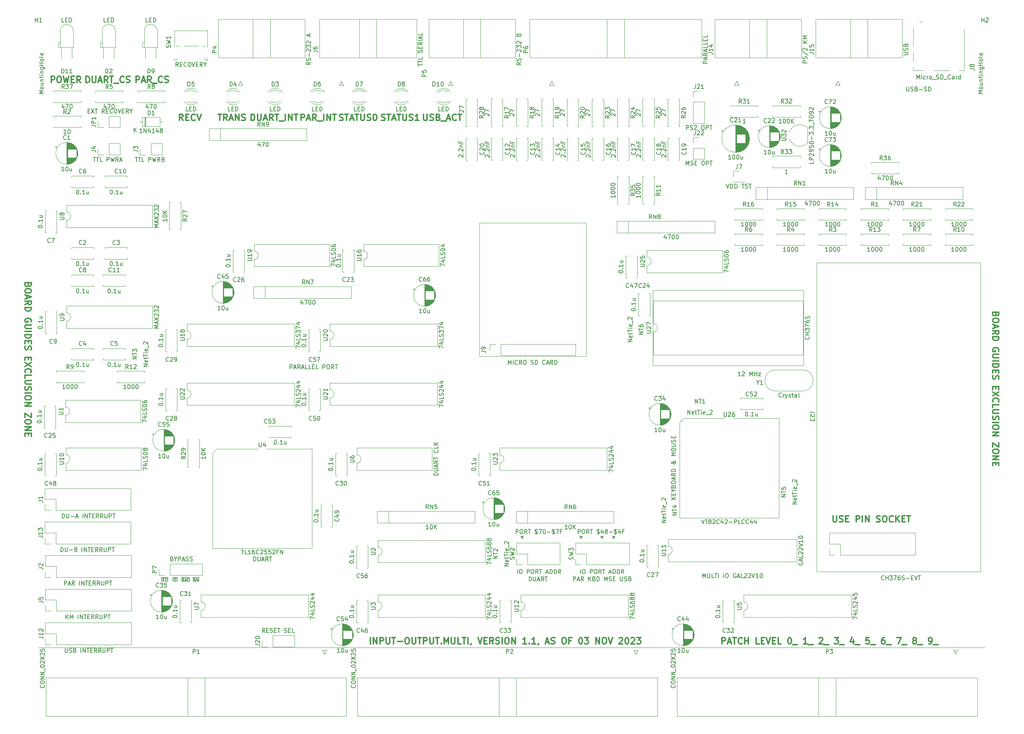
<source format=gbr>
%TF.GenerationSoftware,KiCad,Pcbnew,(6.0.11)*%
%TF.CreationDate,2024-02-24T19:33:50-05:00*%
%TF.ProjectId,input-output.Multi,696e7075-742d-46f7-9574-7075742e4d75,rev?*%
%TF.SameCoordinates,Original*%
%TF.FileFunction,Legend,Top*%
%TF.FilePolarity,Positive*%
%FSLAX46Y46*%
G04 Gerber Fmt 4.6, Leading zero omitted, Abs format (unit mm)*
G04 Created by KiCad (PCBNEW (6.0.11)) date 2024-02-24 19:33:50*
%MOMM*%
%LPD*%
G01*
G04 APERTURE LIST*
%ADD10C,0.120000*%
%ADD11C,0.300000*%
%ADD12C,0.175000*%
%ADD13C,0.150000*%
G04 APERTURE END LIST*
D10*
X40000000Y-220000000D02*
X265000000Y-220000000D01*
D11*
X267607142Y-140785714D02*
X267535714Y-141000000D01*
X267464285Y-141071428D01*
X267321428Y-141142857D01*
X267107142Y-141142857D01*
X266964285Y-141071428D01*
X266892857Y-141000000D01*
X266821428Y-140857142D01*
X266821428Y-140285714D01*
X268321428Y-140285714D01*
X268321428Y-140785714D01*
X268250000Y-140928571D01*
X268178571Y-141000000D01*
X268035714Y-141071428D01*
X267892857Y-141071428D01*
X267750000Y-141000000D01*
X267678571Y-140928571D01*
X267607142Y-140785714D01*
X267607142Y-140285714D01*
X268321428Y-142071428D02*
X268321428Y-142357142D01*
X268250000Y-142500000D01*
X268107142Y-142642857D01*
X267821428Y-142714285D01*
X267321428Y-142714285D01*
X267035714Y-142642857D01*
X266892857Y-142500000D01*
X266821428Y-142357142D01*
X266821428Y-142071428D01*
X266892857Y-141928571D01*
X267035714Y-141785714D01*
X267321428Y-141714285D01*
X267821428Y-141714285D01*
X268107142Y-141785714D01*
X268250000Y-141928571D01*
X268321428Y-142071428D01*
X267250000Y-143285714D02*
X267250000Y-144000000D01*
X266821428Y-143142857D02*
X268321428Y-143642857D01*
X266821428Y-144142857D01*
X266821428Y-145500000D02*
X267535714Y-145000000D01*
X266821428Y-144642857D02*
X268321428Y-144642857D01*
X268321428Y-145214285D01*
X268250000Y-145357142D01*
X268178571Y-145428571D01*
X268035714Y-145500000D01*
X267821428Y-145500000D01*
X267678571Y-145428571D01*
X267607142Y-145357142D01*
X267535714Y-145214285D01*
X267535714Y-144642857D01*
X266821428Y-146142857D02*
X268321428Y-146142857D01*
X268321428Y-146500000D01*
X268250000Y-146714285D01*
X268107142Y-146857142D01*
X267964285Y-146928571D01*
X267678571Y-147000000D01*
X267464285Y-147000000D01*
X267178571Y-146928571D01*
X267035714Y-146857142D01*
X266892857Y-146714285D01*
X266821428Y-146500000D01*
X266821428Y-146142857D01*
X268250000Y-149571428D02*
X268321428Y-149428571D01*
X268321428Y-149214285D01*
X268250000Y-149000000D01*
X268107142Y-148857142D01*
X267964285Y-148785714D01*
X267678571Y-148714285D01*
X267464285Y-148714285D01*
X267178571Y-148785714D01*
X267035714Y-148857142D01*
X266892857Y-149000000D01*
X266821428Y-149214285D01*
X266821428Y-149357142D01*
X266892857Y-149571428D01*
X266964285Y-149642857D01*
X267464285Y-149642857D01*
X267464285Y-149357142D01*
X268321428Y-150285714D02*
X267107142Y-150285714D01*
X266964285Y-150357142D01*
X266892857Y-150428571D01*
X266821428Y-150571428D01*
X266821428Y-150857142D01*
X266892857Y-151000000D01*
X266964285Y-151071428D01*
X267107142Y-151142857D01*
X268321428Y-151142857D01*
X266821428Y-151857142D02*
X268321428Y-151857142D01*
X266821428Y-152571428D02*
X268321428Y-152571428D01*
X268321428Y-152928571D01*
X268250000Y-153142857D01*
X268107142Y-153285714D01*
X267964285Y-153357142D01*
X267678571Y-153428571D01*
X267464285Y-153428571D01*
X267178571Y-153357142D01*
X267035714Y-153285714D01*
X266892857Y-153142857D01*
X266821428Y-152928571D01*
X266821428Y-152571428D01*
X267607142Y-154071428D02*
X267607142Y-154571428D01*
X266821428Y-154785714D02*
X266821428Y-154071428D01*
X268321428Y-154071428D01*
X268321428Y-154785714D01*
X266892857Y-155357142D02*
X266821428Y-155571428D01*
X266821428Y-155928571D01*
X266892857Y-156071428D01*
X266964285Y-156142857D01*
X267107142Y-156214285D01*
X267250000Y-156214285D01*
X267392857Y-156142857D01*
X267464285Y-156071428D01*
X267535714Y-155928571D01*
X267607142Y-155642857D01*
X267678571Y-155500000D01*
X267750000Y-155428571D01*
X267892857Y-155357142D01*
X268035714Y-155357142D01*
X268178571Y-155428571D01*
X268250000Y-155500000D01*
X268321428Y-155642857D01*
X268321428Y-156000000D01*
X268250000Y-156214285D01*
X267607142Y-158000000D02*
X267607142Y-158500000D01*
X266821428Y-158714285D02*
X266821428Y-158000000D01*
X268321428Y-158000000D01*
X268321428Y-158714285D01*
X268321428Y-159214285D02*
X266821428Y-160214285D01*
X268321428Y-160214285D02*
X266821428Y-159214285D01*
X266964285Y-161642857D02*
X266892857Y-161571428D01*
X266821428Y-161357142D01*
X266821428Y-161214285D01*
X266892857Y-161000000D01*
X267035714Y-160857142D01*
X267178571Y-160785714D01*
X267464285Y-160714285D01*
X267678571Y-160714285D01*
X267964285Y-160785714D01*
X268107142Y-160857142D01*
X268250000Y-161000000D01*
X268321428Y-161214285D01*
X268321428Y-161357142D01*
X268250000Y-161571428D01*
X268178571Y-161642857D01*
X266821428Y-163000000D02*
X266821428Y-162285714D01*
X268321428Y-162285714D01*
X268321428Y-163500000D02*
X267107142Y-163500000D01*
X266964285Y-163571428D01*
X266892857Y-163642857D01*
X266821428Y-163785714D01*
X266821428Y-164071428D01*
X266892857Y-164214285D01*
X266964285Y-164285714D01*
X267107142Y-164357142D01*
X268321428Y-164357142D01*
X266892857Y-165000000D02*
X266821428Y-165214285D01*
X266821428Y-165571428D01*
X266892857Y-165714285D01*
X266964285Y-165785714D01*
X267107142Y-165857142D01*
X267250000Y-165857142D01*
X267392857Y-165785714D01*
X267464285Y-165714285D01*
X267535714Y-165571428D01*
X267607142Y-165285714D01*
X267678571Y-165142857D01*
X267750000Y-165071428D01*
X267892857Y-165000000D01*
X268035714Y-165000000D01*
X268178571Y-165071428D01*
X268250000Y-165142857D01*
X268321428Y-165285714D01*
X268321428Y-165642857D01*
X268250000Y-165857142D01*
X266821428Y-166500000D02*
X268321428Y-166500000D01*
X268321428Y-167500000D02*
X268321428Y-167785714D01*
X268250000Y-167928571D01*
X268107142Y-168071428D01*
X267821428Y-168142857D01*
X267321428Y-168142857D01*
X267035714Y-168071428D01*
X266892857Y-167928571D01*
X266821428Y-167785714D01*
X266821428Y-167500000D01*
X266892857Y-167357142D01*
X267035714Y-167214285D01*
X267321428Y-167142857D01*
X267821428Y-167142857D01*
X268107142Y-167214285D01*
X268250000Y-167357142D01*
X268321428Y-167500000D01*
X266821428Y-168785714D02*
X268321428Y-168785714D01*
X266821428Y-169642857D01*
X268321428Y-169642857D01*
X268321428Y-171357142D02*
X268321428Y-172357142D01*
X266821428Y-171357142D01*
X266821428Y-172357142D01*
X268321428Y-173214285D02*
X268321428Y-173500000D01*
X268250000Y-173642857D01*
X268107142Y-173785714D01*
X267821428Y-173857142D01*
X267321428Y-173857142D01*
X267035714Y-173785714D01*
X266892857Y-173642857D01*
X266821428Y-173500000D01*
X266821428Y-173214285D01*
X266892857Y-173071428D01*
X267035714Y-172928571D01*
X267321428Y-172857142D01*
X267821428Y-172857142D01*
X268107142Y-172928571D01*
X268250000Y-173071428D01*
X268321428Y-173214285D01*
X266821428Y-174500000D02*
X268321428Y-174500000D01*
X266821428Y-175357142D01*
X268321428Y-175357142D01*
X267607142Y-176071428D02*
X267607142Y-176571428D01*
X266821428Y-176785714D02*
X266821428Y-176071428D01*
X268321428Y-176071428D01*
X268321428Y-176785714D01*
X37607142Y-133785714D02*
X37535714Y-134000000D01*
X37464285Y-134071428D01*
X37321428Y-134142857D01*
X37107142Y-134142857D01*
X36964285Y-134071428D01*
X36892857Y-134000000D01*
X36821428Y-133857142D01*
X36821428Y-133285714D01*
X38321428Y-133285714D01*
X38321428Y-133785714D01*
X38250000Y-133928571D01*
X38178571Y-134000000D01*
X38035714Y-134071428D01*
X37892857Y-134071428D01*
X37750000Y-134000000D01*
X37678571Y-133928571D01*
X37607142Y-133785714D01*
X37607142Y-133285714D01*
X38321428Y-135071428D02*
X38321428Y-135357142D01*
X38250000Y-135500000D01*
X38107142Y-135642857D01*
X37821428Y-135714285D01*
X37321428Y-135714285D01*
X37035714Y-135642857D01*
X36892857Y-135500000D01*
X36821428Y-135357142D01*
X36821428Y-135071428D01*
X36892857Y-134928571D01*
X37035714Y-134785714D01*
X37321428Y-134714285D01*
X37821428Y-134714285D01*
X38107142Y-134785714D01*
X38250000Y-134928571D01*
X38321428Y-135071428D01*
X37250000Y-136285714D02*
X37250000Y-137000000D01*
X36821428Y-136142857D02*
X38321428Y-136642857D01*
X36821428Y-137142857D01*
X36821428Y-138500000D02*
X37535714Y-138000000D01*
X36821428Y-137642857D02*
X38321428Y-137642857D01*
X38321428Y-138214285D01*
X38250000Y-138357142D01*
X38178571Y-138428571D01*
X38035714Y-138500000D01*
X37821428Y-138500000D01*
X37678571Y-138428571D01*
X37607142Y-138357142D01*
X37535714Y-138214285D01*
X37535714Y-137642857D01*
X36821428Y-139142857D02*
X38321428Y-139142857D01*
X38321428Y-139500000D01*
X38250000Y-139714285D01*
X38107142Y-139857142D01*
X37964285Y-139928571D01*
X37678571Y-140000000D01*
X37464285Y-140000000D01*
X37178571Y-139928571D01*
X37035714Y-139857142D01*
X36892857Y-139714285D01*
X36821428Y-139500000D01*
X36821428Y-139142857D01*
X38250000Y-142571428D02*
X38321428Y-142428571D01*
X38321428Y-142214285D01*
X38250000Y-142000000D01*
X38107142Y-141857142D01*
X37964285Y-141785714D01*
X37678571Y-141714285D01*
X37464285Y-141714285D01*
X37178571Y-141785714D01*
X37035714Y-141857142D01*
X36892857Y-142000000D01*
X36821428Y-142214285D01*
X36821428Y-142357142D01*
X36892857Y-142571428D01*
X36964285Y-142642857D01*
X37464285Y-142642857D01*
X37464285Y-142357142D01*
X38321428Y-143285714D02*
X37107142Y-143285714D01*
X36964285Y-143357142D01*
X36892857Y-143428571D01*
X36821428Y-143571428D01*
X36821428Y-143857142D01*
X36892857Y-144000000D01*
X36964285Y-144071428D01*
X37107142Y-144142857D01*
X38321428Y-144142857D01*
X36821428Y-144857142D02*
X38321428Y-144857142D01*
X36821428Y-145571428D02*
X38321428Y-145571428D01*
X38321428Y-145928571D01*
X38250000Y-146142857D01*
X38107142Y-146285714D01*
X37964285Y-146357142D01*
X37678571Y-146428571D01*
X37464285Y-146428571D01*
X37178571Y-146357142D01*
X37035714Y-146285714D01*
X36892857Y-146142857D01*
X36821428Y-145928571D01*
X36821428Y-145571428D01*
X37607142Y-147071428D02*
X37607142Y-147571428D01*
X36821428Y-147785714D02*
X36821428Y-147071428D01*
X38321428Y-147071428D01*
X38321428Y-147785714D01*
X36892857Y-148357142D02*
X36821428Y-148571428D01*
X36821428Y-148928571D01*
X36892857Y-149071428D01*
X36964285Y-149142857D01*
X37107142Y-149214285D01*
X37250000Y-149214285D01*
X37392857Y-149142857D01*
X37464285Y-149071428D01*
X37535714Y-148928571D01*
X37607142Y-148642857D01*
X37678571Y-148500000D01*
X37750000Y-148428571D01*
X37892857Y-148357142D01*
X38035714Y-148357142D01*
X38178571Y-148428571D01*
X38250000Y-148500000D01*
X38321428Y-148642857D01*
X38321428Y-149000000D01*
X38250000Y-149214285D01*
X37607142Y-151000000D02*
X37607142Y-151500000D01*
X36821428Y-151714285D02*
X36821428Y-151000000D01*
X38321428Y-151000000D01*
X38321428Y-151714285D01*
X38321428Y-152214285D02*
X36821428Y-153214285D01*
X38321428Y-153214285D02*
X36821428Y-152214285D01*
X36964285Y-154642857D02*
X36892857Y-154571428D01*
X36821428Y-154357142D01*
X36821428Y-154214285D01*
X36892857Y-154000000D01*
X37035714Y-153857142D01*
X37178571Y-153785714D01*
X37464285Y-153714285D01*
X37678571Y-153714285D01*
X37964285Y-153785714D01*
X38107142Y-153857142D01*
X38250000Y-154000000D01*
X38321428Y-154214285D01*
X38321428Y-154357142D01*
X38250000Y-154571428D01*
X38178571Y-154642857D01*
X36821428Y-156000000D02*
X36821428Y-155285714D01*
X38321428Y-155285714D01*
X38321428Y-156500000D02*
X37107142Y-156500000D01*
X36964285Y-156571428D01*
X36892857Y-156642857D01*
X36821428Y-156785714D01*
X36821428Y-157071428D01*
X36892857Y-157214285D01*
X36964285Y-157285714D01*
X37107142Y-157357142D01*
X38321428Y-157357142D01*
X36892857Y-158000000D02*
X36821428Y-158214285D01*
X36821428Y-158571428D01*
X36892857Y-158714285D01*
X36964285Y-158785714D01*
X37107142Y-158857142D01*
X37250000Y-158857142D01*
X37392857Y-158785714D01*
X37464285Y-158714285D01*
X37535714Y-158571428D01*
X37607142Y-158285714D01*
X37678571Y-158142857D01*
X37750000Y-158071428D01*
X37892857Y-158000000D01*
X38035714Y-158000000D01*
X38178571Y-158071428D01*
X38250000Y-158142857D01*
X38321428Y-158285714D01*
X38321428Y-158642857D01*
X38250000Y-158857142D01*
X36821428Y-159500000D02*
X38321428Y-159500000D01*
X38321428Y-160500000D02*
X38321428Y-160785714D01*
X38250000Y-160928571D01*
X38107142Y-161071428D01*
X37821428Y-161142857D01*
X37321428Y-161142857D01*
X37035714Y-161071428D01*
X36892857Y-160928571D01*
X36821428Y-160785714D01*
X36821428Y-160500000D01*
X36892857Y-160357142D01*
X37035714Y-160214285D01*
X37321428Y-160142857D01*
X37821428Y-160142857D01*
X38107142Y-160214285D01*
X38250000Y-160357142D01*
X38321428Y-160500000D01*
X36821428Y-161785714D02*
X38321428Y-161785714D01*
X36821428Y-162642857D01*
X38321428Y-162642857D01*
X38321428Y-164357142D02*
X38321428Y-165357142D01*
X36821428Y-164357142D01*
X36821428Y-165357142D01*
X38321428Y-166214285D02*
X38321428Y-166500000D01*
X38250000Y-166642857D01*
X38107142Y-166785714D01*
X37821428Y-166857142D01*
X37321428Y-166857142D01*
X37035714Y-166785714D01*
X36892857Y-166642857D01*
X36821428Y-166500000D01*
X36821428Y-166214285D01*
X36892857Y-166071428D01*
X37035714Y-165928571D01*
X37321428Y-165857142D01*
X37821428Y-165857142D01*
X38107142Y-165928571D01*
X38250000Y-166071428D01*
X38321428Y-166214285D01*
X36821428Y-167500000D02*
X38321428Y-167500000D01*
X36821428Y-168357142D01*
X38321428Y-168357142D01*
X37607142Y-169071428D02*
X37607142Y-169571428D01*
X36821428Y-169785714D02*
X36821428Y-169071428D01*
X38321428Y-169071428D01*
X38321428Y-169785714D01*
X131571428Y-93178571D02*
X131571428Y-94392857D01*
X131642857Y-94535714D01*
X131714285Y-94607142D01*
X131857142Y-94678571D01*
X132142857Y-94678571D01*
X132285714Y-94607142D01*
X132357142Y-94535714D01*
X132428571Y-94392857D01*
X132428571Y-93178571D01*
X133071428Y-94607142D02*
X133285714Y-94678571D01*
X133642857Y-94678571D01*
X133785714Y-94607142D01*
X133857142Y-94535714D01*
X133928571Y-94392857D01*
X133928571Y-94250000D01*
X133857142Y-94107142D01*
X133785714Y-94035714D01*
X133642857Y-93964285D01*
X133357142Y-93892857D01*
X133214285Y-93821428D01*
X133142857Y-93750000D01*
X133071428Y-93607142D01*
X133071428Y-93464285D01*
X133142857Y-93321428D01*
X133214285Y-93250000D01*
X133357142Y-93178571D01*
X133714285Y-93178571D01*
X133928571Y-93250000D01*
X135071428Y-93892857D02*
X135285714Y-93964285D01*
X135357142Y-94035714D01*
X135428571Y-94178571D01*
X135428571Y-94392857D01*
X135357142Y-94535714D01*
X135285714Y-94607142D01*
X135142857Y-94678571D01*
X134571428Y-94678571D01*
X134571428Y-93178571D01*
X135071428Y-93178571D01*
X135214285Y-93250000D01*
X135285714Y-93321428D01*
X135357142Y-93464285D01*
X135357142Y-93607142D01*
X135285714Y-93750000D01*
X135214285Y-93821428D01*
X135071428Y-93892857D01*
X134571428Y-93892857D01*
X135714285Y-94821428D02*
X136857142Y-94821428D01*
X137142857Y-94250000D02*
X137857142Y-94250000D01*
X137000000Y-94678571D02*
X137500000Y-93178571D01*
X138000000Y-94678571D01*
X139357142Y-94535714D02*
X139285714Y-94607142D01*
X139071428Y-94678571D01*
X138928571Y-94678571D01*
X138714285Y-94607142D01*
X138571428Y-94464285D01*
X138500000Y-94321428D01*
X138428571Y-94035714D01*
X138428571Y-93821428D01*
X138500000Y-93535714D01*
X138571428Y-93392857D01*
X138714285Y-93250000D01*
X138928571Y-93178571D01*
X139071428Y-93178571D01*
X139285714Y-93250000D01*
X139357142Y-93321428D01*
X139785714Y-93178571D02*
X140642857Y-93178571D01*
X140214285Y-94678571D02*
X140214285Y-93178571D01*
X63178571Y-85678571D02*
X63178571Y-84178571D01*
X63750000Y-84178571D01*
X63892857Y-84250000D01*
X63964285Y-84321428D01*
X64035714Y-84464285D01*
X64035714Y-84678571D01*
X63964285Y-84821428D01*
X63892857Y-84892857D01*
X63750000Y-84964285D01*
X63178571Y-84964285D01*
X64607142Y-85250000D02*
X65321428Y-85250000D01*
X64464285Y-85678571D02*
X64964285Y-84178571D01*
X65464285Y-85678571D01*
X66821428Y-85678571D02*
X66321428Y-84964285D01*
X65964285Y-85678571D02*
X65964285Y-84178571D01*
X66535714Y-84178571D01*
X66678571Y-84250000D01*
X66750000Y-84321428D01*
X66821428Y-84464285D01*
X66821428Y-84678571D01*
X66750000Y-84821428D01*
X66678571Y-84892857D01*
X66535714Y-84964285D01*
X65964285Y-84964285D01*
X67107142Y-85821428D02*
X68250000Y-85821428D01*
X69464285Y-85535714D02*
X69392857Y-85607142D01*
X69178571Y-85678571D01*
X69035714Y-85678571D01*
X68821428Y-85607142D01*
X68678571Y-85464285D01*
X68607142Y-85321428D01*
X68535714Y-85035714D01*
X68535714Y-84821428D01*
X68607142Y-84535714D01*
X68678571Y-84392857D01*
X68821428Y-84250000D01*
X69035714Y-84178571D01*
X69178571Y-84178571D01*
X69392857Y-84250000D01*
X69464285Y-84321428D01*
X70035714Y-85607142D02*
X70250000Y-85678571D01*
X70607142Y-85678571D01*
X70750000Y-85607142D01*
X70821428Y-85535714D01*
X70892857Y-85392857D01*
X70892857Y-85250000D01*
X70821428Y-85107142D01*
X70750000Y-85035714D01*
X70607142Y-84964285D01*
X70321428Y-84892857D01*
X70178571Y-84821428D01*
X70107142Y-84750000D01*
X70035714Y-84607142D01*
X70035714Y-84464285D01*
X70107142Y-84321428D01*
X70178571Y-84250000D01*
X70321428Y-84178571D01*
X70678571Y-84178571D01*
X70892857Y-84250000D01*
X43035714Y-85678571D02*
X43035714Y-84178571D01*
X43607142Y-84178571D01*
X43750000Y-84250000D01*
X43821428Y-84321428D01*
X43892857Y-84464285D01*
X43892857Y-84678571D01*
X43821428Y-84821428D01*
X43750000Y-84892857D01*
X43607142Y-84964285D01*
X43035714Y-84964285D01*
X44821428Y-84178571D02*
X45107142Y-84178571D01*
X45250000Y-84250000D01*
X45392857Y-84392857D01*
X45464285Y-84678571D01*
X45464285Y-85178571D01*
X45392857Y-85464285D01*
X45250000Y-85607142D01*
X45107142Y-85678571D01*
X44821428Y-85678571D01*
X44678571Y-85607142D01*
X44535714Y-85464285D01*
X44464285Y-85178571D01*
X44464285Y-84678571D01*
X44535714Y-84392857D01*
X44678571Y-84250000D01*
X44821428Y-84178571D01*
X45964285Y-84178571D02*
X46321428Y-85678571D01*
X46607142Y-84607142D01*
X46892857Y-85678571D01*
X47250000Y-84178571D01*
X47821428Y-84892857D02*
X48321428Y-84892857D01*
X48535714Y-85678571D02*
X47821428Y-85678571D01*
X47821428Y-84178571D01*
X48535714Y-84178571D01*
X50035714Y-85678571D02*
X49535714Y-84964285D01*
X49178571Y-85678571D02*
X49178571Y-84178571D01*
X49750000Y-84178571D01*
X49892857Y-84250000D01*
X49964285Y-84321428D01*
X50035714Y-84464285D01*
X50035714Y-84678571D01*
X49964285Y-84821428D01*
X49892857Y-84892857D01*
X49750000Y-84964285D01*
X49178571Y-84964285D01*
X51321428Y-85678571D02*
X51321428Y-84178571D01*
X51678571Y-84178571D01*
X51892857Y-84250000D01*
X52035714Y-84392857D01*
X52107142Y-84535714D01*
X52178571Y-84821428D01*
X52178571Y-85035714D01*
X52107142Y-85321428D01*
X52035714Y-85464285D01*
X51892857Y-85607142D01*
X51678571Y-85678571D01*
X51321428Y-85678571D01*
X52821428Y-84178571D02*
X52821428Y-85392857D01*
X52892857Y-85535714D01*
X52964285Y-85607142D01*
X53107142Y-85678571D01*
X53392857Y-85678571D01*
X53535714Y-85607142D01*
X53607142Y-85535714D01*
X53678571Y-85392857D01*
X53678571Y-84178571D01*
X54321428Y-85250000D02*
X55035714Y-85250000D01*
X54178571Y-85678571D02*
X54678571Y-84178571D01*
X55178571Y-85678571D01*
X56535714Y-85678571D02*
X56035714Y-84964285D01*
X55678571Y-85678571D02*
X55678571Y-84178571D01*
X56250000Y-84178571D01*
X56392857Y-84250000D01*
X56464285Y-84321428D01*
X56535714Y-84464285D01*
X56535714Y-84678571D01*
X56464285Y-84821428D01*
X56392857Y-84892857D01*
X56250000Y-84964285D01*
X55678571Y-84964285D01*
X56964285Y-84178571D02*
X57821428Y-84178571D01*
X57392857Y-85678571D02*
X57392857Y-84178571D01*
X57964285Y-85821428D02*
X59107142Y-85821428D01*
X60321428Y-85535714D02*
X60250000Y-85607142D01*
X60035714Y-85678571D01*
X59892857Y-85678571D01*
X59678571Y-85607142D01*
X59535714Y-85464285D01*
X59464285Y-85321428D01*
X59392857Y-85035714D01*
X59392857Y-84821428D01*
X59464285Y-84535714D01*
X59535714Y-84392857D01*
X59678571Y-84250000D01*
X59892857Y-84178571D01*
X60035714Y-84178571D01*
X60250000Y-84250000D01*
X60321428Y-84321428D01*
X60892857Y-85607142D02*
X61107142Y-85678571D01*
X61464285Y-85678571D01*
X61607142Y-85607142D01*
X61678571Y-85535714D01*
X61750000Y-85392857D01*
X61750000Y-85250000D01*
X61678571Y-85107142D01*
X61607142Y-85035714D01*
X61464285Y-84964285D01*
X61178571Y-84892857D01*
X61035714Y-84821428D01*
X60964285Y-84750000D01*
X60892857Y-84607142D01*
X60892857Y-84464285D01*
X60964285Y-84321428D01*
X61035714Y-84250000D01*
X61178571Y-84178571D01*
X61535714Y-84178571D01*
X61750000Y-84250000D01*
X102428571Y-94678571D02*
X102428571Y-93178571D01*
X103000000Y-93178571D01*
X103142857Y-93250000D01*
X103214285Y-93321428D01*
X103285714Y-93464285D01*
X103285714Y-93678571D01*
X103214285Y-93821428D01*
X103142857Y-93892857D01*
X103000000Y-93964285D01*
X102428571Y-93964285D01*
X103857142Y-94250000D02*
X104571428Y-94250000D01*
X103714285Y-94678571D02*
X104214285Y-93178571D01*
X104714285Y-94678571D01*
X106071428Y-94678571D02*
X105571428Y-93964285D01*
X105214285Y-94678571D02*
X105214285Y-93178571D01*
X105785714Y-93178571D01*
X105928571Y-93250000D01*
X106000000Y-93321428D01*
X106071428Y-93464285D01*
X106071428Y-93678571D01*
X106000000Y-93821428D01*
X105928571Y-93892857D01*
X105785714Y-93964285D01*
X105214285Y-93964285D01*
X106357142Y-94821428D02*
X107500000Y-94821428D01*
X107857142Y-94678571D02*
X107857142Y-93178571D01*
X108571428Y-94678571D02*
X108571428Y-93178571D01*
X109428571Y-94678571D01*
X109428571Y-93178571D01*
X109928571Y-93178571D02*
X110785714Y-93178571D01*
X110357142Y-94678571D02*
X110357142Y-93178571D01*
X74392857Y-94678571D02*
X73892857Y-93964285D01*
X73535714Y-94678571D02*
X73535714Y-93178571D01*
X74107142Y-93178571D01*
X74250000Y-93250000D01*
X74321428Y-93321428D01*
X74392857Y-93464285D01*
X74392857Y-93678571D01*
X74321428Y-93821428D01*
X74250000Y-93892857D01*
X74107142Y-93964285D01*
X73535714Y-93964285D01*
X75035714Y-93892857D02*
X75535714Y-93892857D01*
X75750000Y-94678571D02*
X75035714Y-94678571D01*
X75035714Y-93178571D01*
X75750000Y-93178571D01*
X77250000Y-94535714D02*
X77178571Y-94607142D01*
X76964285Y-94678571D01*
X76821428Y-94678571D01*
X76607142Y-94607142D01*
X76464285Y-94464285D01*
X76392857Y-94321428D01*
X76321428Y-94035714D01*
X76321428Y-93821428D01*
X76392857Y-93535714D01*
X76464285Y-93392857D01*
X76607142Y-93250000D01*
X76821428Y-93178571D01*
X76964285Y-93178571D01*
X77178571Y-93250000D01*
X77250000Y-93321428D01*
X77678571Y-93178571D02*
X78178571Y-94678571D01*
X78678571Y-93178571D01*
X90571428Y-94678571D02*
X90571428Y-93178571D01*
X90928571Y-93178571D01*
X91142857Y-93250000D01*
X91285714Y-93392857D01*
X91357142Y-93535714D01*
X91428571Y-93821428D01*
X91428571Y-94035714D01*
X91357142Y-94321428D01*
X91285714Y-94464285D01*
X91142857Y-94607142D01*
X90928571Y-94678571D01*
X90571428Y-94678571D01*
X92071428Y-93178571D02*
X92071428Y-94392857D01*
X92142857Y-94535714D01*
X92214285Y-94607142D01*
X92357142Y-94678571D01*
X92642857Y-94678571D01*
X92785714Y-94607142D01*
X92857142Y-94535714D01*
X92928571Y-94392857D01*
X92928571Y-93178571D01*
X93571428Y-94250000D02*
X94285714Y-94250000D01*
X93428571Y-94678571D02*
X93928571Y-93178571D01*
X94428571Y-94678571D01*
X95785714Y-94678571D02*
X95285714Y-93964285D01*
X94928571Y-94678571D02*
X94928571Y-93178571D01*
X95500000Y-93178571D01*
X95642857Y-93250000D01*
X95714285Y-93321428D01*
X95785714Y-93464285D01*
X95785714Y-93678571D01*
X95714285Y-93821428D01*
X95642857Y-93892857D01*
X95500000Y-93964285D01*
X94928571Y-93964285D01*
X96214285Y-93178571D02*
X97071428Y-93178571D01*
X96642857Y-94678571D02*
X96642857Y-93178571D01*
X97214285Y-94821428D02*
X98357142Y-94821428D01*
X98714285Y-94678571D02*
X98714285Y-93178571D01*
X99428571Y-94678571D02*
X99428571Y-93178571D01*
X100285714Y-94678571D01*
X100285714Y-93178571D01*
X100785714Y-93178571D02*
X101642857Y-93178571D01*
X101214285Y-94678571D02*
X101214285Y-93178571D01*
X121571428Y-94607142D02*
X121785714Y-94678571D01*
X122142857Y-94678571D01*
X122285714Y-94607142D01*
X122357142Y-94535714D01*
X122428571Y-94392857D01*
X122428571Y-94250000D01*
X122357142Y-94107142D01*
X122285714Y-94035714D01*
X122142857Y-93964285D01*
X121857142Y-93892857D01*
X121714285Y-93821428D01*
X121642857Y-93750000D01*
X121571428Y-93607142D01*
X121571428Y-93464285D01*
X121642857Y-93321428D01*
X121714285Y-93250000D01*
X121857142Y-93178571D01*
X122214285Y-93178571D01*
X122428571Y-93250000D01*
X122857142Y-93178571D02*
X123714285Y-93178571D01*
X123285714Y-94678571D02*
X123285714Y-93178571D01*
X124142857Y-94250000D02*
X124857142Y-94250000D01*
X124000000Y-94678571D02*
X124500000Y-93178571D01*
X125000000Y-94678571D01*
X125285714Y-93178571D02*
X126142857Y-93178571D01*
X125714285Y-94678571D02*
X125714285Y-93178571D01*
X126642857Y-93178571D02*
X126642857Y-94392857D01*
X126714285Y-94535714D01*
X126785714Y-94607142D01*
X126928571Y-94678571D01*
X127214285Y-94678571D01*
X127357142Y-94607142D01*
X127428571Y-94535714D01*
X127500000Y-94392857D01*
X127500000Y-93178571D01*
X128142857Y-94607142D02*
X128357142Y-94678571D01*
X128714285Y-94678571D01*
X128857142Y-94607142D01*
X128928571Y-94535714D01*
X129000000Y-94392857D01*
X129000000Y-94250000D01*
X128928571Y-94107142D01*
X128857142Y-94035714D01*
X128714285Y-93964285D01*
X128428571Y-93892857D01*
X128285714Y-93821428D01*
X128214285Y-93750000D01*
X128142857Y-93607142D01*
X128142857Y-93464285D01*
X128214285Y-93321428D01*
X128285714Y-93250000D01*
X128428571Y-93178571D01*
X128785714Y-93178571D01*
X129000000Y-93250000D01*
X130428571Y-94678571D02*
X129571428Y-94678571D01*
X130000000Y-94678571D02*
X130000000Y-93178571D01*
X129857142Y-93392857D01*
X129714285Y-93535714D01*
X129571428Y-93607142D01*
X82678571Y-93178571D02*
X83535714Y-93178571D01*
X83107142Y-94678571D02*
X83107142Y-93178571D01*
X84892857Y-94678571D02*
X84392857Y-93964285D01*
X84035714Y-94678571D02*
X84035714Y-93178571D01*
X84607142Y-93178571D01*
X84750000Y-93250000D01*
X84821428Y-93321428D01*
X84892857Y-93464285D01*
X84892857Y-93678571D01*
X84821428Y-93821428D01*
X84750000Y-93892857D01*
X84607142Y-93964285D01*
X84035714Y-93964285D01*
X85464285Y-94250000D02*
X86178571Y-94250000D01*
X85321428Y-94678571D02*
X85821428Y-93178571D01*
X86321428Y-94678571D01*
X86821428Y-94678571D02*
X86821428Y-93178571D01*
X87678571Y-94678571D01*
X87678571Y-93178571D01*
X88321428Y-94607142D02*
X88535714Y-94678571D01*
X88892857Y-94678571D01*
X89035714Y-94607142D01*
X89107142Y-94535714D01*
X89178571Y-94392857D01*
X89178571Y-94250000D01*
X89107142Y-94107142D01*
X89035714Y-94035714D01*
X88892857Y-93964285D01*
X88607142Y-93892857D01*
X88464285Y-93821428D01*
X88392857Y-93750000D01*
X88321428Y-93607142D01*
X88321428Y-93464285D01*
X88392857Y-93321428D01*
X88464285Y-93250000D01*
X88607142Y-93178571D01*
X88964285Y-93178571D01*
X89178571Y-93250000D01*
X111571428Y-94607142D02*
X111785714Y-94678571D01*
X112142857Y-94678571D01*
X112285714Y-94607142D01*
X112357142Y-94535714D01*
X112428571Y-94392857D01*
X112428571Y-94250000D01*
X112357142Y-94107142D01*
X112285714Y-94035714D01*
X112142857Y-93964285D01*
X111857142Y-93892857D01*
X111714285Y-93821428D01*
X111642857Y-93750000D01*
X111571428Y-93607142D01*
X111571428Y-93464285D01*
X111642857Y-93321428D01*
X111714285Y-93250000D01*
X111857142Y-93178571D01*
X112214285Y-93178571D01*
X112428571Y-93250000D01*
X112857142Y-93178571D02*
X113714285Y-93178571D01*
X113285714Y-94678571D02*
X113285714Y-93178571D01*
X114142857Y-94250000D02*
X114857142Y-94250000D01*
X114000000Y-94678571D02*
X114500000Y-93178571D01*
X115000000Y-94678571D01*
X115285714Y-93178571D02*
X116142857Y-93178571D01*
X115714285Y-94678571D02*
X115714285Y-93178571D01*
X116642857Y-93178571D02*
X116642857Y-94392857D01*
X116714285Y-94535714D01*
X116785714Y-94607142D01*
X116928571Y-94678571D01*
X117214285Y-94678571D01*
X117357142Y-94607142D01*
X117428571Y-94535714D01*
X117500000Y-94392857D01*
X117500000Y-93178571D01*
X118142857Y-94607142D02*
X118357142Y-94678571D01*
X118714285Y-94678571D01*
X118857142Y-94607142D01*
X118928571Y-94535714D01*
X119000000Y-94392857D01*
X119000000Y-94250000D01*
X118928571Y-94107142D01*
X118857142Y-94035714D01*
X118714285Y-93964285D01*
X118428571Y-93892857D01*
X118285714Y-93821428D01*
X118214285Y-93750000D01*
X118142857Y-93607142D01*
X118142857Y-93464285D01*
X118214285Y-93321428D01*
X118285714Y-93250000D01*
X118428571Y-93178571D01*
X118785714Y-93178571D01*
X119000000Y-93250000D01*
X119928571Y-93178571D02*
X120071428Y-93178571D01*
X120214285Y-93250000D01*
X120285714Y-93321428D01*
X120357142Y-93464285D01*
X120428571Y-93750000D01*
X120428571Y-94107142D01*
X120357142Y-94392857D01*
X120285714Y-94535714D01*
X120214285Y-94607142D01*
X120071428Y-94678571D01*
X119928571Y-94678571D01*
X119785714Y-94607142D01*
X119714285Y-94535714D01*
X119642857Y-94392857D01*
X119571428Y-94107142D01*
X119571428Y-93750000D01*
X119642857Y-93464285D01*
X119714285Y-93321428D01*
X119785714Y-93250000D01*
X119928571Y-93178571D01*
D12*
X71850000Y-203419000D02*
X72183333Y-203419000D01*
X72016666Y-204316666D02*
X72016666Y-203616666D01*
X72183333Y-203419000D02*
X72816666Y-203419000D01*
X72350000Y-203950000D02*
X72583333Y-203950000D01*
X72683333Y-204316666D02*
X72350000Y-204316666D01*
X72350000Y-203616666D01*
X72683333Y-203616666D01*
X72816666Y-203419000D02*
X73150000Y-203419000D01*
X72983333Y-204316666D02*
X72983333Y-203616666D01*
X73983333Y-203419000D02*
X74683333Y-203419000D01*
X74383333Y-203950000D02*
X74483333Y-203983333D01*
X74516666Y-204016666D01*
X74550000Y-204083333D01*
X74550000Y-204183333D01*
X74516666Y-204250000D01*
X74483333Y-204283333D01*
X74416666Y-204316666D01*
X74150000Y-204316666D01*
X74150000Y-203616666D01*
X74383333Y-203616666D01*
X74450000Y-203650000D01*
X74483333Y-203683333D01*
X74516666Y-203750000D01*
X74516666Y-203816666D01*
X74483333Y-203883333D01*
X74450000Y-203916666D01*
X74383333Y-203950000D01*
X74150000Y-203950000D01*
X74683333Y-203419000D02*
X75283333Y-203419000D01*
X74816666Y-204116666D02*
X75150000Y-204116666D01*
X74750000Y-204316666D02*
X74983333Y-203616666D01*
X75216666Y-204316666D01*
X75283333Y-203419000D02*
X76016666Y-203419000D01*
X75583333Y-203616666D02*
X75716666Y-203616666D01*
X75783333Y-203650000D01*
X75850000Y-203716666D01*
X75883333Y-203850000D01*
X75883333Y-204083333D01*
X75850000Y-204216666D01*
X75783333Y-204283333D01*
X75716666Y-204316666D01*
X75583333Y-204316666D01*
X75516666Y-204283333D01*
X75450000Y-204216666D01*
X75416666Y-204083333D01*
X75416666Y-203850000D01*
X75450000Y-203716666D01*
X75516666Y-203650000D01*
X75583333Y-203616666D01*
X76683333Y-203419000D02*
X77383333Y-203419000D01*
X77083333Y-203950000D02*
X77183333Y-203983333D01*
X77216666Y-204016666D01*
X77250000Y-204083333D01*
X77250000Y-204183333D01*
X77216666Y-204250000D01*
X77183333Y-204283333D01*
X77116666Y-204316666D01*
X76850000Y-204316666D01*
X76850000Y-203616666D01*
X77083333Y-203616666D01*
X77150000Y-203650000D01*
X77183333Y-203683333D01*
X77216666Y-203750000D01*
X77216666Y-203816666D01*
X77183333Y-203883333D01*
X77150000Y-203916666D01*
X77083333Y-203950000D01*
X76850000Y-203950000D01*
X77383333Y-203419000D02*
X77983333Y-203419000D01*
X77516666Y-204116666D02*
X77850000Y-204116666D01*
X77450000Y-204316666D02*
X77683333Y-203616666D01*
X77916666Y-204316666D01*
X77983333Y-203419000D02*
X78316666Y-203419000D01*
X78150000Y-204316666D02*
X78150000Y-203616666D01*
X69150000Y-203419000D02*
X69483333Y-203419000D01*
X69316666Y-204316666D02*
X69316666Y-203616666D01*
X69483333Y-203419000D02*
X70116666Y-203419000D01*
X69650000Y-203950000D02*
X69883333Y-203950000D01*
X69983333Y-204316666D02*
X69650000Y-204316666D01*
X69650000Y-203616666D01*
X69983333Y-203616666D01*
X70116666Y-203419000D02*
X70850000Y-203419000D01*
X70416666Y-203616666D02*
X70550000Y-203616666D01*
X70616666Y-203650000D01*
X70683333Y-203716666D01*
X70716666Y-203850000D01*
X70716666Y-204083333D01*
X70683333Y-204216666D01*
X70616666Y-204283333D01*
X70550000Y-204316666D01*
X70416666Y-204316666D01*
X70350000Y-204283333D01*
X70283333Y-204216666D01*
X70250000Y-204083333D01*
X70250000Y-203850000D01*
X70283333Y-203716666D01*
X70350000Y-203650000D01*
X70416666Y-203616666D01*
D13*
X91154761Y-199452380D02*
X91154761Y-198452380D01*
X91392857Y-198452380D01*
X91535714Y-198500000D01*
X91630952Y-198595238D01*
X91678571Y-198690476D01*
X91726190Y-198880952D01*
X91726190Y-199023809D01*
X91678571Y-199214285D01*
X91630952Y-199309523D01*
X91535714Y-199404761D01*
X91392857Y-199452380D01*
X91154761Y-199452380D01*
X92154761Y-198452380D02*
X92154761Y-199261904D01*
X92202380Y-199357142D01*
X92250000Y-199404761D01*
X92345238Y-199452380D01*
X92535714Y-199452380D01*
X92630952Y-199404761D01*
X92678571Y-199357142D01*
X92726190Y-199261904D01*
X92726190Y-198452380D01*
X93154761Y-199166666D02*
X93630952Y-199166666D01*
X93059523Y-199452380D02*
X93392857Y-198452380D01*
X93726190Y-199452380D01*
X94630952Y-199452380D02*
X94297619Y-198976190D01*
X94059523Y-199452380D02*
X94059523Y-198452380D01*
X94440476Y-198452380D01*
X94535714Y-198500000D01*
X94583333Y-198547619D01*
X94630952Y-198642857D01*
X94630952Y-198785714D01*
X94583333Y-198880952D01*
X94535714Y-198928571D01*
X94440476Y-198976190D01*
X94059523Y-198976190D01*
X94916666Y-198452380D02*
X95488095Y-198452380D01*
X95202380Y-199452380D02*
X95202380Y-198452380D01*
D11*
X202500000Y-219178571D02*
X202500000Y-217678571D01*
X203071428Y-217678571D01*
X203214285Y-217750000D01*
X203285714Y-217821428D01*
X203357142Y-217964285D01*
X203357142Y-218178571D01*
X203285714Y-218321428D01*
X203214285Y-218392857D01*
X203071428Y-218464285D01*
X202500000Y-218464285D01*
X203928571Y-218750000D02*
X204642857Y-218750000D01*
X203785714Y-219178571D02*
X204285714Y-217678571D01*
X204785714Y-219178571D01*
X205071428Y-217678571D02*
X205928571Y-217678571D01*
X205500000Y-219178571D02*
X205500000Y-217678571D01*
X207285714Y-219035714D02*
X207214285Y-219107142D01*
X207000000Y-219178571D01*
X206857142Y-219178571D01*
X206642857Y-219107142D01*
X206500000Y-218964285D01*
X206428571Y-218821428D01*
X206357142Y-218535714D01*
X206357142Y-218321428D01*
X206428571Y-218035714D01*
X206500000Y-217892857D01*
X206642857Y-217750000D01*
X206857142Y-217678571D01*
X207000000Y-217678571D01*
X207214285Y-217750000D01*
X207285714Y-217821428D01*
X207928571Y-219178571D02*
X207928571Y-217678571D01*
X207928571Y-218392857D02*
X208785714Y-218392857D01*
X208785714Y-219178571D02*
X208785714Y-217678571D01*
X211357142Y-219178571D02*
X210642857Y-219178571D01*
X210642857Y-217678571D01*
X211857142Y-218392857D02*
X212357142Y-218392857D01*
X212571428Y-219178571D02*
X211857142Y-219178571D01*
X211857142Y-217678571D01*
X212571428Y-217678571D01*
X213000000Y-217678571D02*
X213500000Y-219178571D01*
X214000000Y-217678571D01*
X214500000Y-218392857D02*
X215000000Y-218392857D01*
X215214285Y-219178571D02*
X214500000Y-219178571D01*
X214500000Y-217678571D01*
X215214285Y-217678571D01*
X216571428Y-219178571D02*
X215857142Y-219178571D01*
X215857142Y-217678571D01*
X218500000Y-217678571D02*
X218642857Y-217678571D01*
X218785714Y-217750000D01*
X218857142Y-217821428D01*
X218928571Y-217964285D01*
X219000000Y-218250000D01*
X219000000Y-218607142D01*
X218928571Y-218892857D01*
X218857142Y-219035714D01*
X218785714Y-219107142D01*
X218642857Y-219178571D01*
X218500000Y-219178571D01*
X218357142Y-219107142D01*
X218285714Y-219035714D01*
X218214285Y-218892857D01*
X218142857Y-218607142D01*
X218142857Y-218250000D01*
X218214285Y-217964285D01*
X218285714Y-217821428D01*
X218357142Y-217750000D01*
X218500000Y-217678571D01*
X219285714Y-219321428D02*
X220428571Y-219321428D01*
X222714285Y-219178571D02*
X221857142Y-219178571D01*
X222285714Y-219178571D02*
X222285714Y-217678571D01*
X222142857Y-217892857D01*
X222000000Y-218035714D01*
X221857142Y-218107142D01*
X223000000Y-219321428D02*
X224142857Y-219321428D01*
X225571428Y-217821428D02*
X225642857Y-217750000D01*
X225785714Y-217678571D01*
X226142857Y-217678571D01*
X226285714Y-217750000D01*
X226357142Y-217821428D01*
X226428571Y-217964285D01*
X226428571Y-218107142D01*
X226357142Y-218321428D01*
X225500000Y-219178571D01*
X226428571Y-219178571D01*
X226714285Y-219321428D02*
X227857142Y-219321428D01*
X229214285Y-217678571D02*
X230142857Y-217678571D01*
X229642857Y-218250000D01*
X229857142Y-218250000D01*
X230000000Y-218321428D01*
X230071428Y-218392857D01*
X230142857Y-218535714D01*
X230142857Y-218892857D01*
X230071428Y-219035714D01*
X230000000Y-219107142D01*
X229857142Y-219178571D01*
X229428571Y-219178571D01*
X229285714Y-219107142D01*
X229214285Y-219035714D01*
X230428571Y-219321428D02*
X231571428Y-219321428D01*
X233714285Y-218178571D02*
X233714285Y-219178571D01*
X233357142Y-217607142D02*
X233000000Y-218678571D01*
X233928571Y-218678571D01*
X234142857Y-219321428D02*
X235285714Y-219321428D01*
X237500000Y-217678571D02*
X236785714Y-217678571D01*
X236714285Y-218392857D01*
X236785714Y-218321428D01*
X236928571Y-218250000D01*
X237285714Y-218250000D01*
X237428571Y-218321428D01*
X237500000Y-218392857D01*
X237571428Y-218535714D01*
X237571428Y-218892857D01*
X237500000Y-219035714D01*
X237428571Y-219107142D01*
X237285714Y-219178571D01*
X236928571Y-219178571D01*
X236785714Y-219107142D01*
X236714285Y-219035714D01*
X237857142Y-219321428D02*
X238999999Y-219321428D01*
X241142857Y-217678571D02*
X240857142Y-217678571D01*
X240714285Y-217750000D01*
X240642857Y-217821428D01*
X240499999Y-218035714D01*
X240428571Y-218321428D01*
X240428571Y-218892857D01*
X240499999Y-219035714D01*
X240571428Y-219107142D01*
X240714285Y-219178571D01*
X240999999Y-219178571D01*
X241142857Y-219107142D01*
X241214285Y-219035714D01*
X241285714Y-218892857D01*
X241285714Y-218535714D01*
X241214285Y-218392857D01*
X241142857Y-218321428D01*
X240999999Y-218250000D01*
X240714285Y-218250000D01*
X240571428Y-218321428D01*
X240499999Y-218392857D01*
X240428571Y-218535714D01*
X241571428Y-219321428D02*
X242714285Y-219321428D01*
X244071428Y-217678571D02*
X245071428Y-217678571D01*
X244428571Y-219178571D01*
X245285714Y-219321428D02*
X246428571Y-219321428D01*
X248142857Y-218321428D02*
X247999999Y-218250000D01*
X247928571Y-218178571D01*
X247857142Y-218035714D01*
X247857142Y-217964285D01*
X247928571Y-217821428D01*
X247999999Y-217750000D01*
X248142857Y-217678571D01*
X248428571Y-217678571D01*
X248571428Y-217750000D01*
X248642857Y-217821428D01*
X248714285Y-217964285D01*
X248714285Y-218035714D01*
X248642857Y-218178571D01*
X248571428Y-218250000D01*
X248428571Y-218321428D01*
X248142857Y-218321428D01*
X247999999Y-218392857D01*
X247928571Y-218464285D01*
X247857142Y-218607142D01*
X247857142Y-218892857D01*
X247928571Y-219035714D01*
X247999999Y-219107142D01*
X248142857Y-219178571D01*
X248428571Y-219178571D01*
X248571428Y-219107142D01*
X248642857Y-219035714D01*
X248714285Y-218892857D01*
X248714285Y-218607142D01*
X248642857Y-218464285D01*
X248571428Y-218392857D01*
X248428571Y-218321428D01*
X248999999Y-219321428D02*
X250142857Y-219321428D01*
X251714285Y-219178571D02*
X251999999Y-219178571D01*
X252142857Y-219107142D01*
X252214285Y-219035714D01*
X252357142Y-218821428D01*
X252428571Y-218535714D01*
X252428571Y-217964285D01*
X252357142Y-217821428D01*
X252285714Y-217750000D01*
X252142857Y-217678571D01*
X251857142Y-217678571D01*
X251714285Y-217750000D01*
X251642857Y-217821428D01*
X251571428Y-217964285D01*
X251571428Y-218321428D01*
X251642857Y-218464285D01*
X251714285Y-218535714D01*
X251857142Y-218607142D01*
X252142857Y-218607142D01*
X252285714Y-218535714D01*
X252357142Y-218464285D01*
X252428571Y-218321428D01*
X252714285Y-219321428D02*
X253857142Y-219321428D01*
D13*
X156654761Y-204202380D02*
X156654761Y-203202380D01*
X156892857Y-203202380D01*
X157035714Y-203250000D01*
X157130952Y-203345238D01*
X157178571Y-203440476D01*
X157226190Y-203630952D01*
X157226190Y-203773809D01*
X157178571Y-203964285D01*
X157130952Y-204059523D01*
X157035714Y-204154761D01*
X156892857Y-204202380D01*
X156654761Y-204202380D01*
X157654761Y-203202380D02*
X157654761Y-204011904D01*
X157702380Y-204107142D01*
X157750000Y-204154761D01*
X157845238Y-204202380D01*
X158035714Y-204202380D01*
X158130952Y-204154761D01*
X158178571Y-204107142D01*
X158226190Y-204011904D01*
X158226190Y-203202380D01*
X158654761Y-203916666D02*
X159130952Y-203916666D01*
X158559523Y-204202380D02*
X158892857Y-203202380D01*
X159226190Y-204202380D01*
X160130952Y-204202380D02*
X159797619Y-203726190D01*
X159559523Y-204202380D02*
X159559523Y-203202380D01*
X159940476Y-203202380D01*
X160035714Y-203250000D01*
X160083333Y-203297619D01*
X160130952Y-203392857D01*
X160130952Y-203535714D01*
X160083333Y-203630952D01*
X160035714Y-203678571D01*
X159940476Y-203726190D01*
X159559523Y-203726190D01*
X160416666Y-203202380D02*
X160988095Y-203202380D01*
X160702380Y-204202380D02*
X160702380Y-203202380D01*
X197928571Y-203452380D02*
X197928571Y-202452380D01*
X198261904Y-203166666D01*
X198595238Y-202452380D01*
X198595238Y-203452380D01*
X199071428Y-202452380D02*
X199071428Y-203261904D01*
X199119047Y-203357142D01*
X199166666Y-203404761D01*
X199261904Y-203452380D01*
X199452380Y-203452380D01*
X199547619Y-203404761D01*
X199595238Y-203357142D01*
X199642857Y-203261904D01*
X199642857Y-202452380D01*
X200595238Y-203452380D02*
X200119047Y-203452380D01*
X200119047Y-202452380D01*
X200785714Y-202452380D02*
X201357142Y-202452380D01*
X201071428Y-203452380D02*
X201071428Y-202452380D01*
X201690476Y-203452380D02*
X201690476Y-202452380D01*
X202928571Y-203452380D02*
X202928571Y-202452380D01*
X203595238Y-202452380D02*
X203785714Y-202452380D01*
X203880952Y-202500000D01*
X203976190Y-202595238D01*
X204023809Y-202785714D01*
X204023809Y-203119047D01*
X203976190Y-203309523D01*
X203880952Y-203404761D01*
X203785714Y-203452380D01*
X203595238Y-203452380D01*
X203500000Y-203404761D01*
X203404761Y-203309523D01*
X203357142Y-203119047D01*
X203357142Y-202785714D01*
X203404761Y-202595238D01*
X203500000Y-202500000D01*
X203595238Y-202452380D01*
X205738095Y-202500000D02*
X205642857Y-202452380D01*
X205500000Y-202452380D01*
X205357142Y-202500000D01*
X205261904Y-202595238D01*
X205214285Y-202690476D01*
X205166666Y-202880952D01*
X205166666Y-203023809D01*
X205214285Y-203214285D01*
X205261904Y-203309523D01*
X205357142Y-203404761D01*
X205500000Y-203452380D01*
X205595238Y-203452380D01*
X205738095Y-203404761D01*
X205785714Y-203357142D01*
X205785714Y-203023809D01*
X205595238Y-203023809D01*
X206166666Y-203166666D02*
X206642857Y-203166666D01*
X206071428Y-203452380D02*
X206404761Y-202452380D01*
X206738095Y-203452380D01*
X207547619Y-203452380D02*
X207071428Y-203452380D01*
X207071428Y-202452380D01*
X207833333Y-202547619D02*
X207880952Y-202500000D01*
X207976190Y-202452380D01*
X208214285Y-202452380D01*
X208309523Y-202500000D01*
X208357142Y-202547619D01*
X208404761Y-202642857D01*
X208404761Y-202738095D01*
X208357142Y-202880952D01*
X207785714Y-203452380D01*
X208404761Y-203452380D01*
X208785714Y-202547619D02*
X208833333Y-202500000D01*
X208928571Y-202452380D01*
X209166666Y-202452380D01*
X209261904Y-202500000D01*
X209309523Y-202547619D01*
X209357142Y-202642857D01*
X209357142Y-202738095D01*
X209309523Y-202880952D01*
X208738095Y-203452380D01*
X209357142Y-203452380D01*
X209642857Y-202452380D02*
X209976190Y-203452380D01*
X210309523Y-202452380D01*
X211166666Y-203452380D02*
X210595238Y-203452380D01*
X210880952Y-203452380D02*
X210880952Y-202452380D01*
X210785714Y-202595238D01*
X210690476Y-202690476D01*
X210595238Y-202738095D01*
X211785714Y-202452380D02*
X211880952Y-202452380D01*
X211976190Y-202500000D01*
X212023809Y-202547619D01*
X212071428Y-202642857D01*
X212119047Y-202833333D01*
X212119047Y-203071428D01*
X212071428Y-203261904D01*
X212023809Y-203357142D01*
X211976190Y-203404761D01*
X211880952Y-203452380D01*
X211785714Y-203452380D01*
X211690476Y-203404761D01*
X211642857Y-203357142D01*
X211595238Y-203261904D01*
X211547619Y-203071428D01*
X211547619Y-202833333D01*
X211595238Y-202642857D01*
X211642857Y-202547619D01*
X211690476Y-202500000D01*
X211785714Y-202452380D01*
X206928571Y-155452380D02*
X206357142Y-155452380D01*
X206642857Y-155452380D02*
X206642857Y-154452380D01*
X206547619Y-154595238D01*
X206452380Y-154690476D01*
X206357142Y-154738095D01*
X207309523Y-154547619D02*
X207357142Y-154500000D01*
X207452380Y-154452380D01*
X207690476Y-154452380D01*
X207785714Y-154500000D01*
X207833333Y-154547619D01*
X207880952Y-154642857D01*
X207880952Y-154738095D01*
X207833333Y-154880952D01*
X207261904Y-155452380D01*
X207880952Y-155452380D01*
X209071428Y-155452380D02*
X209071428Y-154452380D01*
X209404761Y-155166666D01*
X209738095Y-154452380D01*
X209738095Y-155452380D01*
X210214285Y-155452380D02*
X210214285Y-154452380D01*
X210214285Y-154928571D02*
X210785714Y-154928571D01*
X210785714Y-155452380D02*
X210785714Y-154452380D01*
X211166666Y-154785714D02*
X211690476Y-154785714D01*
X211166666Y-155452380D01*
X211690476Y-155452380D01*
X176750000Y-193428571D02*
X176750000Y-193785714D01*
X176392857Y-193642857D02*
X176750000Y-193785714D01*
X177107142Y-193642857D01*
X176535714Y-194071428D02*
X176750000Y-193785714D01*
X176964285Y-194071428D01*
D11*
X228892857Y-188678571D02*
X228892857Y-189892857D01*
X228964285Y-190035714D01*
X229035714Y-190107142D01*
X229178571Y-190178571D01*
X229464285Y-190178571D01*
X229607142Y-190107142D01*
X229678571Y-190035714D01*
X229750000Y-189892857D01*
X229750000Y-188678571D01*
X230392857Y-190107142D02*
X230607142Y-190178571D01*
X230964285Y-190178571D01*
X231107142Y-190107142D01*
X231178571Y-190035714D01*
X231250000Y-189892857D01*
X231250000Y-189750000D01*
X231178571Y-189607142D01*
X231107142Y-189535714D01*
X230964285Y-189464285D01*
X230678571Y-189392857D01*
X230535714Y-189321428D01*
X230464285Y-189250000D01*
X230392857Y-189107142D01*
X230392857Y-188964285D01*
X230464285Y-188821428D01*
X230535714Y-188750000D01*
X230678571Y-188678571D01*
X231035714Y-188678571D01*
X231250000Y-188750000D01*
X231892857Y-189392857D02*
X232392857Y-189392857D01*
X232607142Y-190178571D02*
X231892857Y-190178571D01*
X231892857Y-188678571D01*
X232607142Y-188678571D01*
X234392857Y-190178571D02*
X234392857Y-188678571D01*
X234964285Y-188678571D01*
X235107142Y-188750000D01*
X235178571Y-188821428D01*
X235250000Y-188964285D01*
X235250000Y-189178571D01*
X235178571Y-189321428D01*
X235107142Y-189392857D01*
X234964285Y-189464285D01*
X234392857Y-189464285D01*
X235892857Y-190178571D02*
X235892857Y-188678571D01*
X236607142Y-190178571D02*
X236607142Y-188678571D01*
X237464285Y-190178571D01*
X237464285Y-188678571D01*
X239250000Y-190107142D02*
X239464285Y-190178571D01*
X239821428Y-190178571D01*
X239964285Y-190107142D01*
X240035714Y-190035714D01*
X240107142Y-189892857D01*
X240107142Y-189750000D01*
X240035714Y-189607142D01*
X239964285Y-189535714D01*
X239821428Y-189464285D01*
X239535714Y-189392857D01*
X239392857Y-189321428D01*
X239321428Y-189250000D01*
X239250000Y-189107142D01*
X239250000Y-188964285D01*
X239321428Y-188821428D01*
X239392857Y-188750000D01*
X239535714Y-188678571D01*
X239892857Y-188678571D01*
X240107142Y-188750000D01*
X241035714Y-188678571D02*
X241321428Y-188678571D01*
X241464285Y-188750000D01*
X241607142Y-188892857D01*
X241678571Y-189178571D01*
X241678571Y-189678571D01*
X241607142Y-189964285D01*
X241464285Y-190107142D01*
X241321428Y-190178571D01*
X241035714Y-190178571D01*
X240892857Y-190107142D01*
X240750000Y-189964285D01*
X240678571Y-189678571D01*
X240678571Y-189178571D01*
X240750000Y-188892857D01*
X240892857Y-188750000D01*
X241035714Y-188678571D01*
X243178571Y-190035714D02*
X243107142Y-190107142D01*
X242892857Y-190178571D01*
X242750000Y-190178571D01*
X242535714Y-190107142D01*
X242392857Y-189964285D01*
X242321428Y-189821428D01*
X242250000Y-189535714D01*
X242250000Y-189321428D01*
X242321428Y-189035714D01*
X242392857Y-188892857D01*
X242535714Y-188750000D01*
X242750000Y-188678571D01*
X242892857Y-188678571D01*
X243107142Y-188750000D01*
X243178571Y-188821428D01*
X243821428Y-190178571D02*
X243821428Y-188678571D01*
X244678571Y-190178571D02*
X244035714Y-189321428D01*
X244678571Y-188678571D02*
X243821428Y-189535714D01*
X245321428Y-189392857D02*
X245821428Y-189392857D01*
X246035714Y-190178571D02*
X245321428Y-190178571D01*
X245321428Y-188678571D01*
X246035714Y-188678571D01*
X246464285Y-188678571D02*
X247321428Y-188678571D01*
X246892857Y-190178571D02*
X246892857Y-188678571D01*
D13*
X155000000Y-193428571D02*
X155000000Y-193785714D01*
X154642857Y-193642857D02*
X155000000Y-193785714D01*
X155357142Y-193642857D01*
X154785714Y-194071428D02*
X155000000Y-193785714D01*
X155214285Y-194071428D01*
X167166666Y-204202380D02*
X167166666Y-203202380D01*
X167547619Y-203202380D01*
X167642857Y-203250000D01*
X167690476Y-203297619D01*
X167738095Y-203392857D01*
X167738095Y-203535714D01*
X167690476Y-203630952D01*
X167642857Y-203678571D01*
X167547619Y-203726190D01*
X167166666Y-203726190D01*
X168119047Y-203916666D02*
X168595238Y-203916666D01*
X168023809Y-204202380D02*
X168357142Y-203202380D01*
X168690476Y-204202380D01*
X169595238Y-204202380D02*
X169261904Y-203726190D01*
X169023809Y-204202380D02*
X169023809Y-203202380D01*
X169404761Y-203202380D01*
X169500000Y-203250000D01*
X169547619Y-203297619D01*
X169595238Y-203392857D01*
X169595238Y-203535714D01*
X169547619Y-203630952D01*
X169500000Y-203678571D01*
X169404761Y-203726190D01*
X169023809Y-203726190D01*
X170785714Y-204202380D02*
X170785714Y-203202380D01*
X171357142Y-204202380D02*
X170928571Y-203630952D01*
X171357142Y-203202380D02*
X170785714Y-203773809D01*
X172119047Y-203678571D02*
X172261904Y-203726190D01*
X172309523Y-203773809D01*
X172357142Y-203869047D01*
X172357142Y-204011904D01*
X172309523Y-204107142D01*
X172261904Y-204154761D01*
X172166666Y-204202380D01*
X171785714Y-204202380D01*
X171785714Y-203202380D01*
X172119047Y-203202380D01*
X172214285Y-203250000D01*
X172261904Y-203297619D01*
X172309523Y-203392857D01*
X172309523Y-203488095D01*
X172261904Y-203583333D01*
X172214285Y-203630952D01*
X172119047Y-203678571D01*
X171785714Y-203678571D01*
X172785714Y-204202380D02*
X172785714Y-203202380D01*
X173023809Y-203202380D01*
X173166666Y-203250000D01*
X173261904Y-203345238D01*
X173309523Y-203440476D01*
X173357142Y-203630952D01*
X173357142Y-203773809D01*
X173309523Y-203964285D01*
X173261904Y-204059523D01*
X173166666Y-204154761D01*
X173023809Y-204202380D01*
X172785714Y-204202380D01*
X174547619Y-204202380D02*
X174547619Y-203202380D01*
X174880952Y-203916666D01*
X175214285Y-203202380D01*
X175214285Y-204202380D01*
X175642857Y-204154761D02*
X175785714Y-204202380D01*
X176023809Y-204202380D01*
X176119047Y-204154761D01*
X176166666Y-204107142D01*
X176214285Y-204011904D01*
X176214285Y-203916666D01*
X176166666Y-203821428D01*
X176119047Y-203773809D01*
X176023809Y-203726190D01*
X175833333Y-203678571D01*
X175738095Y-203630952D01*
X175690476Y-203583333D01*
X175642857Y-203488095D01*
X175642857Y-203392857D01*
X175690476Y-203297619D01*
X175738095Y-203250000D01*
X175833333Y-203202380D01*
X176071428Y-203202380D01*
X176214285Y-203250000D01*
X176642857Y-203678571D02*
X176976190Y-203678571D01*
X177119047Y-204202380D02*
X176642857Y-204202380D01*
X176642857Y-203202380D01*
X177119047Y-203202380D01*
X178309523Y-203202380D02*
X178309523Y-204011904D01*
X178357142Y-204107142D01*
X178404761Y-204154761D01*
X178500000Y-204202380D01*
X178690476Y-204202380D01*
X178785714Y-204154761D01*
X178833333Y-204107142D01*
X178880952Y-204011904D01*
X178880952Y-203202380D01*
X179309523Y-204154761D02*
X179452380Y-204202380D01*
X179690476Y-204202380D01*
X179785714Y-204154761D01*
X179833333Y-204107142D01*
X179880952Y-204011904D01*
X179880952Y-203916666D01*
X179833333Y-203821428D01*
X179785714Y-203773809D01*
X179690476Y-203726190D01*
X179500000Y-203678571D01*
X179404761Y-203630952D01*
X179357142Y-203583333D01*
X179309523Y-203488095D01*
X179309523Y-203392857D01*
X179357142Y-203297619D01*
X179404761Y-203250000D01*
X179500000Y-203202380D01*
X179738095Y-203202380D01*
X179880952Y-203250000D01*
X180642857Y-203678571D02*
X180785714Y-203726190D01*
X180833333Y-203773809D01*
X180880952Y-203869047D01*
X180880952Y-204011904D01*
X180833333Y-204107142D01*
X180785714Y-204154761D01*
X180690476Y-204202380D01*
X180309523Y-204202380D01*
X180309523Y-203202380D01*
X180642857Y-203202380D01*
X180738095Y-203250000D01*
X180785714Y-203297619D01*
X180833333Y-203392857D01*
X180833333Y-203488095D01*
X180785714Y-203583333D01*
X180738095Y-203630952D01*
X180642857Y-203678571D01*
X180309523Y-203678571D01*
X246392857Y-86702380D02*
X246392857Y-87511904D01*
X246440476Y-87607142D01*
X246488095Y-87654761D01*
X246583333Y-87702380D01*
X246773809Y-87702380D01*
X246869047Y-87654761D01*
X246916666Y-87607142D01*
X246964285Y-87511904D01*
X246964285Y-86702380D01*
X247392857Y-87654761D02*
X247535714Y-87702380D01*
X247773809Y-87702380D01*
X247869047Y-87654761D01*
X247916666Y-87607142D01*
X247964285Y-87511904D01*
X247964285Y-87416666D01*
X247916666Y-87321428D01*
X247869047Y-87273809D01*
X247773809Y-87226190D01*
X247583333Y-87178571D01*
X247488095Y-87130952D01*
X247440476Y-87083333D01*
X247392857Y-86988095D01*
X247392857Y-86892857D01*
X247440476Y-86797619D01*
X247488095Y-86750000D01*
X247583333Y-86702380D01*
X247821428Y-86702380D01*
X247964285Y-86750000D01*
X248726190Y-87178571D02*
X248869047Y-87226190D01*
X248916666Y-87273809D01*
X248964285Y-87369047D01*
X248964285Y-87511904D01*
X248916666Y-87607142D01*
X248869047Y-87654761D01*
X248773809Y-87702380D01*
X248392857Y-87702380D01*
X248392857Y-86702380D01*
X248726190Y-86702380D01*
X248821428Y-86750000D01*
X248869047Y-86797619D01*
X248916666Y-86892857D01*
X248916666Y-86988095D01*
X248869047Y-87083333D01*
X248821428Y-87130952D01*
X248726190Y-87178571D01*
X248392857Y-87178571D01*
X249392857Y-87321428D02*
X250154761Y-87321428D01*
X250583333Y-87654761D02*
X250726190Y-87702380D01*
X250964285Y-87702380D01*
X251059523Y-87654761D01*
X251107142Y-87607142D01*
X251154761Y-87511904D01*
X251154761Y-87416666D01*
X251107142Y-87321428D01*
X251059523Y-87273809D01*
X250964285Y-87226190D01*
X250773809Y-87178571D01*
X250678571Y-87130952D01*
X250630952Y-87083333D01*
X250583333Y-86988095D01*
X250583333Y-86892857D01*
X250630952Y-86797619D01*
X250678571Y-86750000D01*
X250773809Y-86702380D01*
X251011904Y-86702380D01*
X251154761Y-86750000D01*
X251583333Y-87702380D02*
X251583333Y-86702380D01*
X251821428Y-86702380D01*
X251964285Y-86750000D01*
X252059523Y-86845238D01*
X252107142Y-86940476D01*
X252154761Y-87130952D01*
X252154761Y-87273809D01*
X252107142Y-87464285D01*
X252059523Y-87559523D01*
X251964285Y-87654761D01*
X251821428Y-87702380D01*
X251583333Y-87702380D01*
D11*
X118892857Y-219178571D02*
X118892857Y-217678571D01*
X119607142Y-219178571D02*
X119607142Y-217678571D01*
X120464285Y-219178571D01*
X120464285Y-217678571D01*
X121178571Y-219178571D02*
X121178571Y-217678571D01*
X121750000Y-217678571D01*
X121892857Y-217750000D01*
X121964285Y-217821428D01*
X122035714Y-217964285D01*
X122035714Y-218178571D01*
X121964285Y-218321428D01*
X121892857Y-218392857D01*
X121750000Y-218464285D01*
X121178571Y-218464285D01*
X122678571Y-217678571D02*
X122678571Y-218892857D01*
X122750000Y-219035714D01*
X122821428Y-219107142D01*
X122964285Y-219178571D01*
X123250000Y-219178571D01*
X123392857Y-219107142D01*
X123464285Y-219035714D01*
X123535714Y-218892857D01*
X123535714Y-217678571D01*
X124035714Y-217678571D02*
X124892857Y-217678571D01*
X124464285Y-219178571D02*
X124464285Y-217678571D01*
X125392857Y-218607142D02*
X126535714Y-218607142D01*
X127535714Y-217678571D02*
X127821428Y-217678571D01*
X127964285Y-217750000D01*
X128107142Y-217892857D01*
X128178571Y-218178571D01*
X128178571Y-218678571D01*
X128107142Y-218964285D01*
X127964285Y-219107142D01*
X127821428Y-219178571D01*
X127535714Y-219178571D01*
X127392857Y-219107142D01*
X127250000Y-218964285D01*
X127178571Y-218678571D01*
X127178571Y-218178571D01*
X127250000Y-217892857D01*
X127392857Y-217750000D01*
X127535714Y-217678571D01*
X128821428Y-217678571D02*
X128821428Y-218892857D01*
X128892857Y-219035714D01*
X128964285Y-219107142D01*
X129107142Y-219178571D01*
X129392857Y-219178571D01*
X129535714Y-219107142D01*
X129607142Y-219035714D01*
X129678571Y-218892857D01*
X129678571Y-217678571D01*
X130178571Y-217678571D02*
X131035714Y-217678571D01*
X130607142Y-219178571D02*
X130607142Y-217678571D01*
X131535714Y-219178571D02*
X131535714Y-217678571D01*
X132107142Y-217678571D01*
X132250000Y-217750000D01*
X132321428Y-217821428D01*
X132392857Y-217964285D01*
X132392857Y-218178571D01*
X132321428Y-218321428D01*
X132250000Y-218392857D01*
X132107142Y-218464285D01*
X131535714Y-218464285D01*
X133035714Y-217678571D02*
X133035714Y-218892857D01*
X133107142Y-219035714D01*
X133178571Y-219107142D01*
X133321428Y-219178571D01*
X133607142Y-219178571D01*
X133750000Y-219107142D01*
X133821428Y-219035714D01*
X133892857Y-218892857D01*
X133892857Y-217678571D01*
X134392857Y-217678571D02*
X135250000Y-217678571D01*
X134821428Y-219178571D02*
X134821428Y-217678571D01*
X135750000Y-219035714D02*
X135821428Y-219107142D01*
X135750000Y-219178571D01*
X135678571Y-219107142D01*
X135750000Y-219035714D01*
X135750000Y-219178571D01*
X136464285Y-219178571D02*
X136464285Y-217678571D01*
X136964285Y-218750000D01*
X137464285Y-217678571D01*
X137464285Y-219178571D01*
X138178571Y-217678571D02*
X138178571Y-218892857D01*
X138250000Y-219035714D01*
X138321428Y-219107142D01*
X138464285Y-219178571D01*
X138750000Y-219178571D01*
X138892857Y-219107142D01*
X138964285Y-219035714D01*
X139035714Y-218892857D01*
X139035714Y-217678571D01*
X140464285Y-219178571D02*
X139750000Y-219178571D01*
X139750000Y-217678571D01*
X140750000Y-217678571D02*
X141607142Y-217678571D01*
X141178571Y-219178571D02*
X141178571Y-217678571D01*
X142107142Y-219178571D02*
X142107142Y-217678571D01*
X142892857Y-219107142D02*
X142892857Y-219178571D01*
X142821428Y-219321428D01*
X142750000Y-219392857D01*
X144464285Y-217678571D02*
X144964285Y-219178571D01*
X145464285Y-217678571D01*
X145964285Y-218392857D02*
X146464285Y-218392857D01*
X146678571Y-219178571D02*
X145964285Y-219178571D01*
X145964285Y-217678571D01*
X146678571Y-217678571D01*
X148178571Y-219178571D02*
X147678571Y-218464285D01*
X147321428Y-219178571D02*
X147321428Y-217678571D01*
X147892857Y-217678571D01*
X148035714Y-217750000D01*
X148107142Y-217821428D01*
X148178571Y-217964285D01*
X148178571Y-218178571D01*
X148107142Y-218321428D01*
X148035714Y-218392857D01*
X147892857Y-218464285D01*
X147321428Y-218464285D01*
X148750000Y-219107142D02*
X148964285Y-219178571D01*
X149321428Y-219178571D01*
X149464285Y-219107142D01*
X149535714Y-219035714D01*
X149607142Y-218892857D01*
X149607142Y-218750000D01*
X149535714Y-218607142D01*
X149464285Y-218535714D01*
X149321428Y-218464285D01*
X149035714Y-218392857D01*
X148892857Y-218321428D01*
X148821428Y-218250000D01*
X148750000Y-218107142D01*
X148750000Y-217964285D01*
X148821428Y-217821428D01*
X148892857Y-217750000D01*
X149035714Y-217678571D01*
X149392857Y-217678571D01*
X149607142Y-217750000D01*
X150250000Y-219178571D02*
X150250000Y-217678571D01*
X151250000Y-217678571D02*
X151535714Y-217678571D01*
X151678571Y-217750000D01*
X151821428Y-217892857D01*
X151892857Y-218178571D01*
X151892857Y-218678571D01*
X151821428Y-218964285D01*
X151678571Y-219107142D01*
X151535714Y-219178571D01*
X151250000Y-219178571D01*
X151107142Y-219107142D01*
X150964285Y-218964285D01*
X150892857Y-218678571D01*
X150892857Y-218178571D01*
X150964285Y-217892857D01*
X151107142Y-217750000D01*
X151250000Y-217678571D01*
X152535714Y-219178571D02*
X152535714Y-217678571D01*
X153392857Y-219178571D01*
X153392857Y-217678571D01*
X156035714Y-219178571D02*
X155178571Y-219178571D01*
X155607142Y-219178571D02*
X155607142Y-217678571D01*
X155464285Y-217892857D01*
X155321428Y-218035714D01*
X155178571Y-218107142D01*
X156678571Y-219035714D02*
X156750000Y-219107142D01*
X156678571Y-219178571D01*
X156607142Y-219107142D01*
X156678571Y-219035714D01*
X156678571Y-219178571D01*
X158178571Y-219178571D02*
X157321428Y-219178571D01*
X157750000Y-219178571D02*
X157750000Y-217678571D01*
X157607142Y-217892857D01*
X157464285Y-218035714D01*
X157321428Y-218107142D01*
X158892857Y-219107142D02*
X158892857Y-219178571D01*
X158821428Y-219321428D01*
X158750000Y-219392857D01*
X160607142Y-218750000D02*
X161321428Y-218750000D01*
X160464285Y-219178571D02*
X160964285Y-217678571D01*
X161464285Y-219178571D01*
X161892857Y-219107142D02*
X162107142Y-219178571D01*
X162464285Y-219178571D01*
X162607142Y-219107142D01*
X162678571Y-219035714D01*
X162750000Y-218892857D01*
X162750000Y-218750000D01*
X162678571Y-218607142D01*
X162607142Y-218535714D01*
X162464285Y-218464285D01*
X162178571Y-218392857D01*
X162035714Y-218321428D01*
X161964285Y-218250000D01*
X161892857Y-218107142D01*
X161892857Y-217964285D01*
X161964285Y-217821428D01*
X162035714Y-217750000D01*
X162178571Y-217678571D01*
X162535714Y-217678571D01*
X162750000Y-217750000D01*
X164821428Y-217678571D02*
X165107142Y-217678571D01*
X165250000Y-217750000D01*
X165392857Y-217892857D01*
X165464285Y-218178571D01*
X165464285Y-218678571D01*
X165392857Y-218964285D01*
X165250000Y-219107142D01*
X165107142Y-219178571D01*
X164821428Y-219178571D01*
X164678571Y-219107142D01*
X164535714Y-218964285D01*
X164464285Y-218678571D01*
X164464285Y-218178571D01*
X164535714Y-217892857D01*
X164678571Y-217750000D01*
X164821428Y-217678571D01*
X166607142Y-218392857D02*
X166107142Y-218392857D01*
X166107142Y-219178571D02*
X166107142Y-217678571D01*
X166821428Y-217678571D01*
X168821428Y-217678571D02*
X168964285Y-217678571D01*
X169107142Y-217750000D01*
X169178571Y-217821428D01*
X169250000Y-217964285D01*
X169321428Y-218250000D01*
X169321428Y-218607142D01*
X169250000Y-218892857D01*
X169178571Y-219035714D01*
X169107142Y-219107142D01*
X168964285Y-219178571D01*
X168821428Y-219178571D01*
X168678571Y-219107142D01*
X168607142Y-219035714D01*
X168535714Y-218892857D01*
X168464285Y-218607142D01*
X168464285Y-218250000D01*
X168535714Y-217964285D01*
X168607142Y-217821428D01*
X168678571Y-217750000D01*
X168821428Y-217678571D01*
X169821428Y-217678571D02*
X170750000Y-217678571D01*
X170250000Y-218250000D01*
X170464285Y-218250000D01*
X170607142Y-218321428D01*
X170678571Y-218392857D01*
X170750000Y-218535714D01*
X170750000Y-218892857D01*
X170678571Y-219035714D01*
X170607142Y-219107142D01*
X170464285Y-219178571D01*
X170035714Y-219178571D01*
X169892857Y-219107142D01*
X169821428Y-219035714D01*
X172535714Y-219178571D02*
X172535714Y-217678571D01*
X173392857Y-219178571D01*
X173392857Y-217678571D01*
X174392857Y-217678571D02*
X174678571Y-217678571D01*
X174821428Y-217750000D01*
X174964285Y-217892857D01*
X175035714Y-218178571D01*
X175035714Y-218678571D01*
X174964285Y-218964285D01*
X174821428Y-219107142D01*
X174678571Y-219178571D01*
X174392857Y-219178571D01*
X174250000Y-219107142D01*
X174107142Y-218964285D01*
X174035714Y-218678571D01*
X174035714Y-218178571D01*
X174107142Y-217892857D01*
X174250000Y-217750000D01*
X174392857Y-217678571D01*
X175464285Y-217678571D02*
X175964285Y-219178571D01*
X176464285Y-217678571D01*
X178035714Y-217821428D02*
X178107142Y-217750000D01*
X178250000Y-217678571D01*
X178607142Y-217678571D01*
X178750000Y-217750000D01*
X178821428Y-217821428D01*
X178892857Y-217964285D01*
X178892857Y-218107142D01*
X178821428Y-218321428D01*
X177964285Y-219178571D01*
X178892857Y-219178571D01*
X179821428Y-217678571D02*
X179964285Y-217678571D01*
X180107142Y-217750000D01*
X180178571Y-217821428D01*
X180250000Y-217964285D01*
X180321428Y-218250000D01*
X180321428Y-218607142D01*
X180250000Y-218892857D01*
X180178571Y-219035714D01*
X180107142Y-219107142D01*
X179964285Y-219178571D01*
X179821428Y-219178571D01*
X179678571Y-219107142D01*
X179607142Y-219035714D01*
X179535714Y-218892857D01*
X179464285Y-218607142D01*
X179464285Y-218250000D01*
X179535714Y-217964285D01*
X179607142Y-217821428D01*
X179678571Y-217750000D01*
X179821428Y-217678571D01*
X180892857Y-217821428D02*
X180964285Y-217750000D01*
X181107142Y-217678571D01*
X181464285Y-217678571D01*
X181607142Y-217750000D01*
X181678571Y-217821428D01*
X181750000Y-217964285D01*
X181750000Y-218107142D01*
X181678571Y-218321428D01*
X180821428Y-219178571D01*
X181750000Y-219178571D01*
X182250000Y-217678571D02*
X183178571Y-217678571D01*
X182678571Y-218250000D01*
X182892857Y-218250000D01*
X183035714Y-218321428D01*
X183107142Y-218392857D01*
X183178571Y-218535714D01*
X183178571Y-218892857D01*
X183107142Y-219035714D01*
X183035714Y-219107142D01*
X182892857Y-219178571D01*
X182464285Y-219178571D01*
X182321428Y-219107142D01*
X182250000Y-219035714D01*
D13*
X153523809Y-192952380D02*
X153523809Y-191952380D01*
X153904761Y-191952380D01*
X154000000Y-192000000D01*
X154047619Y-192047619D01*
X154095238Y-192142857D01*
X154095238Y-192285714D01*
X154047619Y-192380952D01*
X154000000Y-192428571D01*
X153904761Y-192476190D01*
X153523809Y-192476190D01*
X154714285Y-191952380D02*
X154904761Y-191952380D01*
X155000000Y-192000000D01*
X155095238Y-192095238D01*
X155142857Y-192285714D01*
X155142857Y-192619047D01*
X155095238Y-192809523D01*
X155000000Y-192904761D01*
X154904761Y-192952380D01*
X154714285Y-192952380D01*
X154619047Y-192904761D01*
X154523809Y-192809523D01*
X154476190Y-192619047D01*
X154476190Y-192285714D01*
X154523809Y-192095238D01*
X154619047Y-192000000D01*
X154714285Y-191952380D01*
X156142857Y-192952380D02*
X155809523Y-192476190D01*
X155571428Y-192952380D02*
X155571428Y-191952380D01*
X155952380Y-191952380D01*
X156047619Y-192000000D01*
X156095238Y-192047619D01*
X156142857Y-192142857D01*
X156142857Y-192285714D01*
X156095238Y-192380952D01*
X156047619Y-192428571D01*
X155952380Y-192476190D01*
X155571428Y-192476190D01*
X156428571Y-191952380D02*
X157000000Y-191952380D01*
X156714285Y-192952380D02*
X156714285Y-191952380D01*
X158047619Y-192904761D02*
X158190476Y-192952380D01*
X158428571Y-192952380D01*
X158523809Y-192904761D01*
X158571428Y-192857142D01*
X158619047Y-192761904D01*
X158619047Y-192666666D01*
X158571428Y-192571428D01*
X158523809Y-192523809D01*
X158428571Y-192476190D01*
X158238095Y-192428571D01*
X158142857Y-192380952D01*
X158095238Y-192333333D01*
X158047619Y-192238095D01*
X158047619Y-192142857D01*
X158095238Y-192047619D01*
X158142857Y-192000000D01*
X158238095Y-191952380D01*
X158476190Y-191952380D01*
X158619047Y-192000000D01*
X158333333Y-191809523D02*
X158333333Y-193095238D01*
X158952380Y-191952380D02*
X159619047Y-191952380D01*
X159190476Y-192952380D01*
X160190476Y-191952380D02*
X160285714Y-191952380D01*
X160380952Y-192000000D01*
X160428571Y-192047619D01*
X160476190Y-192142857D01*
X160523809Y-192333333D01*
X160523809Y-192571428D01*
X160476190Y-192761904D01*
X160428571Y-192857142D01*
X160380952Y-192904761D01*
X160285714Y-192952380D01*
X160190476Y-192952380D01*
X160095238Y-192904761D01*
X160047619Y-192857142D01*
X160000000Y-192761904D01*
X159952380Y-192571428D01*
X159952380Y-192333333D01*
X160000000Y-192142857D01*
X160047619Y-192047619D01*
X160095238Y-192000000D01*
X160190476Y-191952380D01*
X160952380Y-192571428D02*
X161714285Y-192571428D01*
X162142857Y-192904761D02*
X162285714Y-192952380D01*
X162523809Y-192952380D01*
X162619047Y-192904761D01*
X162666666Y-192857142D01*
X162714285Y-192761904D01*
X162714285Y-192666666D01*
X162666666Y-192571428D01*
X162619047Y-192523809D01*
X162523809Y-192476190D01*
X162333333Y-192428571D01*
X162238095Y-192380952D01*
X162190476Y-192333333D01*
X162142857Y-192238095D01*
X162142857Y-192142857D01*
X162190476Y-192047619D01*
X162238095Y-192000000D01*
X162333333Y-191952380D01*
X162571428Y-191952380D01*
X162714285Y-192000000D01*
X162428571Y-191809523D02*
X162428571Y-193095238D01*
X163047619Y-191952380D02*
X163714285Y-191952380D01*
X163285714Y-192952380D01*
X164428571Y-192428571D02*
X164095238Y-192428571D01*
X164095238Y-192952380D02*
X164095238Y-191952380D01*
X164571428Y-191952380D01*
X174000000Y-193428571D02*
X174000000Y-193785714D01*
X173642857Y-193642857D02*
X174000000Y-193785714D01*
X174357142Y-193642857D01*
X173785714Y-194071428D02*
X174000000Y-193785714D01*
X174214285Y-194071428D01*
X168273809Y-192952380D02*
X168273809Y-191952380D01*
X168654761Y-191952380D01*
X168750000Y-192000000D01*
X168797619Y-192047619D01*
X168845238Y-192142857D01*
X168845238Y-192285714D01*
X168797619Y-192380952D01*
X168750000Y-192428571D01*
X168654761Y-192476190D01*
X168273809Y-192476190D01*
X169464285Y-191952380D02*
X169654761Y-191952380D01*
X169750000Y-192000000D01*
X169845238Y-192095238D01*
X169892857Y-192285714D01*
X169892857Y-192619047D01*
X169845238Y-192809523D01*
X169750000Y-192904761D01*
X169654761Y-192952380D01*
X169464285Y-192952380D01*
X169369047Y-192904761D01*
X169273809Y-192809523D01*
X169226190Y-192619047D01*
X169226190Y-192285714D01*
X169273809Y-192095238D01*
X169369047Y-192000000D01*
X169464285Y-191952380D01*
X170892857Y-192952380D02*
X170559523Y-192476190D01*
X170321428Y-192952380D02*
X170321428Y-191952380D01*
X170702380Y-191952380D01*
X170797619Y-192000000D01*
X170845238Y-192047619D01*
X170892857Y-192142857D01*
X170892857Y-192285714D01*
X170845238Y-192380952D01*
X170797619Y-192428571D01*
X170702380Y-192476190D01*
X170321428Y-192476190D01*
X171178571Y-191952380D02*
X171750000Y-191952380D01*
X171464285Y-192952380D02*
X171464285Y-191952380D01*
X172797619Y-192904761D02*
X172940476Y-192952380D01*
X173178571Y-192952380D01*
X173273809Y-192904761D01*
X173321428Y-192857142D01*
X173369047Y-192761904D01*
X173369047Y-192666666D01*
X173321428Y-192571428D01*
X173273809Y-192523809D01*
X173178571Y-192476190D01*
X172988095Y-192428571D01*
X172892857Y-192380952D01*
X172845238Y-192333333D01*
X172797619Y-192238095D01*
X172797619Y-192142857D01*
X172845238Y-192047619D01*
X172892857Y-192000000D01*
X172988095Y-191952380D01*
X173226190Y-191952380D01*
X173369047Y-192000000D01*
X173083333Y-191809523D02*
X173083333Y-193095238D01*
X174226190Y-192285714D02*
X174226190Y-192952380D01*
X173988095Y-191904761D02*
X173750000Y-192619047D01*
X174369047Y-192619047D01*
X174892857Y-192380952D02*
X174797619Y-192333333D01*
X174750000Y-192285714D01*
X174702380Y-192190476D01*
X174702380Y-192142857D01*
X174750000Y-192047619D01*
X174797619Y-192000000D01*
X174892857Y-191952380D01*
X175083333Y-191952380D01*
X175178571Y-192000000D01*
X175226190Y-192047619D01*
X175273809Y-192142857D01*
X175273809Y-192190476D01*
X175226190Y-192285714D01*
X175178571Y-192333333D01*
X175083333Y-192380952D01*
X174892857Y-192380952D01*
X174797619Y-192428571D01*
X174750000Y-192476190D01*
X174702380Y-192571428D01*
X174702380Y-192761904D01*
X174750000Y-192857142D01*
X174797619Y-192904761D01*
X174892857Y-192952380D01*
X175083333Y-192952380D01*
X175178571Y-192904761D01*
X175226190Y-192857142D01*
X175273809Y-192761904D01*
X175273809Y-192571428D01*
X175226190Y-192476190D01*
X175178571Y-192428571D01*
X175083333Y-192380952D01*
X175702380Y-192571428D02*
X176464285Y-192571428D01*
X176892857Y-192904761D02*
X177035714Y-192952380D01*
X177273809Y-192952380D01*
X177369047Y-192904761D01*
X177416666Y-192857142D01*
X177464285Y-192761904D01*
X177464285Y-192666666D01*
X177416666Y-192571428D01*
X177369047Y-192523809D01*
X177273809Y-192476190D01*
X177083333Y-192428571D01*
X176988095Y-192380952D01*
X176940476Y-192333333D01*
X176892857Y-192238095D01*
X176892857Y-192142857D01*
X176940476Y-192047619D01*
X176988095Y-192000000D01*
X177083333Y-191952380D01*
X177321428Y-191952380D01*
X177464285Y-192000000D01*
X177178571Y-191809523D02*
X177178571Y-193095238D01*
X178321428Y-192285714D02*
X178321428Y-192952380D01*
X178083333Y-191904761D02*
X177845238Y-192619047D01*
X178464285Y-192619047D01*
X179178571Y-192428571D02*
X178845238Y-192428571D01*
X178845238Y-192952380D02*
X178845238Y-191952380D01*
X179321428Y-191952380D01*
X99803571Y-153752380D02*
X99803571Y-152752380D01*
X100184523Y-152752380D01*
X100279761Y-152800000D01*
X100327380Y-152847619D01*
X100375000Y-152942857D01*
X100375000Y-153085714D01*
X100327380Y-153180952D01*
X100279761Y-153228571D01*
X100184523Y-153276190D01*
X99803571Y-153276190D01*
X100755952Y-153466666D02*
X101232142Y-153466666D01*
X100660714Y-153752380D02*
X100994047Y-152752380D01*
X101327380Y-153752380D01*
X102232142Y-153752380D02*
X101898809Y-153276190D01*
X101660714Y-153752380D02*
X101660714Y-152752380D01*
X102041666Y-152752380D01*
X102136904Y-152800000D01*
X102184523Y-152847619D01*
X102232142Y-152942857D01*
X102232142Y-153085714D01*
X102184523Y-153180952D01*
X102136904Y-153228571D01*
X102041666Y-153276190D01*
X101660714Y-153276190D01*
X102613095Y-153466666D02*
X103089285Y-153466666D01*
X102517857Y-153752380D02*
X102851190Y-152752380D01*
X103184523Y-153752380D01*
X103994047Y-153752380D02*
X103517857Y-153752380D01*
X103517857Y-152752380D01*
X104803571Y-153752380D02*
X104327380Y-153752380D01*
X104327380Y-152752380D01*
X105136904Y-153228571D02*
X105470238Y-153228571D01*
X105613095Y-153752380D02*
X105136904Y-153752380D01*
X105136904Y-152752380D01*
X105613095Y-152752380D01*
X106517857Y-153752380D02*
X106041666Y-153752380D01*
X106041666Y-152752380D01*
X107613095Y-153752380D02*
X107613095Y-152752380D01*
X107994047Y-152752380D01*
X108089285Y-152800000D01*
X108136904Y-152847619D01*
X108184523Y-152942857D01*
X108184523Y-153085714D01*
X108136904Y-153180952D01*
X108089285Y-153228571D01*
X107994047Y-153276190D01*
X107613095Y-153276190D01*
X108803571Y-152752380D02*
X108994047Y-152752380D01*
X109089285Y-152800000D01*
X109184523Y-152895238D01*
X109232142Y-153085714D01*
X109232142Y-153419047D01*
X109184523Y-153609523D01*
X109089285Y-153704761D01*
X108994047Y-153752380D01*
X108803571Y-153752380D01*
X108708333Y-153704761D01*
X108613095Y-153609523D01*
X108565476Y-153419047D01*
X108565476Y-153085714D01*
X108613095Y-152895238D01*
X108708333Y-152800000D01*
X108803571Y-152752380D01*
X110232142Y-153752380D02*
X109898809Y-153276190D01*
X109660714Y-153752380D02*
X109660714Y-152752380D01*
X110041666Y-152752380D01*
X110136904Y-152800000D01*
X110184523Y-152847619D01*
X110232142Y-152942857D01*
X110232142Y-153085714D01*
X110184523Y-153180952D01*
X110136904Y-153228571D01*
X110041666Y-153276190D01*
X109660714Y-153276190D01*
X110517857Y-152752380D02*
X111089285Y-152752380D01*
X110803571Y-153752380D02*
X110803571Y-152752380D01*
X169000000Y-193428571D02*
X169000000Y-193785714D01*
X168642857Y-193642857D02*
X169000000Y-193785714D01*
X169357142Y-193642857D01*
X168785714Y-194071428D02*
X169000000Y-193785714D01*
X169214285Y-194071428D01*
X191452380Y-184823809D02*
X190452380Y-184823809D01*
X191452380Y-184252380D02*
X190880952Y-184680952D01*
X190452380Y-184252380D02*
X191023809Y-184823809D01*
X190928571Y-183823809D02*
X190928571Y-183490476D01*
X191452380Y-183347619D02*
X191452380Y-183823809D01*
X190452380Y-183823809D01*
X190452380Y-183347619D01*
X190976190Y-182728571D02*
X191452380Y-182728571D01*
X190452380Y-183061904D02*
X190976190Y-182728571D01*
X190452380Y-182395238D01*
X190928571Y-181728571D02*
X190976190Y-181585714D01*
X191023809Y-181538095D01*
X191119047Y-181490476D01*
X191261904Y-181490476D01*
X191357142Y-181538095D01*
X191404761Y-181585714D01*
X191452380Y-181680952D01*
X191452380Y-182061904D01*
X190452380Y-182061904D01*
X190452380Y-181728571D01*
X190500000Y-181633333D01*
X190547619Y-181585714D01*
X190642857Y-181538095D01*
X190738095Y-181538095D01*
X190833333Y-181585714D01*
X190880952Y-181633333D01*
X190928571Y-181728571D01*
X190928571Y-182061904D01*
X190452380Y-180871428D02*
X190452380Y-180680952D01*
X190500000Y-180585714D01*
X190595238Y-180490476D01*
X190785714Y-180442857D01*
X191119047Y-180442857D01*
X191309523Y-180490476D01*
X191404761Y-180585714D01*
X191452380Y-180680952D01*
X191452380Y-180871428D01*
X191404761Y-180966666D01*
X191309523Y-181061904D01*
X191119047Y-181109523D01*
X190785714Y-181109523D01*
X190595238Y-181061904D01*
X190500000Y-180966666D01*
X190452380Y-180871428D01*
X191166666Y-180061904D02*
X191166666Y-179585714D01*
X191452380Y-180157142D02*
X190452380Y-179823809D01*
X191452380Y-179490476D01*
X191452380Y-178585714D02*
X190976190Y-178919047D01*
X191452380Y-179157142D02*
X190452380Y-179157142D01*
X190452380Y-178776190D01*
X190500000Y-178680952D01*
X190547619Y-178633333D01*
X190642857Y-178585714D01*
X190785714Y-178585714D01*
X190880952Y-178633333D01*
X190928571Y-178680952D01*
X190976190Y-178776190D01*
X190976190Y-179157142D01*
X191452380Y-178157142D02*
X190452380Y-178157142D01*
X190452380Y-177919047D01*
X190500000Y-177776190D01*
X190595238Y-177680952D01*
X190690476Y-177633333D01*
X190880952Y-177585714D01*
X191023809Y-177585714D01*
X191214285Y-177633333D01*
X191309523Y-177680952D01*
X191404761Y-177776190D01*
X191452380Y-177919047D01*
X191452380Y-178157142D01*
X191452380Y-175585714D02*
X191452380Y-175633333D01*
X191404761Y-175728571D01*
X191261904Y-175871428D01*
X190976190Y-176109523D01*
X190833333Y-176204761D01*
X190690476Y-176252380D01*
X190595238Y-176252380D01*
X190500000Y-176204761D01*
X190452380Y-176109523D01*
X190452380Y-176061904D01*
X190500000Y-175966666D01*
X190595238Y-175919047D01*
X190642857Y-175919047D01*
X190738095Y-175966666D01*
X190785714Y-176014285D01*
X190976190Y-176300000D01*
X191023809Y-176347619D01*
X191119047Y-176395238D01*
X191261904Y-176395238D01*
X191357142Y-176347619D01*
X191404761Y-176300000D01*
X191452380Y-176204761D01*
X191452380Y-176061904D01*
X191404761Y-175966666D01*
X191357142Y-175919047D01*
X191166666Y-175776190D01*
X191023809Y-175728571D01*
X190928571Y-175728571D01*
X191452380Y-174395238D02*
X190452380Y-174395238D01*
X191166666Y-174061904D01*
X190452380Y-173728571D01*
X191452380Y-173728571D01*
X190452380Y-173061904D02*
X190452380Y-172871428D01*
X190500000Y-172776190D01*
X190595238Y-172680952D01*
X190785714Y-172633333D01*
X191119047Y-172633333D01*
X191309523Y-172680952D01*
X191404761Y-172776190D01*
X191452380Y-172871428D01*
X191452380Y-173061904D01*
X191404761Y-173157142D01*
X191309523Y-173252380D01*
X191119047Y-173300000D01*
X190785714Y-173300000D01*
X190595238Y-173252380D01*
X190500000Y-173157142D01*
X190452380Y-173061904D01*
X190452380Y-172204761D02*
X191261904Y-172204761D01*
X191357142Y-172157142D01*
X191404761Y-172109523D01*
X191452380Y-172014285D01*
X191452380Y-171823809D01*
X191404761Y-171728571D01*
X191357142Y-171680952D01*
X191261904Y-171633333D01*
X190452380Y-171633333D01*
X191404761Y-171204761D02*
X191452380Y-171061904D01*
X191452380Y-170823809D01*
X191404761Y-170728571D01*
X191357142Y-170680952D01*
X191261904Y-170633333D01*
X191166666Y-170633333D01*
X191071428Y-170680952D01*
X191023809Y-170728571D01*
X190976190Y-170823809D01*
X190928571Y-171014285D01*
X190880952Y-171109523D01*
X190833333Y-171157142D01*
X190738095Y-171204761D01*
X190642857Y-171204761D01*
X190547619Y-171157142D01*
X190500000Y-171109523D01*
X190452380Y-171014285D01*
X190452380Y-170776190D01*
X190500000Y-170633333D01*
X190928571Y-170204761D02*
X190928571Y-169871428D01*
X191452380Y-169728571D02*
X191452380Y-170204761D01*
X190452380Y-170204761D01*
X190452380Y-169728571D01*
%TO.C,R29*%
X74982380Y-174542857D02*
X74506190Y-174876190D01*
X74982380Y-175114285D02*
X73982380Y-175114285D01*
X73982380Y-174733333D01*
X74030000Y-174638095D01*
X74077619Y-174590476D01*
X74172857Y-174542857D01*
X74315714Y-174542857D01*
X74410952Y-174590476D01*
X74458571Y-174638095D01*
X74506190Y-174733333D01*
X74506190Y-175114285D01*
X74077619Y-174161904D02*
X74030000Y-174114285D01*
X73982380Y-174019047D01*
X73982380Y-173780952D01*
X74030000Y-173685714D01*
X74077619Y-173638095D01*
X74172857Y-173590476D01*
X74268095Y-173590476D01*
X74410952Y-173638095D01*
X74982380Y-174209523D01*
X74982380Y-173590476D01*
X74982380Y-173114285D02*
X74982380Y-172923809D01*
X74934761Y-172828571D01*
X74887142Y-172780952D01*
X74744285Y-172685714D01*
X74553809Y-172638095D01*
X74172857Y-172638095D01*
X74077619Y-172685714D01*
X74030000Y-172733333D01*
X73982380Y-172828571D01*
X73982380Y-173019047D01*
X74030000Y-173114285D01*
X74077619Y-173161904D01*
X74172857Y-173209523D01*
X74410952Y-173209523D01*
X74506190Y-173161904D01*
X74553809Y-173114285D01*
X74601428Y-173019047D01*
X74601428Y-172828571D01*
X74553809Y-172733333D01*
X74506190Y-172685714D01*
X74410952Y-172638095D01*
X79722380Y-174590476D02*
X79722380Y-175161904D01*
X79722380Y-174876190D02*
X78722380Y-174876190D01*
X78865238Y-174971428D01*
X78960476Y-175066666D01*
X79008095Y-175161904D01*
X78722380Y-173971428D02*
X78722380Y-173876190D01*
X78770000Y-173780952D01*
X78817619Y-173733333D01*
X78912857Y-173685714D01*
X79103333Y-173638095D01*
X79341428Y-173638095D01*
X79531904Y-173685714D01*
X79627142Y-173733333D01*
X79674761Y-173780952D01*
X79722380Y-173876190D01*
X79722380Y-173971428D01*
X79674761Y-174066666D01*
X79627142Y-174114285D01*
X79531904Y-174161904D01*
X79341428Y-174209523D01*
X79103333Y-174209523D01*
X78912857Y-174161904D01*
X78817619Y-174114285D01*
X78770000Y-174066666D01*
X78722380Y-173971428D01*
X79722380Y-173209523D02*
X78722380Y-173209523D01*
X79722380Y-172638095D02*
X79150952Y-173066666D01*
X78722380Y-172638095D02*
X79293809Y-173209523D01*
%TO.C,R27*%
X75322380Y-118042857D02*
X74846190Y-118376190D01*
X75322380Y-118614285D02*
X74322380Y-118614285D01*
X74322380Y-118233333D01*
X74370000Y-118138095D01*
X74417619Y-118090476D01*
X74512857Y-118042857D01*
X74655714Y-118042857D01*
X74750952Y-118090476D01*
X74798571Y-118138095D01*
X74846190Y-118233333D01*
X74846190Y-118614285D01*
X74417619Y-117661904D02*
X74370000Y-117614285D01*
X74322380Y-117519047D01*
X74322380Y-117280952D01*
X74370000Y-117185714D01*
X74417619Y-117138095D01*
X74512857Y-117090476D01*
X74608095Y-117090476D01*
X74750952Y-117138095D01*
X75322380Y-117709523D01*
X75322380Y-117090476D01*
X74322380Y-116757142D02*
X74322380Y-116090476D01*
X75322380Y-116519047D01*
X70582380Y-118090476D02*
X70582380Y-118661904D01*
X70582380Y-118376190D02*
X69582380Y-118376190D01*
X69725238Y-118471428D01*
X69820476Y-118566666D01*
X69868095Y-118661904D01*
X69582380Y-117471428D02*
X69582380Y-117376190D01*
X69630000Y-117280952D01*
X69677619Y-117233333D01*
X69772857Y-117185714D01*
X69963333Y-117138095D01*
X70201428Y-117138095D01*
X70391904Y-117185714D01*
X70487142Y-117233333D01*
X70534761Y-117280952D01*
X70582380Y-117376190D01*
X70582380Y-117471428D01*
X70534761Y-117566666D01*
X70487142Y-117614285D01*
X70391904Y-117661904D01*
X70201428Y-117709523D01*
X69963333Y-117709523D01*
X69772857Y-117661904D01*
X69677619Y-117614285D01*
X69630000Y-117566666D01*
X69582380Y-117471428D01*
X70582380Y-116709523D02*
X69582380Y-116709523D01*
X70582380Y-116138095D02*
X70010952Y-116566666D01*
X69582380Y-116138095D02*
X70153809Y-116709523D01*
%TO.C,C1*%
X46583333Y-99107142D02*
X46535714Y-99154761D01*
X46392857Y-99202380D01*
X46297619Y-99202380D01*
X46154761Y-99154761D01*
X46059523Y-99059523D01*
X46011904Y-98964285D01*
X45964285Y-98773809D01*
X45964285Y-98630952D01*
X46011904Y-98440476D01*
X46059523Y-98345238D01*
X46154761Y-98250000D01*
X46297619Y-98202380D01*
X46392857Y-98202380D01*
X46535714Y-98250000D01*
X46583333Y-98297619D01*
X47535714Y-99202380D02*
X46964285Y-99202380D01*
X47250000Y-99202380D02*
X47250000Y-98202380D01*
X47154761Y-98345238D01*
X47059523Y-98440476D01*
X46964285Y-98488095D01*
X46107142Y-106702380D02*
X45535714Y-106702380D01*
X45821428Y-106702380D02*
X45821428Y-105702380D01*
X45726190Y-105845238D01*
X45630952Y-105940476D01*
X45535714Y-105988095D01*
X46726190Y-105702380D02*
X46821428Y-105702380D01*
X46916666Y-105750000D01*
X46964285Y-105797619D01*
X47011904Y-105892857D01*
X47059523Y-106083333D01*
X47059523Y-106321428D01*
X47011904Y-106511904D01*
X46964285Y-106607142D01*
X46916666Y-106654761D01*
X46821428Y-106702380D01*
X46726190Y-106702380D01*
X46630952Y-106654761D01*
X46583333Y-106607142D01*
X46535714Y-106511904D01*
X46488095Y-106321428D01*
X46488095Y-106083333D01*
X46535714Y-105892857D01*
X46583333Y-105797619D01*
X46630952Y-105750000D01*
X46726190Y-105702380D01*
X47916666Y-106035714D02*
X47916666Y-106702380D01*
X47488095Y-106035714D02*
X47488095Y-106559523D01*
X47535714Y-106654761D01*
X47630952Y-106702380D01*
X47773809Y-106702380D01*
X47869047Y-106654761D01*
X47916666Y-106607142D01*
%TO.C,C21*%
X205107142Y-94957142D02*
X205059523Y-95004761D01*
X204916666Y-95052380D01*
X204821428Y-95052380D01*
X204678571Y-95004761D01*
X204583333Y-94909523D01*
X204535714Y-94814285D01*
X204488095Y-94623809D01*
X204488095Y-94480952D01*
X204535714Y-94290476D01*
X204583333Y-94195238D01*
X204678571Y-94100000D01*
X204821428Y-94052380D01*
X204916666Y-94052380D01*
X205059523Y-94100000D01*
X205107142Y-94147619D01*
X205488095Y-94147619D02*
X205535714Y-94100000D01*
X205630952Y-94052380D01*
X205869047Y-94052380D01*
X205964285Y-94100000D01*
X206011904Y-94147619D01*
X206059523Y-94242857D01*
X206059523Y-94338095D01*
X206011904Y-94480952D01*
X205440476Y-95052380D01*
X206059523Y-95052380D01*
X207011904Y-95052380D02*
X206440476Y-95052380D01*
X206726190Y-95052380D02*
X206726190Y-94052380D01*
X206630952Y-94195238D01*
X206535714Y-94290476D01*
X206440476Y-94338095D01*
X204630952Y-103852380D02*
X204059523Y-103852380D01*
X204345238Y-103852380D02*
X204345238Y-102852380D01*
X204250000Y-102995238D01*
X204154761Y-103090476D01*
X204059523Y-103138095D01*
X205250000Y-102852380D02*
X205345238Y-102852380D01*
X205440476Y-102900000D01*
X205488095Y-102947619D01*
X205535714Y-103042857D01*
X205583333Y-103233333D01*
X205583333Y-103471428D01*
X205535714Y-103661904D01*
X205488095Y-103757142D01*
X205440476Y-103804761D01*
X205345238Y-103852380D01*
X205250000Y-103852380D01*
X205154761Y-103804761D01*
X205107142Y-103757142D01*
X205059523Y-103661904D01*
X205011904Y-103471428D01*
X205011904Y-103233333D01*
X205059523Y-103042857D01*
X205107142Y-102947619D01*
X205154761Y-102900000D01*
X205250000Y-102852380D01*
X206202380Y-102852380D02*
X206297619Y-102852380D01*
X206392857Y-102900000D01*
X206440476Y-102947619D01*
X206488095Y-103042857D01*
X206535714Y-103233333D01*
X206535714Y-103471428D01*
X206488095Y-103661904D01*
X206440476Y-103757142D01*
X206392857Y-103804761D01*
X206297619Y-103852380D01*
X206202380Y-103852380D01*
X206107142Y-103804761D01*
X206059523Y-103757142D01*
X206011904Y-103661904D01*
X205964285Y-103471428D01*
X205964285Y-103233333D01*
X206011904Y-103042857D01*
X206059523Y-102947619D01*
X206107142Y-102900000D01*
X206202380Y-102852380D01*
X207392857Y-103185714D02*
X207392857Y-103852380D01*
X206964285Y-103185714D02*
X206964285Y-103709523D01*
X207011904Y-103804761D01*
X207107142Y-103852380D01*
X207250000Y-103852380D01*
X207345238Y-103804761D01*
X207392857Y-103757142D01*
%TO.C,C22*%
X213107142Y-95107142D02*
X213059523Y-95154761D01*
X212916666Y-95202380D01*
X212821428Y-95202380D01*
X212678571Y-95154761D01*
X212583333Y-95059523D01*
X212535714Y-94964285D01*
X212488095Y-94773809D01*
X212488095Y-94630952D01*
X212535714Y-94440476D01*
X212583333Y-94345238D01*
X212678571Y-94250000D01*
X212821428Y-94202380D01*
X212916666Y-94202380D01*
X213059523Y-94250000D01*
X213107142Y-94297619D01*
X213488095Y-94297619D02*
X213535714Y-94250000D01*
X213630952Y-94202380D01*
X213869047Y-94202380D01*
X213964285Y-94250000D01*
X214011904Y-94297619D01*
X214059523Y-94392857D01*
X214059523Y-94488095D01*
X214011904Y-94630952D01*
X213440476Y-95202380D01*
X214059523Y-95202380D01*
X214440476Y-94297619D02*
X214488095Y-94250000D01*
X214583333Y-94202380D01*
X214821428Y-94202380D01*
X214916666Y-94250000D01*
X214964285Y-94297619D01*
X215011904Y-94392857D01*
X215011904Y-94488095D01*
X214964285Y-94630952D01*
X214392857Y-95202380D01*
X215011904Y-95202380D01*
X213107142Y-102702380D02*
X212535714Y-102702380D01*
X212821428Y-102702380D02*
X212821428Y-101702380D01*
X212726190Y-101845238D01*
X212630952Y-101940476D01*
X212535714Y-101988095D01*
X213726190Y-101702380D02*
X213821428Y-101702380D01*
X213916666Y-101750000D01*
X213964285Y-101797619D01*
X214011904Y-101892857D01*
X214059523Y-102083333D01*
X214059523Y-102321428D01*
X214011904Y-102511904D01*
X213964285Y-102607142D01*
X213916666Y-102654761D01*
X213821428Y-102702380D01*
X213726190Y-102702380D01*
X213630952Y-102654761D01*
X213583333Y-102607142D01*
X213535714Y-102511904D01*
X213488095Y-102321428D01*
X213488095Y-102083333D01*
X213535714Y-101892857D01*
X213583333Y-101797619D01*
X213630952Y-101750000D01*
X213726190Y-101702380D01*
X214916666Y-102035714D02*
X214916666Y-102702380D01*
X214488095Y-102035714D02*
X214488095Y-102559523D01*
X214535714Y-102654761D01*
X214630952Y-102702380D01*
X214773809Y-102702380D01*
X214869047Y-102654761D01*
X214916666Y-102607142D01*
%TO.C,C23*%
X112982142Y-132907142D02*
X112934523Y-132954761D01*
X112791666Y-133002380D01*
X112696428Y-133002380D01*
X112553571Y-132954761D01*
X112458333Y-132859523D01*
X112410714Y-132764285D01*
X112363095Y-132573809D01*
X112363095Y-132430952D01*
X112410714Y-132240476D01*
X112458333Y-132145238D01*
X112553571Y-132050000D01*
X112696428Y-132002380D01*
X112791666Y-132002380D01*
X112934523Y-132050000D01*
X112982142Y-132097619D01*
X113363095Y-132097619D02*
X113410714Y-132050000D01*
X113505952Y-132002380D01*
X113744047Y-132002380D01*
X113839285Y-132050000D01*
X113886904Y-132097619D01*
X113934523Y-132192857D01*
X113934523Y-132288095D01*
X113886904Y-132430952D01*
X113315476Y-133002380D01*
X113934523Y-133002380D01*
X114267857Y-132002380D02*
X114886904Y-132002380D01*
X114553571Y-132383333D01*
X114696428Y-132383333D01*
X114791666Y-132430952D01*
X114839285Y-132478571D01*
X114886904Y-132573809D01*
X114886904Y-132811904D01*
X114839285Y-132907142D01*
X114791666Y-132954761D01*
X114696428Y-133002380D01*
X114410714Y-133002380D01*
X114315476Y-132954761D01*
X114267857Y-132907142D01*
X110827380Y-129264285D02*
X110827380Y-129169047D01*
X110875000Y-129073809D01*
X110922619Y-129026190D01*
X111017857Y-128978571D01*
X111208333Y-128930952D01*
X111446428Y-128930952D01*
X111636904Y-128978571D01*
X111732142Y-129026190D01*
X111779761Y-129073809D01*
X111827380Y-129169047D01*
X111827380Y-129264285D01*
X111779761Y-129359523D01*
X111732142Y-129407142D01*
X111636904Y-129454761D01*
X111446428Y-129502380D01*
X111208333Y-129502380D01*
X111017857Y-129454761D01*
X110922619Y-129407142D01*
X110875000Y-129359523D01*
X110827380Y-129264285D01*
X111732142Y-128502380D02*
X111779761Y-128454761D01*
X111827380Y-128502380D01*
X111779761Y-128550000D01*
X111732142Y-128502380D01*
X111827380Y-128502380D01*
X111827380Y-127502380D02*
X111827380Y-128073809D01*
X111827380Y-127788095D02*
X110827380Y-127788095D01*
X110970238Y-127883333D01*
X111065476Y-127978571D01*
X111113095Y-128073809D01*
X111160714Y-126645238D02*
X111827380Y-126645238D01*
X111160714Y-127073809D02*
X111684523Y-127073809D01*
X111779761Y-127026190D01*
X111827380Y-126930952D01*
X111827380Y-126788095D01*
X111779761Y-126692857D01*
X111732142Y-126645238D01*
%TO.C,C24*%
X183357142Y-134357142D02*
X183309523Y-134404761D01*
X183166666Y-134452380D01*
X183071428Y-134452380D01*
X182928571Y-134404761D01*
X182833333Y-134309523D01*
X182785714Y-134214285D01*
X182738095Y-134023809D01*
X182738095Y-133880952D01*
X182785714Y-133690476D01*
X182833333Y-133595238D01*
X182928571Y-133500000D01*
X183071428Y-133452380D01*
X183166666Y-133452380D01*
X183309523Y-133500000D01*
X183357142Y-133547619D01*
X183738095Y-133547619D02*
X183785714Y-133500000D01*
X183880952Y-133452380D01*
X184119047Y-133452380D01*
X184214285Y-133500000D01*
X184261904Y-133547619D01*
X184309523Y-133642857D01*
X184309523Y-133738095D01*
X184261904Y-133880952D01*
X183690476Y-134452380D01*
X184309523Y-134452380D01*
X185166666Y-133785714D02*
X185166666Y-134452380D01*
X184928571Y-133404761D02*
X184690476Y-134119047D01*
X185309523Y-134119047D01*
X180952380Y-139714285D02*
X180952380Y-139619047D01*
X181000000Y-139523809D01*
X181047619Y-139476190D01*
X181142857Y-139428571D01*
X181333333Y-139380952D01*
X181571428Y-139380952D01*
X181761904Y-139428571D01*
X181857142Y-139476190D01*
X181904761Y-139523809D01*
X181952380Y-139619047D01*
X181952380Y-139714285D01*
X181904761Y-139809523D01*
X181857142Y-139857142D01*
X181761904Y-139904761D01*
X181571428Y-139952380D01*
X181333333Y-139952380D01*
X181142857Y-139904761D01*
X181047619Y-139857142D01*
X181000000Y-139809523D01*
X180952380Y-139714285D01*
X181857142Y-138952380D02*
X181904761Y-138904761D01*
X181952380Y-138952380D01*
X181904761Y-139000000D01*
X181857142Y-138952380D01*
X181952380Y-138952380D01*
X181952380Y-137952380D02*
X181952380Y-138523809D01*
X181952380Y-138238095D02*
X180952380Y-138238095D01*
X181095238Y-138333333D01*
X181190476Y-138428571D01*
X181238095Y-138523809D01*
X181285714Y-137095238D02*
X181952380Y-137095238D01*
X181285714Y-137523809D02*
X181809523Y-137523809D01*
X181904761Y-137476190D01*
X181952380Y-137380952D01*
X181952380Y-137238095D01*
X181904761Y-137142857D01*
X181857142Y-137095238D01*
%TO.C,C25*%
X42107142Y-170007142D02*
X42059523Y-170054761D01*
X41916666Y-170102380D01*
X41821428Y-170102380D01*
X41678571Y-170054761D01*
X41583333Y-169959523D01*
X41535714Y-169864285D01*
X41488095Y-169673809D01*
X41488095Y-169530952D01*
X41535714Y-169340476D01*
X41583333Y-169245238D01*
X41678571Y-169150000D01*
X41821428Y-169102380D01*
X41916666Y-169102380D01*
X42059523Y-169150000D01*
X42107142Y-169197619D01*
X42488095Y-169197619D02*
X42535714Y-169150000D01*
X42630952Y-169102380D01*
X42869047Y-169102380D01*
X42964285Y-169150000D01*
X43011904Y-169197619D01*
X43059523Y-169292857D01*
X43059523Y-169388095D01*
X43011904Y-169530952D01*
X42440476Y-170102380D01*
X43059523Y-170102380D01*
X43964285Y-169102380D02*
X43488095Y-169102380D01*
X43440476Y-169578571D01*
X43488095Y-169530952D01*
X43583333Y-169483333D01*
X43821428Y-169483333D01*
X43916666Y-169530952D01*
X43964285Y-169578571D01*
X44011904Y-169673809D01*
X44011904Y-169911904D01*
X43964285Y-170007142D01*
X43916666Y-170054761D01*
X43821428Y-170102380D01*
X43583333Y-170102380D01*
X43488095Y-170054761D01*
X43440476Y-170007142D01*
X39702380Y-166364285D02*
X39702380Y-166269047D01*
X39750000Y-166173809D01*
X39797619Y-166126190D01*
X39892857Y-166078571D01*
X40083333Y-166030952D01*
X40321428Y-166030952D01*
X40511904Y-166078571D01*
X40607142Y-166126190D01*
X40654761Y-166173809D01*
X40702380Y-166269047D01*
X40702380Y-166364285D01*
X40654761Y-166459523D01*
X40607142Y-166507142D01*
X40511904Y-166554761D01*
X40321428Y-166602380D01*
X40083333Y-166602380D01*
X39892857Y-166554761D01*
X39797619Y-166507142D01*
X39750000Y-166459523D01*
X39702380Y-166364285D01*
X40607142Y-165602380D02*
X40654761Y-165554761D01*
X40702380Y-165602380D01*
X40654761Y-165650000D01*
X40607142Y-165602380D01*
X40702380Y-165602380D01*
X40702380Y-164602380D02*
X40702380Y-165173809D01*
X40702380Y-164888095D02*
X39702380Y-164888095D01*
X39845238Y-164983333D01*
X39940476Y-165078571D01*
X39988095Y-165173809D01*
X40035714Y-163745238D02*
X40702380Y-163745238D01*
X40035714Y-164173809D02*
X40559523Y-164173809D01*
X40654761Y-164126190D01*
X40702380Y-164030952D01*
X40702380Y-163888095D01*
X40654761Y-163792857D01*
X40607142Y-163745238D01*
%TO.C,C26*%
X86982142Y-132907142D02*
X86934523Y-132954761D01*
X86791666Y-133002380D01*
X86696428Y-133002380D01*
X86553571Y-132954761D01*
X86458333Y-132859523D01*
X86410714Y-132764285D01*
X86363095Y-132573809D01*
X86363095Y-132430952D01*
X86410714Y-132240476D01*
X86458333Y-132145238D01*
X86553571Y-132050000D01*
X86696428Y-132002380D01*
X86791666Y-132002380D01*
X86934523Y-132050000D01*
X86982142Y-132097619D01*
X87363095Y-132097619D02*
X87410714Y-132050000D01*
X87505952Y-132002380D01*
X87744047Y-132002380D01*
X87839285Y-132050000D01*
X87886904Y-132097619D01*
X87934523Y-132192857D01*
X87934523Y-132288095D01*
X87886904Y-132430952D01*
X87315476Y-133002380D01*
X87934523Y-133002380D01*
X88791666Y-132002380D02*
X88601190Y-132002380D01*
X88505952Y-132050000D01*
X88458333Y-132097619D01*
X88363095Y-132240476D01*
X88315476Y-132430952D01*
X88315476Y-132811904D01*
X88363095Y-132907142D01*
X88410714Y-132954761D01*
X88505952Y-133002380D01*
X88696428Y-133002380D01*
X88791666Y-132954761D01*
X88839285Y-132907142D01*
X88886904Y-132811904D01*
X88886904Y-132573809D01*
X88839285Y-132478571D01*
X88791666Y-132430952D01*
X88696428Y-132383333D01*
X88505952Y-132383333D01*
X88410714Y-132430952D01*
X88363095Y-132478571D01*
X88315476Y-132573809D01*
X84577380Y-129264285D02*
X84577380Y-129169047D01*
X84625000Y-129073809D01*
X84672619Y-129026190D01*
X84767857Y-128978571D01*
X84958333Y-128930952D01*
X85196428Y-128930952D01*
X85386904Y-128978571D01*
X85482142Y-129026190D01*
X85529761Y-129073809D01*
X85577380Y-129169047D01*
X85577380Y-129264285D01*
X85529761Y-129359523D01*
X85482142Y-129407142D01*
X85386904Y-129454761D01*
X85196428Y-129502380D01*
X84958333Y-129502380D01*
X84767857Y-129454761D01*
X84672619Y-129407142D01*
X84625000Y-129359523D01*
X84577380Y-129264285D01*
X85482142Y-128502380D02*
X85529761Y-128454761D01*
X85577380Y-128502380D01*
X85529761Y-128550000D01*
X85482142Y-128502380D01*
X85577380Y-128502380D01*
X85577380Y-127502380D02*
X85577380Y-128073809D01*
X85577380Y-127788095D02*
X84577380Y-127788095D01*
X84720238Y-127883333D01*
X84815476Y-127978571D01*
X84863095Y-128073809D01*
X84910714Y-126645238D02*
X85577380Y-126645238D01*
X84910714Y-127073809D02*
X85434523Y-127073809D01*
X85529761Y-127026190D01*
X85577380Y-126930952D01*
X85577380Y-126788095D01*
X85529761Y-126692857D01*
X85482142Y-126645238D01*
%TO.C,C27*%
X185357142Y-203107142D02*
X185309523Y-203154761D01*
X185166666Y-203202380D01*
X185071428Y-203202380D01*
X184928571Y-203154761D01*
X184833333Y-203059523D01*
X184785714Y-202964285D01*
X184738095Y-202773809D01*
X184738095Y-202630952D01*
X184785714Y-202440476D01*
X184833333Y-202345238D01*
X184928571Y-202250000D01*
X185071428Y-202202380D01*
X185166666Y-202202380D01*
X185309523Y-202250000D01*
X185357142Y-202297619D01*
X185738095Y-202297619D02*
X185785714Y-202250000D01*
X185880952Y-202202380D01*
X186119047Y-202202380D01*
X186214285Y-202250000D01*
X186261904Y-202297619D01*
X186309523Y-202392857D01*
X186309523Y-202488095D01*
X186261904Y-202630952D01*
X185690476Y-203202380D01*
X186309523Y-203202380D01*
X186642857Y-202202380D02*
X187309523Y-202202380D01*
X186880952Y-203202380D01*
X182952380Y-199464285D02*
X182952380Y-199369047D01*
X183000000Y-199273809D01*
X183047619Y-199226190D01*
X183142857Y-199178571D01*
X183333333Y-199130952D01*
X183571428Y-199130952D01*
X183761904Y-199178571D01*
X183857142Y-199226190D01*
X183904761Y-199273809D01*
X183952380Y-199369047D01*
X183952380Y-199464285D01*
X183904761Y-199559523D01*
X183857142Y-199607142D01*
X183761904Y-199654761D01*
X183571428Y-199702380D01*
X183333333Y-199702380D01*
X183142857Y-199654761D01*
X183047619Y-199607142D01*
X183000000Y-199559523D01*
X182952380Y-199464285D01*
X183857142Y-198702380D02*
X183904761Y-198654761D01*
X183952380Y-198702380D01*
X183904761Y-198750000D01*
X183857142Y-198702380D01*
X183952380Y-198702380D01*
X183952380Y-197702380D02*
X183952380Y-198273809D01*
X183952380Y-197988095D02*
X182952380Y-197988095D01*
X183095238Y-198083333D01*
X183190476Y-198178571D01*
X183238095Y-198273809D01*
X183285714Y-196845238D02*
X183952380Y-196845238D01*
X183285714Y-197273809D02*
X183809523Y-197273809D01*
X183904761Y-197226190D01*
X183952380Y-197130952D01*
X183952380Y-196988095D01*
X183904761Y-196892857D01*
X183857142Y-196845238D01*
%TO.C,C28*%
X70982142Y-165907142D02*
X70934523Y-165954761D01*
X70791666Y-166002380D01*
X70696428Y-166002380D01*
X70553571Y-165954761D01*
X70458333Y-165859523D01*
X70410714Y-165764285D01*
X70363095Y-165573809D01*
X70363095Y-165430952D01*
X70410714Y-165240476D01*
X70458333Y-165145238D01*
X70553571Y-165050000D01*
X70696428Y-165002380D01*
X70791666Y-165002380D01*
X70934523Y-165050000D01*
X70982142Y-165097619D01*
X71363095Y-165097619D02*
X71410714Y-165050000D01*
X71505952Y-165002380D01*
X71744047Y-165002380D01*
X71839285Y-165050000D01*
X71886904Y-165097619D01*
X71934523Y-165192857D01*
X71934523Y-165288095D01*
X71886904Y-165430952D01*
X71315476Y-166002380D01*
X71934523Y-166002380D01*
X72505952Y-165430952D02*
X72410714Y-165383333D01*
X72363095Y-165335714D01*
X72315476Y-165240476D01*
X72315476Y-165192857D01*
X72363095Y-165097619D01*
X72410714Y-165050000D01*
X72505952Y-165002380D01*
X72696428Y-165002380D01*
X72791666Y-165050000D01*
X72839285Y-165097619D01*
X72886904Y-165192857D01*
X72886904Y-165240476D01*
X72839285Y-165335714D01*
X72791666Y-165383333D01*
X72696428Y-165430952D01*
X72505952Y-165430952D01*
X72410714Y-165478571D01*
X72363095Y-165526190D01*
X72315476Y-165621428D01*
X72315476Y-165811904D01*
X72363095Y-165907142D01*
X72410714Y-165954761D01*
X72505952Y-166002380D01*
X72696428Y-166002380D01*
X72791666Y-165954761D01*
X72839285Y-165907142D01*
X72886904Y-165811904D01*
X72886904Y-165621428D01*
X72839285Y-165526190D01*
X72791666Y-165478571D01*
X72696428Y-165430952D01*
X68577380Y-162264285D02*
X68577380Y-162169047D01*
X68625000Y-162073809D01*
X68672619Y-162026190D01*
X68767857Y-161978571D01*
X68958333Y-161930952D01*
X69196428Y-161930952D01*
X69386904Y-161978571D01*
X69482142Y-162026190D01*
X69529761Y-162073809D01*
X69577380Y-162169047D01*
X69577380Y-162264285D01*
X69529761Y-162359523D01*
X69482142Y-162407142D01*
X69386904Y-162454761D01*
X69196428Y-162502380D01*
X68958333Y-162502380D01*
X68767857Y-162454761D01*
X68672619Y-162407142D01*
X68625000Y-162359523D01*
X68577380Y-162264285D01*
X69482142Y-161502380D02*
X69529761Y-161454761D01*
X69577380Y-161502380D01*
X69529761Y-161550000D01*
X69482142Y-161502380D01*
X69577380Y-161502380D01*
X69577380Y-160502380D02*
X69577380Y-161073809D01*
X69577380Y-160788095D02*
X68577380Y-160788095D01*
X68720238Y-160883333D01*
X68815476Y-160978571D01*
X68863095Y-161073809D01*
X68910714Y-159645238D02*
X69577380Y-159645238D01*
X68910714Y-160073809D02*
X69434523Y-160073809D01*
X69529761Y-160026190D01*
X69577380Y-159930952D01*
X69577380Y-159788095D01*
X69529761Y-159692857D01*
X69482142Y-159645238D01*
%TO.C,C29*%
X70982142Y-151907142D02*
X70934523Y-151954761D01*
X70791666Y-152002380D01*
X70696428Y-152002380D01*
X70553571Y-151954761D01*
X70458333Y-151859523D01*
X70410714Y-151764285D01*
X70363095Y-151573809D01*
X70363095Y-151430952D01*
X70410714Y-151240476D01*
X70458333Y-151145238D01*
X70553571Y-151050000D01*
X70696428Y-151002380D01*
X70791666Y-151002380D01*
X70934523Y-151050000D01*
X70982142Y-151097619D01*
X71363095Y-151097619D02*
X71410714Y-151050000D01*
X71505952Y-151002380D01*
X71744047Y-151002380D01*
X71839285Y-151050000D01*
X71886904Y-151097619D01*
X71934523Y-151192857D01*
X71934523Y-151288095D01*
X71886904Y-151430952D01*
X71315476Y-152002380D01*
X71934523Y-152002380D01*
X72410714Y-152002380D02*
X72601190Y-152002380D01*
X72696428Y-151954761D01*
X72744047Y-151907142D01*
X72839285Y-151764285D01*
X72886904Y-151573809D01*
X72886904Y-151192857D01*
X72839285Y-151097619D01*
X72791666Y-151050000D01*
X72696428Y-151002380D01*
X72505952Y-151002380D01*
X72410714Y-151050000D01*
X72363095Y-151097619D01*
X72315476Y-151192857D01*
X72315476Y-151430952D01*
X72363095Y-151526190D01*
X72410714Y-151573809D01*
X72505952Y-151621428D01*
X72696428Y-151621428D01*
X72791666Y-151573809D01*
X72839285Y-151526190D01*
X72886904Y-151430952D01*
X68577380Y-148264285D02*
X68577380Y-148169047D01*
X68625000Y-148073809D01*
X68672619Y-148026190D01*
X68767857Y-147978571D01*
X68958333Y-147930952D01*
X69196428Y-147930952D01*
X69386904Y-147978571D01*
X69482142Y-148026190D01*
X69529761Y-148073809D01*
X69577380Y-148169047D01*
X69577380Y-148264285D01*
X69529761Y-148359523D01*
X69482142Y-148407142D01*
X69386904Y-148454761D01*
X69196428Y-148502380D01*
X68958333Y-148502380D01*
X68767857Y-148454761D01*
X68672619Y-148407142D01*
X68625000Y-148359523D01*
X68577380Y-148264285D01*
X69482142Y-147502380D02*
X69529761Y-147454761D01*
X69577380Y-147502380D01*
X69529761Y-147550000D01*
X69482142Y-147502380D01*
X69577380Y-147502380D01*
X69577380Y-146502380D02*
X69577380Y-147073809D01*
X69577380Y-146788095D02*
X68577380Y-146788095D01*
X68720238Y-146883333D01*
X68815476Y-146978571D01*
X68863095Y-147073809D01*
X68910714Y-145645238D02*
X69577380Y-145645238D01*
X68910714Y-146073809D02*
X69434523Y-146073809D01*
X69529761Y-146026190D01*
X69577380Y-145930952D01*
X69577380Y-145788095D01*
X69529761Y-145692857D01*
X69482142Y-145645238D01*
%TO.C,C30*%
X111357142Y-181357142D02*
X111309523Y-181404761D01*
X111166666Y-181452380D01*
X111071428Y-181452380D01*
X110928571Y-181404761D01*
X110833333Y-181309523D01*
X110785714Y-181214285D01*
X110738095Y-181023809D01*
X110738095Y-180880952D01*
X110785714Y-180690476D01*
X110833333Y-180595238D01*
X110928571Y-180500000D01*
X111071428Y-180452380D01*
X111166666Y-180452380D01*
X111309523Y-180500000D01*
X111357142Y-180547619D01*
X111690476Y-180452380D02*
X112309523Y-180452380D01*
X111976190Y-180833333D01*
X112119047Y-180833333D01*
X112214285Y-180880952D01*
X112261904Y-180928571D01*
X112309523Y-181023809D01*
X112309523Y-181261904D01*
X112261904Y-181357142D01*
X112214285Y-181404761D01*
X112119047Y-181452380D01*
X111833333Y-181452380D01*
X111738095Y-181404761D01*
X111690476Y-181357142D01*
X112928571Y-180452380D02*
X113023809Y-180452380D01*
X113119047Y-180500000D01*
X113166666Y-180547619D01*
X113214285Y-180642857D01*
X113261904Y-180833333D01*
X113261904Y-181071428D01*
X113214285Y-181261904D01*
X113166666Y-181357142D01*
X113119047Y-181404761D01*
X113023809Y-181452380D01*
X112928571Y-181452380D01*
X112833333Y-181404761D01*
X112785714Y-181357142D01*
X112738095Y-181261904D01*
X112690476Y-181071428D01*
X112690476Y-180833333D01*
X112738095Y-180642857D01*
X112785714Y-180547619D01*
X112833333Y-180500000D01*
X112928571Y-180452380D01*
X108952380Y-177714285D02*
X108952380Y-177619047D01*
X109000000Y-177523809D01*
X109047619Y-177476190D01*
X109142857Y-177428571D01*
X109333333Y-177380952D01*
X109571428Y-177380952D01*
X109761904Y-177428571D01*
X109857142Y-177476190D01*
X109904761Y-177523809D01*
X109952380Y-177619047D01*
X109952380Y-177714285D01*
X109904761Y-177809523D01*
X109857142Y-177857142D01*
X109761904Y-177904761D01*
X109571428Y-177952380D01*
X109333333Y-177952380D01*
X109142857Y-177904761D01*
X109047619Y-177857142D01*
X109000000Y-177809523D01*
X108952380Y-177714285D01*
X109857142Y-176952380D02*
X109904761Y-176904761D01*
X109952380Y-176952380D01*
X109904761Y-177000000D01*
X109857142Y-176952380D01*
X109952380Y-176952380D01*
X109952380Y-175952380D02*
X109952380Y-176523809D01*
X109952380Y-176238095D02*
X108952380Y-176238095D01*
X109095238Y-176333333D01*
X109190476Y-176428571D01*
X109238095Y-176523809D01*
X109285714Y-175095238D02*
X109952380Y-175095238D01*
X109285714Y-175523809D02*
X109809523Y-175523809D01*
X109904761Y-175476190D01*
X109952380Y-175380952D01*
X109952380Y-175238095D01*
X109904761Y-175142857D01*
X109857142Y-175095238D01*
%TO.C,C32*%
X203357142Y-216357142D02*
X203309523Y-216404761D01*
X203166666Y-216452380D01*
X203071428Y-216452380D01*
X202928571Y-216404761D01*
X202833333Y-216309523D01*
X202785714Y-216214285D01*
X202738095Y-216023809D01*
X202738095Y-215880952D01*
X202785714Y-215690476D01*
X202833333Y-215595238D01*
X202928571Y-215500000D01*
X203071428Y-215452380D01*
X203166666Y-215452380D01*
X203309523Y-215500000D01*
X203357142Y-215547619D01*
X203690476Y-215452380D02*
X204309523Y-215452380D01*
X203976190Y-215833333D01*
X204119047Y-215833333D01*
X204214285Y-215880952D01*
X204261904Y-215928571D01*
X204309523Y-216023809D01*
X204309523Y-216261904D01*
X204261904Y-216357142D01*
X204214285Y-216404761D01*
X204119047Y-216452380D01*
X203833333Y-216452380D01*
X203738095Y-216404761D01*
X203690476Y-216357142D01*
X204690476Y-215547619D02*
X204738095Y-215500000D01*
X204833333Y-215452380D01*
X205071428Y-215452380D01*
X205166666Y-215500000D01*
X205214285Y-215547619D01*
X205261904Y-215642857D01*
X205261904Y-215738095D01*
X205214285Y-215880952D01*
X204642857Y-216452380D01*
X205261904Y-216452380D01*
X200952380Y-212714285D02*
X200952380Y-212619047D01*
X201000000Y-212523809D01*
X201047619Y-212476190D01*
X201142857Y-212428571D01*
X201333333Y-212380952D01*
X201571428Y-212380952D01*
X201761904Y-212428571D01*
X201857142Y-212476190D01*
X201904761Y-212523809D01*
X201952380Y-212619047D01*
X201952380Y-212714285D01*
X201904761Y-212809523D01*
X201857142Y-212857142D01*
X201761904Y-212904761D01*
X201571428Y-212952380D01*
X201333333Y-212952380D01*
X201142857Y-212904761D01*
X201047619Y-212857142D01*
X201000000Y-212809523D01*
X200952380Y-212714285D01*
X201857142Y-211952380D02*
X201904761Y-211904761D01*
X201952380Y-211952380D01*
X201904761Y-212000000D01*
X201857142Y-211952380D01*
X201952380Y-211952380D01*
X201952380Y-210952380D02*
X201952380Y-211523809D01*
X201952380Y-211238095D02*
X200952380Y-211238095D01*
X201095238Y-211333333D01*
X201190476Y-211428571D01*
X201238095Y-211523809D01*
X201285714Y-210095238D02*
X201952380Y-210095238D01*
X201285714Y-210523809D02*
X201809523Y-210523809D01*
X201904761Y-210476190D01*
X201952380Y-210380952D01*
X201952380Y-210238095D01*
X201904761Y-210142857D01*
X201857142Y-210095238D01*
%TO.C,C33*%
X150357142Y-216357142D02*
X150309523Y-216404761D01*
X150166666Y-216452380D01*
X150071428Y-216452380D01*
X149928571Y-216404761D01*
X149833333Y-216309523D01*
X149785714Y-216214285D01*
X149738095Y-216023809D01*
X149738095Y-215880952D01*
X149785714Y-215690476D01*
X149833333Y-215595238D01*
X149928571Y-215500000D01*
X150071428Y-215452380D01*
X150166666Y-215452380D01*
X150309523Y-215500000D01*
X150357142Y-215547619D01*
X150690476Y-215452380D02*
X151309523Y-215452380D01*
X150976190Y-215833333D01*
X151119047Y-215833333D01*
X151214285Y-215880952D01*
X151261904Y-215928571D01*
X151309523Y-216023809D01*
X151309523Y-216261904D01*
X151261904Y-216357142D01*
X151214285Y-216404761D01*
X151119047Y-216452380D01*
X150833333Y-216452380D01*
X150738095Y-216404761D01*
X150690476Y-216357142D01*
X151642857Y-215452380D02*
X152261904Y-215452380D01*
X151928571Y-215833333D01*
X152071428Y-215833333D01*
X152166666Y-215880952D01*
X152214285Y-215928571D01*
X152261904Y-216023809D01*
X152261904Y-216261904D01*
X152214285Y-216357142D01*
X152166666Y-216404761D01*
X152071428Y-216452380D01*
X151785714Y-216452380D01*
X151690476Y-216404761D01*
X151642857Y-216357142D01*
X147952380Y-212714285D02*
X147952380Y-212619047D01*
X148000000Y-212523809D01*
X148047619Y-212476190D01*
X148142857Y-212428571D01*
X148333333Y-212380952D01*
X148571428Y-212380952D01*
X148761904Y-212428571D01*
X148857142Y-212476190D01*
X148904761Y-212523809D01*
X148952380Y-212619047D01*
X148952380Y-212714285D01*
X148904761Y-212809523D01*
X148857142Y-212857142D01*
X148761904Y-212904761D01*
X148571428Y-212952380D01*
X148333333Y-212952380D01*
X148142857Y-212904761D01*
X148047619Y-212857142D01*
X148000000Y-212809523D01*
X147952380Y-212714285D01*
X148857142Y-211952380D02*
X148904761Y-211904761D01*
X148952380Y-211952380D01*
X148904761Y-212000000D01*
X148857142Y-211952380D01*
X148952380Y-211952380D01*
X148952380Y-210952380D02*
X148952380Y-211523809D01*
X148952380Y-211238095D02*
X147952380Y-211238095D01*
X148095238Y-211333333D01*
X148190476Y-211428571D01*
X148238095Y-211523809D01*
X148285714Y-210095238D02*
X148952380Y-210095238D01*
X148285714Y-210523809D02*
X148809523Y-210523809D01*
X148904761Y-210476190D01*
X148952380Y-210380952D01*
X148952380Y-210238095D01*
X148904761Y-210142857D01*
X148857142Y-210095238D01*
%TO.C,C34*%
X187107142Y-161157142D02*
X187059523Y-161204761D01*
X186916666Y-161252380D01*
X186821428Y-161252380D01*
X186678571Y-161204761D01*
X186583333Y-161109523D01*
X186535714Y-161014285D01*
X186488095Y-160823809D01*
X186488095Y-160680952D01*
X186535714Y-160490476D01*
X186583333Y-160395238D01*
X186678571Y-160300000D01*
X186821428Y-160252380D01*
X186916666Y-160252380D01*
X187059523Y-160300000D01*
X187107142Y-160347619D01*
X187440476Y-160252380D02*
X188059523Y-160252380D01*
X187726190Y-160633333D01*
X187869047Y-160633333D01*
X187964285Y-160680952D01*
X188011904Y-160728571D01*
X188059523Y-160823809D01*
X188059523Y-161061904D01*
X188011904Y-161157142D01*
X187964285Y-161204761D01*
X187869047Y-161252380D01*
X187583333Y-161252380D01*
X187488095Y-161204761D01*
X187440476Y-161157142D01*
X188916666Y-160585714D02*
X188916666Y-161252380D01*
X188678571Y-160204761D02*
X188440476Y-160919047D01*
X189059523Y-160919047D01*
X187107142Y-168752380D02*
X186535714Y-168752380D01*
X186821428Y-168752380D02*
X186821428Y-167752380D01*
X186726190Y-167895238D01*
X186630952Y-167990476D01*
X186535714Y-168038095D01*
X187726190Y-167752380D02*
X187821428Y-167752380D01*
X187916666Y-167800000D01*
X187964285Y-167847619D01*
X188011904Y-167942857D01*
X188059523Y-168133333D01*
X188059523Y-168371428D01*
X188011904Y-168561904D01*
X187964285Y-168657142D01*
X187916666Y-168704761D01*
X187821428Y-168752380D01*
X187726190Y-168752380D01*
X187630952Y-168704761D01*
X187583333Y-168657142D01*
X187535714Y-168561904D01*
X187488095Y-168371428D01*
X187488095Y-168133333D01*
X187535714Y-167942857D01*
X187583333Y-167847619D01*
X187630952Y-167800000D01*
X187726190Y-167752380D01*
X188916666Y-168085714D02*
X188916666Y-168752380D01*
X188488095Y-168085714D02*
X188488095Y-168609523D01*
X188535714Y-168704761D01*
X188630952Y-168752380D01*
X188773809Y-168752380D01*
X188869047Y-168704761D01*
X188916666Y-168657142D01*
%TO.C,C35*%
X68607142Y-205607142D02*
X68559523Y-205654761D01*
X68416666Y-205702380D01*
X68321428Y-205702380D01*
X68178571Y-205654761D01*
X68083333Y-205559523D01*
X68035714Y-205464285D01*
X67988095Y-205273809D01*
X67988095Y-205130952D01*
X68035714Y-204940476D01*
X68083333Y-204845238D01*
X68178571Y-204750000D01*
X68321428Y-204702380D01*
X68416666Y-204702380D01*
X68559523Y-204750000D01*
X68607142Y-204797619D01*
X68940476Y-204702380D02*
X69559523Y-204702380D01*
X69226190Y-205083333D01*
X69369047Y-205083333D01*
X69464285Y-205130952D01*
X69511904Y-205178571D01*
X69559523Y-205273809D01*
X69559523Y-205511904D01*
X69511904Y-205607142D01*
X69464285Y-205654761D01*
X69369047Y-205702380D01*
X69083333Y-205702380D01*
X68988095Y-205654761D01*
X68940476Y-205607142D01*
X70464285Y-204702380D02*
X69988095Y-204702380D01*
X69940476Y-205178571D01*
X69988095Y-205130952D01*
X70083333Y-205083333D01*
X70321428Y-205083333D01*
X70416666Y-205130952D01*
X70464285Y-205178571D01*
X70511904Y-205273809D01*
X70511904Y-205511904D01*
X70464285Y-205607142D01*
X70416666Y-205654761D01*
X70321428Y-205702380D01*
X70083333Y-205702380D01*
X69988095Y-205654761D01*
X69940476Y-205607142D01*
X68607142Y-213202380D02*
X68035714Y-213202380D01*
X68321428Y-213202380D02*
X68321428Y-212202380D01*
X68226190Y-212345238D01*
X68130952Y-212440476D01*
X68035714Y-212488095D01*
X69226190Y-212202380D02*
X69321428Y-212202380D01*
X69416666Y-212250000D01*
X69464285Y-212297619D01*
X69511904Y-212392857D01*
X69559523Y-212583333D01*
X69559523Y-212821428D01*
X69511904Y-213011904D01*
X69464285Y-213107142D01*
X69416666Y-213154761D01*
X69321428Y-213202380D01*
X69226190Y-213202380D01*
X69130952Y-213154761D01*
X69083333Y-213107142D01*
X69035714Y-213011904D01*
X68988095Y-212821428D01*
X68988095Y-212583333D01*
X69035714Y-212392857D01*
X69083333Y-212297619D01*
X69130952Y-212250000D01*
X69226190Y-212202380D01*
X70416666Y-212535714D02*
X70416666Y-213202380D01*
X69988095Y-212535714D02*
X69988095Y-213059523D01*
X70035714Y-213154761D01*
X70130952Y-213202380D01*
X70273809Y-213202380D01*
X70369047Y-213154761D01*
X70416666Y-213107142D01*
%TO.C,C45*%
X83232142Y-132157142D02*
X83184523Y-132204761D01*
X83041666Y-132252380D01*
X82946428Y-132252380D01*
X82803571Y-132204761D01*
X82708333Y-132109523D01*
X82660714Y-132014285D01*
X82613095Y-131823809D01*
X82613095Y-131680952D01*
X82660714Y-131490476D01*
X82708333Y-131395238D01*
X82803571Y-131300000D01*
X82946428Y-131252380D01*
X83041666Y-131252380D01*
X83184523Y-131300000D01*
X83232142Y-131347619D01*
X84089285Y-131585714D02*
X84089285Y-132252380D01*
X83851190Y-131204761D02*
X83613095Y-131919047D01*
X84232142Y-131919047D01*
X85089285Y-131252380D02*
X84613095Y-131252380D01*
X84565476Y-131728571D01*
X84613095Y-131680952D01*
X84708333Y-131633333D01*
X84946428Y-131633333D01*
X85041666Y-131680952D01*
X85089285Y-131728571D01*
X85136904Y-131823809D01*
X85136904Y-132061904D01*
X85089285Y-132157142D01*
X85041666Y-132204761D01*
X84946428Y-132252380D01*
X84708333Y-132252380D01*
X84613095Y-132204761D01*
X84565476Y-132157142D01*
X83232142Y-139752380D02*
X82660714Y-139752380D01*
X82946428Y-139752380D02*
X82946428Y-138752380D01*
X82851190Y-138895238D01*
X82755952Y-138990476D01*
X82660714Y-139038095D01*
X83851190Y-138752380D02*
X83946428Y-138752380D01*
X84041666Y-138800000D01*
X84089285Y-138847619D01*
X84136904Y-138942857D01*
X84184523Y-139133333D01*
X84184523Y-139371428D01*
X84136904Y-139561904D01*
X84089285Y-139657142D01*
X84041666Y-139704761D01*
X83946428Y-139752380D01*
X83851190Y-139752380D01*
X83755952Y-139704761D01*
X83708333Y-139657142D01*
X83660714Y-139561904D01*
X83613095Y-139371428D01*
X83613095Y-139133333D01*
X83660714Y-138942857D01*
X83708333Y-138847619D01*
X83755952Y-138800000D01*
X83851190Y-138752380D01*
X85041666Y-139085714D02*
X85041666Y-139752380D01*
X84613095Y-139085714D02*
X84613095Y-139609523D01*
X84660714Y-139704761D01*
X84755952Y-139752380D01*
X84898809Y-139752380D01*
X84994047Y-139704761D01*
X85041666Y-139657142D01*
%TO.C,C46*%
X116357142Y-216357142D02*
X116309523Y-216404761D01*
X116166666Y-216452380D01*
X116071428Y-216452380D01*
X115928571Y-216404761D01*
X115833333Y-216309523D01*
X115785714Y-216214285D01*
X115738095Y-216023809D01*
X115738095Y-215880952D01*
X115785714Y-215690476D01*
X115833333Y-215595238D01*
X115928571Y-215500000D01*
X116071428Y-215452380D01*
X116166666Y-215452380D01*
X116309523Y-215500000D01*
X116357142Y-215547619D01*
X117214285Y-215785714D02*
X117214285Y-216452380D01*
X116976190Y-215404761D02*
X116738095Y-216119047D01*
X117357142Y-216119047D01*
X118166666Y-215452380D02*
X117976190Y-215452380D01*
X117880952Y-215500000D01*
X117833333Y-215547619D01*
X117738095Y-215690476D01*
X117690476Y-215880952D01*
X117690476Y-216261904D01*
X117738095Y-216357142D01*
X117785714Y-216404761D01*
X117880952Y-216452380D01*
X118071428Y-216452380D01*
X118166666Y-216404761D01*
X118214285Y-216357142D01*
X118261904Y-216261904D01*
X118261904Y-216023809D01*
X118214285Y-215928571D01*
X118166666Y-215880952D01*
X118071428Y-215833333D01*
X117880952Y-215833333D01*
X117785714Y-215880952D01*
X117738095Y-215928571D01*
X117690476Y-216023809D01*
X113952380Y-212714285D02*
X113952380Y-212619047D01*
X114000000Y-212523809D01*
X114047619Y-212476190D01*
X114142857Y-212428571D01*
X114333333Y-212380952D01*
X114571428Y-212380952D01*
X114761904Y-212428571D01*
X114857142Y-212476190D01*
X114904761Y-212523809D01*
X114952380Y-212619047D01*
X114952380Y-212714285D01*
X114904761Y-212809523D01*
X114857142Y-212857142D01*
X114761904Y-212904761D01*
X114571428Y-212952380D01*
X114333333Y-212952380D01*
X114142857Y-212904761D01*
X114047619Y-212857142D01*
X114000000Y-212809523D01*
X113952380Y-212714285D01*
X114857142Y-211952380D02*
X114904761Y-211904761D01*
X114952380Y-211952380D01*
X114904761Y-212000000D01*
X114857142Y-211952380D01*
X114952380Y-211952380D01*
X114952380Y-210952380D02*
X114952380Y-211523809D01*
X114952380Y-211238095D02*
X113952380Y-211238095D01*
X114095238Y-211333333D01*
X114190476Y-211428571D01*
X114238095Y-211523809D01*
X114285714Y-210095238D02*
X114952380Y-210095238D01*
X114285714Y-210523809D02*
X114809523Y-210523809D01*
X114904761Y-210476190D01*
X114952380Y-210380952D01*
X114952380Y-210238095D01*
X114904761Y-210142857D01*
X114857142Y-210095238D01*
%TO.C,C47*%
X180357142Y-134357142D02*
X180309523Y-134404761D01*
X180166666Y-134452380D01*
X180071428Y-134452380D01*
X179928571Y-134404761D01*
X179833333Y-134309523D01*
X179785714Y-134214285D01*
X179738095Y-134023809D01*
X179738095Y-133880952D01*
X179785714Y-133690476D01*
X179833333Y-133595238D01*
X179928571Y-133500000D01*
X180071428Y-133452380D01*
X180166666Y-133452380D01*
X180309523Y-133500000D01*
X180357142Y-133547619D01*
X181214285Y-133785714D02*
X181214285Y-134452380D01*
X180976190Y-133404761D02*
X180738095Y-134119047D01*
X181357142Y-134119047D01*
X181642857Y-133452380D02*
X182309523Y-133452380D01*
X181880952Y-134452380D01*
X177952380Y-130714285D02*
X177952380Y-130619047D01*
X178000000Y-130523809D01*
X178047619Y-130476190D01*
X178142857Y-130428571D01*
X178333333Y-130380952D01*
X178571428Y-130380952D01*
X178761904Y-130428571D01*
X178857142Y-130476190D01*
X178904761Y-130523809D01*
X178952380Y-130619047D01*
X178952380Y-130714285D01*
X178904761Y-130809523D01*
X178857142Y-130857142D01*
X178761904Y-130904761D01*
X178571428Y-130952380D01*
X178333333Y-130952380D01*
X178142857Y-130904761D01*
X178047619Y-130857142D01*
X178000000Y-130809523D01*
X177952380Y-130714285D01*
X178857142Y-129952380D02*
X178904761Y-129904761D01*
X178952380Y-129952380D01*
X178904761Y-130000000D01*
X178857142Y-129952380D01*
X178952380Y-129952380D01*
X178952380Y-128952380D02*
X178952380Y-129523809D01*
X178952380Y-129238095D02*
X177952380Y-129238095D01*
X178095238Y-129333333D01*
X178190476Y-129428571D01*
X178238095Y-129523809D01*
X178285714Y-128095238D02*
X178952380Y-128095238D01*
X178285714Y-128523809D02*
X178809523Y-128523809D01*
X178904761Y-128476190D01*
X178952380Y-128380952D01*
X178952380Y-128238095D01*
X178904761Y-128142857D01*
X178857142Y-128095238D01*
%TO.C,C48*%
X42232142Y-181357142D02*
X42184523Y-181404761D01*
X42041666Y-181452380D01*
X41946428Y-181452380D01*
X41803571Y-181404761D01*
X41708333Y-181309523D01*
X41660714Y-181214285D01*
X41613095Y-181023809D01*
X41613095Y-180880952D01*
X41660714Y-180690476D01*
X41708333Y-180595238D01*
X41803571Y-180500000D01*
X41946428Y-180452380D01*
X42041666Y-180452380D01*
X42184523Y-180500000D01*
X42232142Y-180547619D01*
X43089285Y-180785714D02*
X43089285Y-181452380D01*
X42851190Y-180404761D02*
X42613095Y-181119047D01*
X43232142Y-181119047D01*
X43755952Y-180880952D02*
X43660714Y-180833333D01*
X43613095Y-180785714D01*
X43565476Y-180690476D01*
X43565476Y-180642857D01*
X43613095Y-180547619D01*
X43660714Y-180500000D01*
X43755952Y-180452380D01*
X43946428Y-180452380D01*
X44041666Y-180500000D01*
X44089285Y-180547619D01*
X44136904Y-180642857D01*
X44136904Y-180690476D01*
X44089285Y-180785714D01*
X44041666Y-180833333D01*
X43946428Y-180880952D01*
X43755952Y-180880952D01*
X43660714Y-180928571D01*
X43613095Y-180976190D01*
X43565476Y-181071428D01*
X43565476Y-181261904D01*
X43613095Y-181357142D01*
X43660714Y-181404761D01*
X43755952Y-181452380D01*
X43946428Y-181452380D01*
X44041666Y-181404761D01*
X44089285Y-181357142D01*
X44136904Y-181261904D01*
X44136904Y-181071428D01*
X44089285Y-180976190D01*
X44041666Y-180928571D01*
X43946428Y-180880952D01*
X39827380Y-177714285D02*
X39827380Y-177619047D01*
X39875000Y-177523809D01*
X39922619Y-177476190D01*
X40017857Y-177428571D01*
X40208333Y-177380952D01*
X40446428Y-177380952D01*
X40636904Y-177428571D01*
X40732142Y-177476190D01*
X40779761Y-177523809D01*
X40827380Y-177619047D01*
X40827380Y-177714285D01*
X40779761Y-177809523D01*
X40732142Y-177857142D01*
X40636904Y-177904761D01*
X40446428Y-177952380D01*
X40208333Y-177952380D01*
X40017857Y-177904761D01*
X39922619Y-177857142D01*
X39875000Y-177809523D01*
X39827380Y-177714285D01*
X40732142Y-176952380D02*
X40779761Y-176904761D01*
X40827380Y-176952380D01*
X40779761Y-177000000D01*
X40732142Y-176952380D01*
X40827380Y-176952380D01*
X40827380Y-175952380D02*
X40827380Y-176523809D01*
X40827380Y-176238095D02*
X39827380Y-176238095D01*
X39970238Y-176333333D01*
X40065476Y-176428571D01*
X40113095Y-176523809D01*
X40160714Y-175095238D02*
X40827380Y-175095238D01*
X40160714Y-175523809D02*
X40684523Y-175523809D01*
X40779761Y-175476190D01*
X40827380Y-175380952D01*
X40827380Y-175238095D01*
X40779761Y-175142857D01*
X40732142Y-175095238D01*
%TO.C,C49*%
X111357142Y-189392857D02*
X111404761Y-189440476D01*
X111452380Y-189583333D01*
X111452380Y-189678571D01*
X111404761Y-189821428D01*
X111309523Y-189916666D01*
X111214285Y-189964285D01*
X111023809Y-190011904D01*
X110880952Y-190011904D01*
X110690476Y-189964285D01*
X110595238Y-189916666D01*
X110500000Y-189821428D01*
X110452380Y-189678571D01*
X110452380Y-189583333D01*
X110500000Y-189440476D01*
X110547619Y-189392857D01*
X110785714Y-188535714D02*
X111452380Y-188535714D01*
X110404761Y-188773809D02*
X111119047Y-189011904D01*
X111119047Y-188392857D01*
X111452380Y-187964285D02*
X111452380Y-187773809D01*
X111404761Y-187678571D01*
X111357142Y-187630952D01*
X111214285Y-187535714D01*
X111023809Y-187488095D01*
X110642857Y-187488095D01*
X110547619Y-187535714D01*
X110500000Y-187583333D01*
X110452380Y-187678571D01*
X110452380Y-187869047D01*
X110500000Y-187964285D01*
X110547619Y-188011904D01*
X110642857Y-188059523D01*
X110880952Y-188059523D01*
X110976190Y-188011904D01*
X111023809Y-187964285D01*
X111071428Y-187869047D01*
X111071428Y-187678571D01*
X111023809Y-187583333D01*
X110976190Y-187535714D01*
X110880952Y-187488095D01*
X105452380Y-189964285D02*
X105452380Y-189869047D01*
X105500000Y-189773809D01*
X105547619Y-189726190D01*
X105642857Y-189678571D01*
X105833333Y-189630952D01*
X106071428Y-189630952D01*
X106261904Y-189678571D01*
X106357142Y-189726190D01*
X106404761Y-189773809D01*
X106452380Y-189869047D01*
X106452380Y-189964285D01*
X106404761Y-190059523D01*
X106357142Y-190107142D01*
X106261904Y-190154761D01*
X106071428Y-190202380D01*
X105833333Y-190202380D01*
X105642857Y-190154761D01*
X105547619Y-190107142D01*
X105500000Y-190059523D01*
X105452380Y-189964285D01*
X106357142Y-189202380D02*
X106404761Y-189154761D01*
X106452380Y-189202380D01*
X106404761Y-189250000D01*
X106357142Y-189202380D01*
X106452380Y-189202380D01*
X106452380Y-188202380D02*
X106452380Y-188773809D01*
X106452380Y-188488095D02*
X105452380Y-188488095D01*
X105595238Y-188583333D01*
X105690476Y-188678571D01*
X105738095Y-188773809D01*
X105785714Y-187345238D02*
X106452380Y-187345238D01*
X105785714Y-187773809D02*
X106309523Y-187773809D01*
X106404761Y-187726190D01*
X106452380Y-187630952D01*
X106452380Y-187488095D01*
X106404761Y-187392857D01*
X106357142Y-187345238D01*
%TO.C,C53*%
X94357142Y-166607142D02*
X94309523Y-166654761D01*
X94166666Y-166702380D01*
X94071428Y-166702380D01*
X93928571Y-166654761D01*
X93833333Y-166559523D01*
X93785714Y-166464285D01*
X93738095Y-166273809D01*
X93738095Y-166130952D01*
X93785714Y-165940476D01*
X93833333Y-165845238D01*
X93928571Y-165750000D01*
X94071428Y-165702380D01*
X94166666Y-165702380D01*
X94309523Y-165750000D01*
X94357142Y-165797619D01*
X95261904Y-165702380D02*
X94785714Y-165702380D01*
X94738095Y-166178571D01*
X94785714Y-166130952D01*
X94880952Y-166083333D01*
X95119047Y-166083333D01*
X95214285Y-166130952D01*
X95261904Y-166178571D01*
X95309523Y-166273809D01*
X95309523Y-166511904D01*
X95261904Y-166607142D01*
X95214285Y-166654761D01*
X95119047Y-166702380D01*
X94880952Y-166702380D01*
X94785714Y-166654761D01*
X94738095Y-166607142D01*
X95642857Y-165702380D02*
X96261904Y-165702380D01*
X95928571Y-166083333D01*
X96071428Y-166083333D01*
X96166666Y-166130952D01*
X96214285Y-166178571D01*
X96261904Y-166273809D01*
X96261904Y-166511904D01*
X96214285Y-166607142D01*
X96166666Y-166654761D01*
X96071428Y-166702380D01*
X95785714Y-166702380D01*
X95690476Y-166654761D01*
X95642857Y-166607142D01*
X96285714Y-170702380D02*
X96380952Y-170702380D01*
X96476190Y-170750000D01*
X96523809Y-170797619D01*
X96571428Y-170892857D01*
X96619047Y-171083333D01*
X96619047Y-171321428D01*
X96571428Y-171511904D01*
X96523809Y-171607142D01*
X96476190Y-171654761D01*
X96380952Y-171702380D01*
X96285714Y-171702380D01*
X96190476Y-171654761D01*
X96142857Y-171607142D01*
X96095238Y-171511904D01*
X96047619Y-171321428D01*
X96047619Y-171083333D01*
X96095238Y-170892857D01*
X96142857Y-170797619D01*
X96190476Y-170750000D01*
X96285714Y-170702380D01*
X97047619Y-171607142D02*
X97095238Y-171654761D01*
X97047619Y-171702380D01*
X97000000Y-171654761D01*
X97047619Y-171607142D01*
X97047619Y-171702380D01*
X98047619Y-171702380D02*
X97476190Y-171702380D01*
X97761904Y-171702380D02*
X97761904Y-170702380D01*
X97666666Y-170845238D01*
X97571428Y-170940476D01*
X97476190Y-170988095D01*
X98904761Y-171035714D02*
X98904761Y-171702380D01*
X98476190Y-171035714D02*
X98476190Y-171559523D01*
X98523809Y-171654761D01*
X98619047Y-171702380D01*
X98761904Y-171702380D01*
X98857142Y-171654761D01*
X98904761Y-171607142D01*
%TO.C,C54*%
X111607142Y-213607142D02*
X111559523Y-213654761D01*
X111416666Y-213702380D01*
X111321428Y-213702380D01*
X111178571Y-213654761D01*
X111083333Y-213559523D01*
X111035714Y-213464285D01*
X110988095Y-213273809D01*
X110988095Y-213130952D01*
X111035714Y-212940476D01*
X111083333Y-212845238D01*
X111178571Y-212750000D01*
X111321428Y-212702380D01*
X111416666Y-212702380D01*
X111559523Y-212750000D01*
X111607142Y-212797619D01*
X112511904Y-212702380D02*
X112035714Y-212702380D01*
X111988095Y-213178571D01*
X112035714Y-213130952D01*
X112130952Y-213083333D01*
X112369047Y-213083333D01*
X112464285Y-213130952D01*
X112511904Y-213178571D01*
X112559523Y-213273809D01*
X112559523Y-213511904D01*
X112511904Y-213607142D01*
X112464285Y-213654761D01*
X112369047Y-213702380D01*
X112130952Y-213702380D01*
X112035714Y-213654761D01*
X111988095Y-213607142D01*
X113416666Y-213035714D02*
X113416666Y-213702380D01*
X113178571Y-212654761D02*
X112940476Y-213369047D01*
X113559523Y-213369047D01*
X111607142Y-221202380D02*
X111035714Y-221202380D01*
X111321428Y-221202380D02*
X111321428Y-220202380D01*
X111226190Y-220345238D01*
X111130952Y-220440476D01*
X111035714Y-220488095D01*
X112226190Y-220202380D02*
X112321428Y-220202380D01*
X112416666Y-220250000D01*
X112464285Y-220297619D01*
X112511904Y-220392857D01*
X112559523Y-220583333D01*
X112559523Y-220821428D01*
X112511904Y-221011904D01*
X112464285Y-221107142D01*
X112416666Y-221154761D01*
X112321428Y-221202380D01*
X112226190Y-221202380D01*
X112130952Y-221154761D01*
X112083333Y-221107142D01*
X112035714Y-221011904D01*
X111988095Y-220821428D01*
X111988095Y-220583333D01*
X112035714Y-220392857D01*
X112083333Y-220297619D01*
X112130952Y-220250000D01*
X112226190Y-220202380D01*
X113416666Y-220535714D02*
X113416666Y-221202380D01*
X112988095Y-220535714D02*
X112988095Y-221059523D01*
X113035714Y-221154761D01*
X113130952Y-221202380D01*
X113273809Y-221202380D01*
X113369047Y-221154761D01*
X113416666Y-221107142D01*
%TO.C,C55*%
X69152042Y-167357142D02*
X69104423Y-167404761D01*
X68961566Y-167452380D01*
X68866328Y-167452380D01*
X68723471Y-167404761D01*
X68628233Y-167309523D01*
X68580614Y-167214285D01*
X68532995Y-167023809D01*
X68532995Y-166880952D01*
X68580614Y-166690476D01*
X68628233Y-166595238D01*
X68723471Y-166500000D01*
X68866328Y-166452380D01*
X68961566Y-166452380D01*
X69104423Y-166500000D01*
X69152042Y-166547619D01*
X70056804Y-166452380D02*
X69580614Y-166452380D01*
X69532995Y-166928571D01*
X69580614Y-166880952D01*
X69675852Y-166833333D01*
X69913947Y-166833333D01*
X70009185Y-166880952D01*
X70056804Y-166928571D01*
X70104423Y-167023809D01*
X70104423Y-167261904D01*
X70056804Y-167357142D01*
X70009185Y-167404761D01*
X69913947Y-167452380D01*
X69675852Y-167452380D01*
X69580614Y-167404761D01*
X69532995Y-167357142D01*
X71009185Y-166452380D02*
X70532995Y-166452380D01*
X70485376Y-166928571D01*
X70532995Y-166880952D01*
X70628233Y-166833333D01*
X70866328Y-166833333D01*
X70961566Y-166880952D01*
X71009185Y-166928571D01*
X71056804Y-167023809D01*
X71056804Y-167261904D01*
X71009185Y-167357142D01*
X70961566Y-167404761D01*
X70866328Y-167452380D01*
X70628233Y-167452380D01*
X70532995Y-167404761D01*
X70485376Y-167357142D01*
X69152042Y-174952380D02*
X68580614Y-174952380D01*
X68866328Y-174952380D02*
X68866328Y-173952380D01*
X68771090Y-174095238D01*
X68675852Y-174190476D01*
X68580614Y-174238095D01*
X69771090Y-173952380D02*
X69866328Y-173952380D01*
X69961566Y-174000000D01*
X70009185Y-174047619D01*
X70056804Y-174142857D01*
X70104423Y-174333333D01*
X70104423Y-174571428D01*
X70056804Y-174761904D01*
X70009185Y-174857142D01*
X69961566Y-174904761D01*
X69866328Y-174952380D01*
X69771090Y-174952380D01*
X69675852Y-174904761D01*
X69628233Y-174857142D01*
X69580614Y-174761904D01*
X69532995Y-174571428D01*
X69532995Y-174333333D01*
X69580614Y-174142857D01*
X69628233Y-174047619D01*
X69675852Y-174000000D01*
X69771090Y-173952380D01*
X70961566Y-174285714D02*
X70961566Y-174952380D01*
X70532995Y-174285714D02*
X70532995Y-174809523D01*
X70580614Y-174904761D01*
X70675852Y-174952380D01*
X70818709Y-174952380D01*
X70913947Y-174904761D01*
X70961566Y-174857142D01*
%TO.C,C56*%
X116357142Y-203357142D02*
X116309523Y-203404761D01*
X116166666Y-203452380D01*
X116071428Y-203452380D01*
X115928571Y-203404761D01*
X115833333Y-203309523D01*
X115785714Y-203214285D01*
X115738095Y-203023809D01*
X115738095Y-202880952D01*
X115785714Y-202690476D01*
X115833333Y-202595238D01*
X115928571Y-202500000D01*
X116071428Y-202452380D01*
X116166666Y-202452380D01*
X116309523Y-202500000D01*
X116357142Y-202547619D01*
X117261904Y-202452380D02*
X116785714Y-202452380D01*
X116738095Y-202928571D01*
X116785714Y-202880952D01*
X116880952Y-202833333D01*
X117119047Y-202833333D01*
X117214285Y-202880952D01*
X117261904Y-202928571D01*
X117309523Y-203023809D01*
X117309523Y-203261904D01*
X117261904Y-203357142D01*
X117214285Y-203404761D01*
X117119047Y-203452380D01*
X116880952Y-203452380D01*
X116785714Y-203404761D01*
X116738095Y-203357142D01*
X118166666Y-202452380D02*
X117976190Y-202452380D01*
X117880952Y-202500000D01*
X117833333Y-202547619D01*
X117738095Y-202690476D01*
X117690476Y-202880952D01*
X117690476Y-203261904D01*
X117738095Y-203357142D01*
X117785714Y-203404761D01*
X117880952Y-203452380D01*
X118071428Y-203452380D01*
X118166666Y-203404761D01*
X118214285Y-203357142D01*
X118261904Y-203261904D01*
X118261904Y-203023809D01*
X118214285Y-202928571D01*
X118166666Y-202880952D01*
X118071428Y-202833333D01*
X117880952Y-202833333D01*
X117785714Y-202880952D01*
X117738095Y-202928571D01*
X117690476Y-203023809D01*
X113952380Y-199714285D02*
X113952380Y-199619047D01*
X114000000Y-199523809D01*
X114047619Y-199476190D01*
X114142857Y-199428571D01*
X114333333Y-199380952D01*
X114571428Y-199380952D01*
X114761904Y-199428571D01*
X114857142Y-199476190D01*
X114904761Y-199523809D01*
X114952380Y-199619047D01*
X114952380Y-199714285D01*
X114904761Y-199809523D01*
X114857142Y-199857142D01*
X114761904Y-199904761D01*
X114571428Y-199952380D01*
X114333333Y-199952380D01*
X114142857Y-199904761D01*
X114047619Y-199857142D01*
X114000000Y-199809523D01*
X113952380Y-199714285D01*
X114857142Y-198952380D02*
X114904761Y-198904761D01*
X114952380Y-198952380D01*
X114904761Y-199000000D01*
X114857142Y-198952380D01*
X114952380Y-198952380D01*
X114952380Y-197952380D02*
X114952380Y-198523809D01*
X114952380Y-198238095D02*
X113952380Y-198238095D01*
X114095238Y-198333333D01*
X114190476Y-198428571D01*
X114238095Y-198523809D01*
X114285714Y-197095238D02*
X114952380Y-197095238D01*
X114285714Y-197523809D02*
X114809523Y-197523809D01*
X114904761Y-197476190D01*
X114952380Y-197380952D01*
X114952380Y-197238095D01*
X114904761Y-197142857D01*
X114857142Y-197095238D01*
%TO.C,C57*%
X104982142Y-151907142D02*
X104934523Y-151954761D01*
X104791666Y-152002380D01*
X104696428Y-152002380D01*
X104553571Y-151954761D01*
X104458333Y-151859523D01*
X104410714Y-151764285D01*
X104363095Y-151573809D01*
X104363095Y-151430952D01*
X104410714Y-151240476D01*
X104458333Y-151145238D01*
X104553571Y-151050000D01*
X104696428Y-151002380D01*
X104791666Y-151002380D01*
X104934523Y-151050000D01*
X104982142Y-151097619D01*
X105886904Y-151002380D02*
X105410714Y-151002380D01*
X105363095Y-151478571D01*
X105410714Y-151430952D01*
X105505952Y-151383333D01*
X105744047Y-151383333D01*
X105839285Y-151430952D01*
X105886904Y-151478571D01*
X105934523Y-151573809D01*
X105934523Y-151811904D01*
X105886904Y-151907142D01*
X105839285Y-151954761D01*
X105744047Y-152002380D01*
X105505952Y-152002380D01*
X105410714Y-151954761D01*
X105363095Y-151907142D01*
X106267857Y-151002380D02*
X106934523Y-151002380D01*
X106505952Y-152002380D01*
X102577380Y-148264285D02*
X102577380Y-148169047D01*
X102625000Y-148073809D01*
X102672619Y-148026190D01*
X102767857Y-147978571D01*
X102958333Y-147930952D01*
X103196428Y-147930952D01*
X103386904Y-147978571D01*
X103482142Y-148026190D01*
X103529761Y-148073809D01*
X103577380Y-148169047D01*
X103577380Y-148264285D01*
X103529761Y-148359523D01*
X103482142Y-148407142D01*
X103386904Y-148454761D01*
X103196428Y-148502380D01*
X102958333Y-148502380D01*
X102767857Y-148454761D01*
X102672619Y-148407142D01*
X102625000Y-148359523D01*
X102577380Y-148264285D01*
X103482142Y-147502380D02*
X103529761Y-147454761D01*
X103577380Y-147502380D01*
X103529761Y-147550000D01*
X103482142Y-147502380D01*
X103577380Y-147502380D01*
X103577380Y-146502380D02*
X103577380Y-147073809D01*
X103577380Y-146788095D02*
X102577380Y-146788095D01*
X102720238Y-146883333D01*
X102815476Y-146978571D01*
X102863095Y-147073809D01*
X102910714Y-145645238D02*
X103577380Y-145645238D01*
X102910714Y-146073809D02*
X103434523Y-146073809D01*
X103529761Y-146026190D01*
X103577380Y-145930952D01*
X103577380Y-145788095D01*
X103529761Y-145692857D01*
X103482142Y-145645238D01*
%TO.C,C65*%
X147607142Y-183607142D02*
X147559523Y-183654761D01*
X147416666Y-183702380D01*
X147321428Y-183702380D01*
X147178571Y-183654761D01*
X147083333Y-183559523D01*
X147035714Y-183464285D01*
X146988095Y-183273809D01*
X146988095Y-183130952D01*
X147035714Y-182940476D01*
X147083333Y-182845238D01*
X147178571Y-182750000D01*
X147321428Y-182702380D01*
X147416666Y-182702380D01*
X147559523Y-182750000D01*
X147607142Y-182797619D01*
X148464285Y-182702380D02*
X148273809Y-182702380D01*
X148178571Y-182750000D01*
X148130952Y-182797619D01*
X148035714Y-182940476D01*
X147988095Y-183130952D01*
X147988095Y-183511904D01*
X148035714Y-183607142D01*
X148083333Y-183654761D01*
X148178571Y-183702380D01*
X148369047Y-183702380D01*
X148464285Y-183654761D01*
X148511904Y-183607142D01*
X148559523Y-183511904D01*
X148559523Y-183273809D01*
X148511904Y-183178571D01*
X148464285Y-183130952D01*
X148369047Y-183083333D01*
X148178571Y-183083333D01*
X148083333Y-183130952D01*
X148035714Y-183178571D01*
X147988095Y-183273809D01*
X149464285Y-182702380D02*
X148988095Y-182702380D01*
X148940476Y-183178571D01*
X148988095Y-183130952D01*
X149083333Y-183083333D01*
X149321428Y-183083333D01*
X149416666Y-183130952D01*
X149464285Y-183178571D01*
X149511904Y-183273809D01*
X149511904Y-183511904D01*
X149464285Y-183607142D01*
X149416666Y-183654761D01*
X149321428Y-183702380D01*
X149083333Y-183702380D01*
X148988095Y-183654761D01*
X148940476Y-183607142D01*
X147607142Y-191202380D02*
X147035714Y-191202380D01*
X147321428Y-191202380D02*
X147321428Y-190202380D01*
X147226190Y-190345238D01*
X147130952Y-190440476D01*
X147035714Y-190488095D01*
X148226190Y-190202380D02*
X148321428Y-190202380D01*
X148416666Y-190250000D01*
X148464285Y-190297619D01*
X148511904Y-190392857D01*
X148559523Y-190583333D01*
X148559523Y-190821428D01*
X148511904Y-191011904D01*
X148464285Y-191107142D01*
X148416666Y-191154761D01*
X148321428Y-191202380D01*
X148226190Y-191202380D01*
X148130952Y-191154761D01*
X148083333Y-191107142D01*
X148035714Y-191011904D01*
X147988095Y-190821428D01*
X147988095Y-190583333D01*
X148035714Y-190392857D01*
X148083333Y-190297619D01*
X148130952Y-190250000D01*
X148226190Y-190202380D01*
X149416666Y-190535714D02*
X149416666Y-191202380D01*
X148988095Y-190535714D02*
X148988095Y-191059523D01*
X149035714Y-191154761D01*
X149130952Y-191202380D01*
X149273809Y-191202380D01*
X149369047Y-191154761D01*
X149416666Y-191107142D01*
%TO.C,C66*%
X131152042Y-132857142D02*
X131104423Y-132904761D01*
X130961566Y-132952380D01*
X130866328Y-132952380D01*
X130723471Y-132904761D01*
X130628233Y-132809523D01*
X130580614Y-132714285D01*
X130532995Y-132523809D01*
X130532995Y-132380952D01*
X130580614Y-132190476D01*
X130628233Y-132095238D01*
X130723471Y-132000000D01*
X130866328Y-131952380D01*
X130961566Y-131952380D01*
X131104423Y-132000000D01*
X131152042Y-132047619D01*
X132009185Y-131952380D02*
X131818709Y-131952380D01*
X131723471Y-132000000D01*
X131675852Y-132047619D01*
X131580614Y-132190476D01*
X131532995Y-132380952D01*
X131532995Y-132761904D01*
X131580614Y-132857142D01*
X131628233Y-132904761D01*
X131723471Y-132952380D01*
X131913947Y-132952380D01*
X132009185Y-132904761D01*
X132056804Y-132857142D01*
X132104423Y-132761904D01*
X132104423Y-132523809D01*
X132056804Y-132428571D01*
X132009185Y-132380952D01*
X131913947Y-132333333D01*
X131723471Y-132333333D01*
X131628233Y-132380952D01*
X131580614Y-132428571D01*
X131532995Y-132523809D01*
X132961566Y-131952380D02*
X132771090Y-131952380D01*
X132675852Y-132000000D01*
X132628233Y-132047619D01*
X132532995Y-132190476D01*
X132485376Y-132380952D01*
X132485376Y-132761904D01*
X132532995Y-132857142D01*
X132580614Y-132904761D01*
X132675852Y-132952380D01*
X132866328Y-132952380D01*
X132961566Y-132904761D01*
X133009185Y-132857142D01*
X133056804Y-132761904D01*
X133056804Y-132523809D01*
X133009185Y-132428571D01*
X132961566Y-132380952D01*
X132866328Y-132333333D01*
X132675852Y-132333333D01*
X132580614Y-132380952D01*
X132532995Y-132428571D01*
X132485376Y-132523809D01*
X131152042Y-140452380D02*
X130580614Y-140452380D01*
X130866328Y-140452380D02*
X130866328Y-139452380D01*
X130771090Y-139595238D01*
X130675852Y-139690476D01*
X130580614Y-139738095D01*
X131771090Y-139452380D02*
X131866328Y-139452380D01*
X131961566Y-139500000D01*
X132009185Y-139547619D01*
X132056804Y-139642857D01*
X132104423Y-139833333D01*
X132104423Y-140071428D01*
X132056804Y-140261904D01*
X132009185Y-140357142D01*
X131961566Y-140404761D01*
X131866328Y-140452380D01*
X131771090Y-140452380D01*
X131675852Y-140404761D01*
X131628233Y-140357142D01*
X131580614Y-140261904D01*
X131532995Y-140071428D01*
X131532995Y-139833333D01*
X131580614Y-139642857D01*
X131628233Y-139547619D01*
X131675852Y-139500000D01*
X131771090Y-139452380D01*
X132961566Y-139785714D02*
X132961566Y-140452380D01*
X132532995Y-139785714D02*
X132532995Y-140309523D01*
X132580614Y-140404761D01*
X132675852Y-140452380D01*
X132818709Y-140452380D01*
X132913947Y-140404761D01*
X132961566Y-140357142D01*
%TO.C,C72*%
X227607142Y-90607142D02*
X227559523Y-90654761D01*
X227416666Y-90702380D01*
X227321428Y-90702380D01*
X227178571Y-90654761D01*
X227083333Y-90559523D01*
X227035714Y-90464285D01*
X226988095Y-90273809D01*
X226988095Y-90130952D01*
X227035714Y-89940476D01*
X227083333Y-89845238D01*
X227178571Y-89750000D01*
X227321428Y-89702380D01*
X227416666Y-89702380D01*
X227559523Y-89750000D01*
X227607142Y-89797619D01*
X227940476Y-89702380D02*
X228607142Y-89702380D01*
X228178571Y-90702380D01*
X228940476Y-89797619D02*
X228988095Y-89750000D01*
X229083333Y-89702380D01*
X229321428Y-89702380D01*
X229416666Y-89750000D01*
X229464285Y-89797619D01*
X229511904Y-89892857D01*
X229511904Y-89988095D01*
X229464285Y-90130952D01*
X228892857Y-90702380D01*
X229511904Y-90702380D01*
X227607142Y-98202380D02*
X227035714Y-98202380D01*
X227321428Y-98202380D02*
X227321428Y-97202380D01*
X227226190Y-97345238D01*
X227130952Y-97440476D01*
X227035714Y-97488095D01*
X228226190Y-97202380D02*
X228321428Y-97202380D01*
X228416666Y-97250000D01*
X228464285Y-97297619D01*
X228511904Y-97392857D01*
X228559523Y-97583333D01*
X228559523Y-97821428D01*
X228511904Y-98011904D01*
X228464285Y-98107142D01*
X228416666Y-98154761D01*
X228321428Y-98202380D01*
X228226190Y-98202380D01*
X228130952Y-98154761D01*
X228083333Y-98107142D01*
X228035714Y-98011904D01*
X227988095Y-97821428D01*
X227988095Y-97583333D01*
X228035714Y-97392857D01*
X228083333Y-97297619D01*
X228130952Y-97250000D01*
X228226190Y-97202380D01*
X229416666Y-97535714D02*
X229416666Y-98202380D01*
X228988095Y-97535714D02*
X228988095Y-98059523D01*
X229035714Y-98154761D01*
X229130952Y-98202380D01*
X229273809Y-98202380D01*
X229369047Y-98154761D01*
X229416666Y-98107142D01*
%TO.C,C73*%
X227607142Y-99607142D02*
X227559523Y-99654761D01*
X227416666Y-99702380D01*
X227321428Y-99702380D01*
X227178571Y-99654761D01*
X227083333Y-99559523D01*
X227035714Y-99464285D01*
X226988095Y-99273809D01*
X226988095Y-99130952D01*
X227035714Y-98940476D01*
X227083333Y-98845238D01*
X227178571Y-98750000D01*
X227321428Y-98702380D01*
X227416666Y-98702380D01*
X227559523Y-98750000D01*
X227607142Y-98797619D01*
X227940476Y-98702380D02*
X228607142Y-98702380D01*
X228178571Y-99702380D01*
X228892857Y-98702380D02*
X229511904Y-98702380D01*
X229178571Y-99083333D01*
X229321428Y-99083333D01*
X229416666Y-99130952D01*
X229464285Y-99178571D01*
X229511904Y-99273809D01*
X229511904Y-99511904D01*
X229464285Y-99607142D01*
X229416666Y-99654761D01*
X229321428Y-99702380D01*
X229035714Y-99702380D01*
X228940476Y-99654761D01*
X228892857Y-99607142D01*
X227607142Y-107202380D02*
X227035714Y-107202380D01*
X227321428Y-107202380D02*
X227321428Y-106202380D01*
X227226190Y-106345238D01*
X227130952Y-106440476D01*
X227035714Y-106488095D01*
X228226190Y-106202380D02*
X228321428Y-106202380D01*
X228416666Y-106250000D01*
X228464285Y-106297619D01*
X228511904Y-106392857D01*
X228559523Y-106583333D01*
X228559523Y-106821428D01*
X228511904Y-107011904D01*
X228464285Y-107107142D01*
X228416666Y-107154761D01*
X228321428Y-107202380D01*
X228226190Y-107202380D01*
X228130952Y-107154761D01*
X228083333Y-107107142D01*
X228035714Y-107011904D01*
X227988095Y-106821428D01*
X227988095Y-106583333D01*
X228035714Y-106392857D01*
X228083333Y-106297619D01*
X228130952Y-106250000D01*
X228226190Y-106202380D01*
X229416666Y-106535714D02*
X229416666Y-107202380D01*
X228988095Y-106535714D02*
X228988095Y-107059523D01*
X229035714Y-107154761D01*
X229130952Y-107202380D01*
X229273809Y-107202380D01*
X229369047Y-107154761D01*
X229416666Y-107107142D01*
%TO.C,D1*%
X66071904Y-93332380D02*
X66071904Y-92332380D01*
X66310000Y-92332380D01*
X66452857Y-92380000D01*
X66548095Y-92475238D01*
X66595714Y-92570476D01*
X66643333Y-92760952D01*
X66643333Y-92903809D01*
X66595714Y-93094285D01*
X66548095Y-93189523D01*
X66452857Y-93284761D01*
X66310000Y-93332380D01*
X66071904Y-93332380D01*
X67595714Y-93332380D02*
X67024285Y-93332380D01*
X67310000Y-93332380D02*
X67310000Y-92332380D01*
X67214761Y-92475238D01*
X67119523Y-92570476D01*
X67024285Y-92618095D01*
X64667142Y-97572380D02*
X64095714Y-97572380D01*
X64381428Y-97572380D02*
X64381428Y-96572380D01*
X64286190Y-96715238D01*
X64190952Y-96810476D01*
X64095714Y-96858095D01*
X65095714Y-97572380D02*
X65095714Y-96572380D01*
X65667142Y-97572380D01*
X65667142Y-96572380D01*
X66571904Y-96905714D02*
X66571904Y-97572380D01*
X66333809Y-96524761D02*
X66095714Y-97239047D01*
X66714761Y-97239047D01*
X67619523Y-97572380D02*
X67048095Y-97572380D01*
X67333809Y-97572380D02*
X67333809Y-96572380D01*
X67238571Y-96715238D01*
X67143333Y-96810476D01*
X67048095Y-96858095D01*
X68476666Y-96905714D02*
X68476666Y-97572380D01*
X68238571Y-96524761D02*
X68000476Y-97239047D01*
X68619523Y-97239047D01*
X69143333Y-97000952D02*
X69048095Y-96953333D01*
X69000476Y-96905714D01*
X68952857Y-96810476D01*
X68952857Y-96762857D01*
X69000476Y-96667619D01*
X69048095Y-96620000D01*
X69143333Y-96572380D01*
X69333809Y-96572380D01*
X69429047Y-96620000D01*
X69476666Y-96667619D01*
X69524285Y-96762857D01*
X69524285Y-96810476D01*
X69476666Y-96905714D01*
X69429047Y-96953333D01*
X69333809Y-97000952D01*
X69143333Y-97000952D01*
X69048095Y-97048571D01*
X69000476Y-97096190D01*
X68952857Y-97191428D01*
X68952857Y-97381904D01*
X69000476Y-97477142D01*
X69048095Y-97524761D01*
X69143333Y-97572380D01*
X69333809Y-97572380D01*
X69429047Y-97524761D01*
X69476666Y-97477142D01*
X69524285Y-97381904D01*
X69524285Y-97191428D01*
X69476666Y-97096190D01*
X69429047Y-97048571D01*
X69333809Y-97000952D01*
X62738095Y-97452380D02*
X62738095Y-96452380D01*
X63309523Y-97452380D02*
X62880952Y-96880952D01*
X63309523Y-96452380D02*
X62738095Y-97023809D01*
%TO.C,D10*%
X133785714Y-86492380D02*
X133785714Y-85492380D01*
X134023809Y-85492380D01*
X134166666Y-85540000D01*
X134261904Y-85635238D01*
X134309523Y-85730476D01*
X134357142Y-85920952D01*
X134357142Y-86063809D01*
X134309523Y-86254285D01*
X134261904Y-86349523D01*
X134166666Y-86444761D01*
X134023809Y-86492380D01*
X133785714Y-86492380D01*
X135309523Y-86492380D02*
X134738095Y-86492380D01*
X135023809Y-86492380D02*
X135023809Y-85492380D01*
X134928571Y-85635238D01*
X134833333Y-85730476D01*
X134738095Y-85778095D01*
X135928571Y-85492380D02*
X136023809Y-85492380D01*
X136119047Y-85540000D01*
X136166666Y-85587619D01*
X136214285Y-85682857D01*
X136261904Y-85873333D01*
X136261904Y-86111428D01*
X136214285Y-86301904D01*
X136166666Y-86397142D01*
X136119047Y-86444761D01*
X136023809Y-86492380D01*
X135928571Y-86492380D01*
X135833333Y-86444761D01*
X135785714Y-86397142D01*
X135738095Y-86301904D01*
X135690476Y-86111428D01*
X135690476Y-85873333D01*
X135738095Y-85682857D01*
X135785714Y-85587619D01*
X135833333Y-85540000D01*
X135928571Y-85492380D01*
X135627142Y-92412380D02*
X135150952Y-92412380D01*
X135150952Y-91412380D01*
X135960476Y-91888571D02*
X136293809Y-91888571D01*
X136436666Y-92412380D02*
X135960476Y-92412380D01*
X135960476Y-91412380D01*
X136436666Y-91412380D01*
X136865238Y-92412380D02*
X136865238Y-91412380D01*
X137103333Y-91412380D01*
X137246190Y-91460000D01*
X137341428Y-91555238D01*
X137389047Y-91650476D01*
X137436666Y-91840952D01*
X137436666Y-91983809D01*
X137389047Y-92174285D01*
X137341428Y-92269523D01*
X137246190Y-92364761D01*
X137103333Y-92412380D01*
X136865238Y-92412380D01*
%TO.C,H2*%
X264238095Y-71252380D02*
X264238095Y-70252380D01*
X264238095Y-70728571D02*
X264809523Y-70728571D01*
X264809523Y-71252380D02*
X264809523Y-70252380D01*
X265238095Y-70347619D02*
X265285714Y-70300000D01*
X265380952Y-70252380D01*
X265619047Y-70252380D01*
X265714285Y-70300000D01*
X265761904Y-70347619D01*
X265809523Y-70442857D01*
X265809523Y-70538095D01*
X265761904Y-70680952D01*
X265190476Y-71252380D01*
X265809523Y-71252380D01*
X264452380Y-88285714D02*
X263452380Y-88285714D01*
X264166666Y-87952380D01*
X263452380Y-87619047D01*
X264452380Y-87619047D01*
X264452380Y-87000000D02*
X264404761Y-87095238D01*
X264357142Y-87142857D01*
X264261904Y-87190476D01*
X263976190Y-87190476D01*
X263880952Y-87142857D01*
X263833333Y-87095238D01*
X263785714Y-87000000D01*
X263785714Y-86857142D01*
X263833333Y-86761904D01*
X263880952Y-86714285D01*
X263976190Y-86666666D01*
X264261904Y-86666666D01*
X264357142Y-86714285D01*
X264404761Y-86761904D01*
X264452380Y-86857142D01*
X264452380Y-87000000D01*
X263785714Y-85809523D02*
X264452380Y-85809523D01*
X263785714Y-86238095D02*
X264309523Y-86238095D01*
X264404761Y-86190476D01*
X264452380Y-86095238D01*
X264452380Y-85952380D01*
X264404761Y-85857142D01*
X264357142Y-85809523D01*
X263785714Y-85333333D02*
X264452380Y-85333333D01*
X263880952Y-85333333D02*
X263833333Y-85285714D01*
X263785714Y-85190476D01*
X263785714Y-85047619D01*
X263833333Y-84952380D01*
X263928571Y-84904761D01*
X264452380Y-84904761D01*
X263785714Y-84571428D02*
X263785714Y-84190476D01*
X263452380Y-84428571D02*
X264309523Y-84428571D01*
X264404761Y-84380952D01*
X264452380Y-84285714D01*
X264452380Y-84190476D01*
X264452380Y-83857142D02*
X263785714Y-83857142D01*
X263452380Y-83857142D02*
X263500000Y-83904761D01*
X263547619Y-83857142D01*
X263500000Y-83809523D01*
X263452380Y-83857142D01*
X263547619Y-83857142D01*
X263785714Y-83380952D02*
X264452380Y-83380952D01*
X263880952Y-83380952D02*
X263833333Y-83333333D01*
X263785714Y-83238095D01*
X263785714Y-83095238D01*
X263833333Y-83000000D01*
X263928571Y-82952380D01*
X264452380Y-82952380D01*
X263785714Y-82047619D02*
X264595238Y-82047619D01*
X264690476Y-82095238D01*
X264738095Y-82142857D01*
X264785714Y-82238095D01*
X264785714Y-82380952D01*
X264738095Y-82476190D01*
X264404761Y-82047619D02*
X264452380Y-82142857D01*
X264452380Y-82333333D01*
X264404761Y-82428571D01*
X264357142Y-82476190D01*
X264261904Y-82523809D01*
X263976190Y-82523809D01*
X263880952Y-82476190D01*
X263833333Y-82428571D01*
X263785714Y-82333333D01*
X263785714Y-82142857D01*
X263833333Y-82047619D01*
X264452380Y-81571428D02*
X263452380Y-81571428D01*
X263928571Y-81571428D02*
X263928571Y-81000000D01*
X264452380Y-81000000D02*
X263452380Y-81000000D01*
X264452380Y-80380952D02*
X264404761Y-80476190D01*
X264357142Y-80523809D01*
X264261904Y-80571428D01*
X263976190Y-80571428D01*
X263880952Y-80523809D01*
X263833333Y-80476190D01*
X263785714Y-80380952D01*
X263785714Y-80238095D01*
X263833333Y-80142857D01*
X263880952Y-80095238D01*
X263976190Y-80047619D01*
X264261904Y-80047619D01*
X264357142Y-80095238D01*
X264404761Y-80142857D01*
X264452380Y-80238095D01*
X264452380Y-80380952D01*
X264452380Y-79476190D02*
X264404761Y-79571428D01*
X264309523Y-79619047D01*
X263452380Y-79619047D01*
X264404761Y-78714285D02*
X264452380Y-78809523D01*
X264452380Y-79000000D01*
X264404761Y-79095238D01*
X264309523Y-79142857D01*
X263928571Y-79142857D01*
X263833333Y-79095238D01*
X263785714Y-79000000D01*
X263785714Y-78809523D01*
X263833333Y-78714285D01*
X263928571Y-78666666D01*
X264023809Y-78666666D01*
X264119047Y-79142857D01*
%TO.C,J3*%
X62622380Y-101833333D02*
X63336666Y-101833333D01*
X63479523Y-101880952D01*
X63574761Y-101976190D01*
X63622380Y-102119047D01*
X63622380Y-102214285D01*
X62622380Y-101452380D02*
X62622380Y-100833333D01*
X63003333Y-101166666D01*
X63003333Y-101023809D01*
X63050952Y-100928571D01*
X63098571Y-100880952D01*
X63193809Y-100833333D01*
X63431904Y-100833333D01*
X63527142Y-100880952D01*
X63574761Y-100928571D01*
X63622380Y-101023809D01*
X63622380Y-101309523D01*
X63574761Y-101404761D01*
X63527142Y-101452380D01*
X62976190Y-103452380D02*
X63547619Y-103452380D01*
X63261904Y-104452380D02*
X63261904Y-103452380D01*
X63738095Y-103452380D02*
X64309523Y-103452380D01*
X64023809Y-104452380D02*
X64023809Y-103452380D01*
X65119047Y-104452380D02*
X64642857Y-104452380D01*
X64642857Y-103452380D01*
X66214285Y-104452380D02*
X66214285Y-103452380D01*
X66595238Y-103452380D01*
X66690476Y-103500000D01*
X66738095Y-103547619D01*
X66785714Y-103642857D01*
X66785714Y-103785714D01*
X66738095Y-103880952D01*
X66690476Y-103928571D01*
X66595238Y-103976190D01*
X66214285Y-103976190D01*
X67119047Y-103452380D02*
X67357142Y-104452380D01*
X67547619Y-103738095D01*
X67738095Y-104452380D01*
X67976190Y-103452380D01*
X68928571Y-104452380D02*
X68595238Y-103976190D01*
X68357142Y-104452380D02*
X68357142Y-103452380D01*
X68738095Y-103452380D01*
X68833333Y-103500000D01*
X68880952Y-103547619D01*
X68928571Y-103642857D01*
X68928571Y-103785714D01*
X68880952Y-103880952D01*
X68833333Y-103928571D01*
X68738095Y-103976190D01*
X68357142Y-103976190D01*
X69690476Y-103928571D02*
X69833333Y-103976190D01*
X69880952Y-104023809D01*
X69928571Y-104119047D01*
X69928571Y-104261904D01*
X69880952Y-104357142D01*
X69833333Y-104404761D01*
X69738095Y-104452380D01*
X69357142Y-104452380D01*
X69357142Y-103452380D01*
X69690476Y-103452380D01*
X69785714Y-103500000D01*
X69833333Y-103547619D01*
X69880952Y-103642857D01*
X69880952Y-103738095D01*
X69833333Y-103833333D01*
X69785714Y-103880952D01*
X69690476Y-103928571D01*
X69357142Y-103928571D01*
%TO.C,J6*%
X105352380Y-78118333D02*
X106066666Y-78118333D01*
X106209523Y-78165952D01*
X106304761Y-78261190D01*
X106352380Y-78404047D01*
X106352380Y-78499285D01*
X105352380Y-77213571D02*
X105352380Y-77404047D01*
X105400000Y-77499285D01*
X105447619Y-77546904D01*
X105590476Y-77642142D01*
X105780952Y-77689761D01*
X106161904Y-77689761D01*
X106257142Y-77642142D01*
X106304761Y-77594523D01*
X106352380Y-77499285D01*
X106352380Y-77308809D01*
X106304761Y-77213571D01*
X106257142Y-77165952D01*
X106161904Y-77118333D01*
X105923809Y-77118333D01*
X105828571Y-77165952D01*
X105780952Y-77213571D01*
X105733333Y-77308809D01*
X105733333Y-77499285D01*
X105780952Y-77594523D01*
X105828571Y-77642142D01*
X105923809Y-77689761D01*
X130252380Y-81737380D02*
X130252380Y-81165952D01*
X131252380Y-81451666D02*
X130252380Y-81451666D01*
X130252380Y-80975476D02*
X130252380Y-80404047D01*
X131252380Y-80689761D02*
X130252380Y-80689761D01*
X131252380Y-79594523D02*
X131252380Y-80070714D01*
X130252380Y-80070714D01*
X131204761Y-78546904D02*
X131252380Y-78404047D01*
X131252380Y-78165952D01*
X131204761Y-78070714D01*
X131157142Y-78023095D01*
X131061904Y-77975476D01*
X130966666Y-77975476D01*
X130871428Y-78023095D01*
X130823809Y-78070714D01*
X130776190Y-78165952D01*
X130728571Y-78356428D01*
X130680952Y-78451666D01*
X130633333Y-78499285D01*
X130538095Y-78546904D01*
X130442857Y-78546904D01*
X130347619Y-78499285D01*
X130300000Y-78451666D01*
X130252380Y-78356428D01*
X130252380Y-78118333D01*
X130300000Y-77975476D01*
X130728571Y-77546904D02*
X130728571Y-77213571D01*
X131252380Y-77070714D02*
X131252380Y-77546904D01*
X130252380Y-77546904D01*
X130252380Y-77070714D01*
X131252380Y-76070714D02*
X130776190Y-76404047D01*
X131252380Y-76642142D02*
X130252380Y-76642142D01*
X130252380Y-76261190D01*
X130300000Y-76165952D01*
X130347619Y-76118333D01*
X130442857Y-76070714D01*
X130585714Y-76070714D01*
X130680952Y-76118333D01*
X130728571Y-76165952D01*
X130776190Y-76261190D01*
X130776190Y-76642142D01*
X131252380Y-75642142D02*
X130252380Y-75642142D01*
X130966666Y-75213571D02*
X130966666Y-74737380D01*
X131252380Y-75308809D02*
X130252380Y-74975476D01*
X131252380Y-74642142D01*
X131252380Y-73832619D02*
X131252380Y-74308809D01*
X130252380Y-74308809D01*
%TO.C,JP1*%
X52622380Y-95833333D02*
X53336666Y-95833333D01*
X53479523Y-95880952D01*
X53574761Y-95976190D01*
X53622380Y-96119047D01*
X53622380Y-96214285D01*
X53622380Y-95357142D02*
X52622380Y-95357142D01*
X52622380Y-94976190D01*
X52670000Y-94880952D01*
X52717619Y-94833333D01*
X52812857Y-94785714D01*
X52955714Y-94785714D01*
X53050952Y-94833333D01*
X53098571Y-94880952D01*
X53146190Y-94976190D01*
X53146190Y-95357142D01*
X53622380Y-93833333D02*
X53622380Y-94404761D01*
X53622380Y-94119047D02*
X52622380Y-94119047D01*
X52765238Y-94214285D01*
X52860476Y-94309523D01*
X52908095Y-94404761D01*
X51761904Y-92428571D02*
X52095238Y-92428571D01*
X52238095Y-92952380D02*
X51761904Y-92952380D01*
X51761904Y-91952380D01*
X52238095Y-91952380D01*
X52571428Y-91952380D02*
X53238095Y-92952380D01*
X53238095Y-91952380D02*
X52571428Y-92952380D01*
X53476190Y-91952380D02*
X54047619Y-91952380D01*
X53761904Y-92952380D02*
X53761904Y-91952380D01*
X55714285Y-92952380D02*
X55380952Y-92476190D01*
X55142857Y-92952380D02*
X55142857Y-91952380D01*
X55523809Y-91952380D01*
X55619047Y-92000000D01*
X55666666Y-92047619D01*
X55714285Y-92142857D01*
X55714285Y-92285714D01*
X55666666Y-92380952D01*
X55619047Y-92428571D01*
X55523809Y-92476190D01*
X55142857Y-92476190D01*
X56142857Y-92428571D02*
X56476190Y-92428571D01*
X56619047Y-92952380D02*
X56142857Y-92952380D01*
X56142857Y-91952380D01*
X56619047Y-91952380D01*
X57619047Y-92857142D02*
X57571428Y-92904761D01*
X57428571Y-92952380D01*
X57333333Y-92952380D01*
X57190476Y-92904761D01*
X57095238Y-92809523D01*
X57047619Y-92714285D01*
X57000000Y-92523809D01*
X57000000Y-92380952D01*
X57047619Y-92190476D01*
X57095238Y-92095238D01*
X57190476Y-92000000D01*
X57333333Y-91952380D01*
X57428571Y-91952380D01*
X57571428Y-92000000D01*
X57619047Y-92047619D01*
X58238095Y-91952380D02*
X58428571Y-91952380D01*
X58523809Y-92000000D01*
X58619047Y-92095238D01*
X58666666Y-92285714D01*
X58666666Y-92619047D01*
X58619047Y-92809523D01*
X58523809Y-92904761D01*
X58428571Y-92952380D01*
X58238095Y-92952380D01*
X58142857Y-92904761D01*
X58047619Y-92809523D01*
X58000000Y-92619047D01*
X58000000Y-92285714D01*
X58047619Y-92095238D01*
X58142857Y-92000000D01*
X58238095Y-91952380D01*
X58952380Y-91952380D02*
X59285714Y-92952380D01*
X59619047Y-91952380D01*
X59952380Y-92428571D02*
X60285714Y-92428571D01*
X60428571Y-92952380D02*
X59952380Y-92952380D01*
X59952380Y-91952380D01*
X60428571Y-91952380D01*
X61428571Y-92952380D02*
X61095238Y-92476190D01*
X60857142Y-92952380D02*
X60857142Y-91952380D01*
X61238095Y-91952380D01*
X61333333Y-92000000D01*
X61380952Y-92047619D01*
X61428571Y-92142857D01*
X61428571Y-92285714D01*
X61380952Y-92380952D01*
X61333333Y-92428571D01*
X61238095Y-92476190D01*
X60857142Y-92476190D01*
X62047619Y-92476190D02*
X62047619Y-92952380D01*
X61714285Y-91952380D02*
X62047619Y-92476190D01*
X62380952Y-91952380D01*
%TO.C,P4*%
X82352380Y-78523095D02*
X81352380Y-78523095D01*
X81352380Y-78142142D01*
X81400000Y-78046904D01*
X81447619Y-77999285D01*
X81542857Y-77951666D01*
X81685714Y-77951666D01*
X81780952Y-77999285D01*
X81828571Y-78046904D01*
X81876190Y-78142142D01*
X81876190Y-78523095D01*
X81685714Y-77094523D02*
X82352380Y-77094523D01*
X81304761Y-77332619D02*
X82019047Y-77570714D01*
X82019047Y-76951666D01*
X104712380Y-80808809D02*
X104236190Y-81142142D01*
X104712380Y-81380238D02*
X103712380Y-81380238D01*
X103712380Y-80999285D01*
X103760000Y-80904047D01*
X103807619Y-80856428D01*
X103902857Y-80808809D01*
X104045714Y-80808809D01*
X104140952Y-80856428D01*
X104188571Y-80904047D01*
X104236190Y-80999285D01*
X104236190Y-81380238D01*
X104664761Y-80427857D02*
X104712380Y-80285000D01*
X104712380Y-80046904D01*
X104664761Y-79951666D01*
X104617142Y-79904047D01*
X104521904Y-79856428D01*
X104426666Y-79856428D01*
X104331428Y-79904047D01*
X104283809Y-79951666D01*
X104236190Y-80046904D01*
X104188571Y-80237380D01*
X104140952Y-80332619D01*
X104093333Y-80380238D01*
X103998095Y-80427857D01*
X103902857Y-80427857D01*
X103807619Y-80380238D01*
X103760000Y-80332619D01*
X103712380Y-80237380D01*
X103712380Y-79999285D01*
X103760000Y-79856428D01*
X104331428Y-79427857D02*
X104331428Y-78665952D01*
X103807619Y-78237380D02*
X103760000Y-78189761D01*
X103712380Y-78094523D01*
X103712380Y-77856428D01*
X103760000Y-77761190D01*
X103807619Y-77713571D01*
X103902857Y-77665952D01*
X103998095Y-77665952D01*
X104140952Y-77713571D01*
X104712380Y-78285000D01*
X104712380Y-77665952D01*
X103712380Y-77332619D02*
X103712380Y-76713571D01*
X104093333Y-77046904D01*
X104093333Y-76904047D01*
X104140952Y-76808809D01*
X104188571Y-76761190D01*
X104283809Y-76713571D01*
X104521904Y-76713571D01*
X104617142Y-76761190D01*
X104664761Y-76808809D01*
X104712380Y-76904047D01*
X104712380Y-77189761D01*
X104664761Y-77285000D01*
X104617142Y-77332619D01*
X103807619Y-76332619D02*
X103760000Y-76285000D01*
X103712380Y-76189761D01*
X103712380Y-75951666D01*
X103760000Y-75856428D01*
X103807619Y-75808809D01*
X103902857Y-75761190D01*
X103998095Y-75761190D01*
X104140952Y-75808809D01*
X104712380Y-76380238D01*
X104712380Y-75761190D01*
X104426666Y-74618333D02*
X104426666Y-74142142D01*
X104712380Y-74713571D02*
X103712380Y-74380238D01*
X104712380Y-74046904D01*
%TO.C,P5*%
X132202380Y-84238095D02*
X131202380Y-84238095D01*
X131202380Y-83857142D01*
X131250000Y-83761904D01*
X131297619Y-83714285D01*
X131392857Y-83666666D01*
X131535714Y-83666666D01*
X131630952Y-83714285D01*
X131678571Y-83761904D01*
X131726190Y-83857142D01*
X131726190Y-84238095D01*
X131202380Y-82761904D02*
X131202380Y-83238095D01*
X131678571Y-83285714D01*
X131630952Y-83238095D01*
X131583333Y-83142857D01*
X131583333Y-82904761D01*
X131630952Y-82809523D01*
X131678571Y-82761904D01*
X131773809Y-82714285D01*
X132011904Y-82714285D01*
X132107142Y-82761904D01*
X132154761Y-82809523D01*
X132202380Y-82904761D01*
X132202380Y-83142857D01*
X132154761Y-83238095D01*
X132107142Y-83285714D01*
X154712380Y-80880238D02*
X154236190Y-81213571D01*
X154712380Y-81451666D02*
X153712380Y-81451666D01*
X153712380Y-81070714D01*
X153760000Y-80975476D01*
X153807619Y-80927857D01*
X153902857Y-80880238D01*
X154045714Y-80880238D01*
X154140952Y-80927857D01*
X154188571Y-80975476D01*
X154236190Y-81070714D01*
X154236190Y-81451666D01*
X154664761Y-80499285D02*
X154712380Y-80356428D01*
X154712380Y-80118333D01*
X154664761Y-80023095D01*
X154617142Y-79975476D01*
X154521904Y-79927857D01*
X154426666Y-79927857D01*
X154331428Y-79975476D01*
X154283809Y-80023095D01*
X154236190Y-80118333D01*
X154188571Y-80308809D01*
X154140952Y-80404047D01*
X154093333Y-80451666D01*
X153998095Y-80499285D01*
X153902857Y-80499285D01*
X153807619Y-80451666D01*
X153760000Y-80404047D01*
X153712380Y-80308809D01*
X153712380Y-80070714D01*
X153760000Y-79927857D01*
X154331428Y-79499285D02*
X154331428Y-78737380D01*
X153807619Y-78308809D02*
X153760000Y-78261190D01*
X153712380Y-78165952D01*
X153712380Y-77927857D01*
X153760000Y-77832619D01*
X153807619Y-77785000D01*
X153902857Y-77737380D01*
X153998095Y-77737380D01*
X154140952Y-77785000D01*
X154712380Y-78356428D01*
X154712380Y-77737380D01*
X153712380Y-77404047D02*
X153712380Y-76785000D01*
X154093333Y-77118333D01*
X154093333Y-76975476D01*
X154140952Y-76880238D01*
X154188571Y-76832619D01*
X154283809Y-76785000D01*
X154521904Y-76785000D01*
X154617142Y-76832619D01*
X154664761Y-76880238D01*
X154712380Y-76975476D01*
X154712380Y-77261190D01*
X154664761Y-77356428D01*
X154617142Y-77404047D01*
X153807619Y-76404047D02*
X153760000Y-76356428D01*
X153712380Y-76261190D01*
X153712380Y-76023095D01*
X153760000Y-75927857D01*
X153807619Y-75880238D01*
X153902857Y-75832619D01*
X153998095Y-75832619D01*
X154140952Y-75880238D01*
X154712380Y-76451666D01*
X154712380Y-75832619D01*
X154188571Y-74308809D02*
X154236190Y-74165952D01*
X154283809Y-74118333D01*
X154379047Y-74070714D01*
X154521904Y-74070714D01*
X154617142Y-74118333D01*
X154664761Y-74165952D01*
X154712380Y-74261190D01*
X154712380Y-74642142D01*
X153712380Y-74642142D01*
X153712380Y-74308809D01*
X153760000Y-74213571D01*
X153807619Y-74165952D01*
X153902857Y-74118333D01*
X153998095Y-74118333D01*
X154093333Y-74165952D01*
X154140952Y-74213571D01*
X154188571Y-74308809D01*
X154188571Y-74642142D01*
%TO.C,R2*%
X46643333Y-93082380D02*
X46310000Y-92606190D01*
X46071904Y-93082380D02*
X46071904Y-92082380D01*
X46452857Y-92082380D01*
X46548095Y-92130000D01*
X46595714Y-92177619D01*
X46643333Y-92272857D01*
X46643333Y-92415714D01*
X46595714Y-92510952D01*
X46548095Y-92558571D01*
X46452857Y-92606190D01*
X46071904Y-92606190D01*
X47024285Y-92177619D02*
X47071904Y-92130000D01*
X47167142Y-92082380D01*
X47405238Y-92082380D01*
X47500476Y-92130000D01*
X47548095Y-92177619D01*
X47595714Y-92272857D01*
X47595714Y-92368095D01*
X47548095Y-92510952D01*
X46976666Y-93082380D01*
X47595714Y-93082380D01*
X46619523Y-97822380D02*
X46048095Y-97822380D01*
X46333809Y-97822380D02*
X46333809Y-96822380D01*
X46238571Y-96965238D01*
X46143333Y-97060476D01*
X46048095Y-97108095D01*
X47238571Y-96822380D02*
X47333809Y-96822380D01*
X47429047Y-96870000D01*
X47476666Y-96917619D01*
X47524285Y-97012857D01*
X47571904Y-97203333D01*
X47571904Y-97441428D01*
X47524285Y-97631904D01*
X47476666Y-97727142D01*
X47429047Y-97774761D01*
X47333809Y-97822380D01*
X47238571Y-97822380D01*
X47143333Y-97774761D01*
X47095714Y-97727142D01*
X47048095Y-97631904D01*
X47000476Y-97441428D01*
X47000476Y-97203333D01*
X47048095Y-97012857D01*
X47095714Y-96917619D01*
X47143333Y-96870000D01*
X47238571Y-96822380D01*
%TO.C,R5*%
X56643333Y-87082380D02*
X56310000Y-86606190D01*
X56071904Y-87082380D02*
X56071904Y-86082380D01*
X56452857Y-86082380D01*
X56548095Y-86130000D01*
X56595714Y-86177619D01*
X56643333Y-86272857D01*
X56643333Y-86415714D01*
X56595714Y-86510952D01*
X56548095Y-86558571D01*
X56452857Y-86606190D01*
X56071904Y-86606190D01*
X57548095Y-86082380D02*
X57071904Y-86082380D01*
X57024285Y-86558571D01*
X57071904Y-86510952D01*
X57167142Y-86463333D01*
X57405238Y-86463333D01*
X57500476Y-86510952D01*
X57548095Y-86558571D01*
X57595714Y-86653809D01*
X57595714Y-86891904D01*
X57548095Y-86987142D01*
X57500476Y-87034761D01*
X57405238Y-87082380D01*
X57167142Y-87082380D01*
X57071904Y-87034761D01*
X57024285Y-86987142D01*
X56048095Y-91155714D02*
X56048095Y-91822380D01*
X55810000Y-90774761D02*
X55571904Y-91489047D01*
X56190952Y-91489047D01*
X56476666Y-90822380D02*
X57143333Y-90822380D01*
X56714761Y-91822380D01*
X57714761Y-90822380D02*
X57810000Y-90822380D01*
X57905238Y-90870000D01*
X57952857Y-90917619D01*
X58000476Y-91012857D01*
X58048095Y-91203333D01*
X58048095Y-91441428D01*
X58000476Y-91631904D01*
X57952857Y-91727142D01*
X57905238Y-91774761D01*
X57810000Y-91822380D01*
X57714761Y-91822380D01*
X57619523Y-91774761D01*
X57571904Y-91727142D01*
X57524285Y-91631904D01*
X57476666Y-91441428D01*
X57476666Y-91203333D01*
X57524285Y-91012857D01*
X57571904Y-90917619D01*
X57619523Y-90870000D01*
X57714761Y-90822380D01*
%TO.C,R8*%
X66643333Y-87082380D02*
X66310000Y-86606190D01*
X66071904Y-87082380D02*
X66071904Y-86082380D01*
X66452857Y-86082380D01*
X66548095Y-86130000D01*
X66595714Y-86177619D01*
X66643333Y-86272857D01*
X66643333Y-86415714D01*
X66595714Y-86510952D01*
X66548095Y-86558571D01*
X66452857Y-86606190D01*
X66071904Y-86606190D01*
X67214761Y-86510952D02*
X67119523Y-86463333D01*
X67071904Y-86415714D01*
X67024285Y-86320476D01*
X67024285Y-86272857D01*
X67071904Y-86177619D01*
X67119523Y-86130000D01*
X67214761Y-86082380D01*
X67405238Y-86082380D01*
X67500476Y-86130000D01*
X67548095Y-86177619D01*
X67595714Y-86272857D01*
X67595714Y-86320476D01*
X67548095Y-86415714D01*
X67500476Y-86463333D01*
X67405238Y-86510952D01*
X67214761Y-86510952D01*
X67119523Y-86558571D01*
X67071904Y-86606190D01*
X67024285Y-86701428D01*
X67024285Y-86891904D01*
X67071904Y-86987142D01*
X67119523Y-87034761D01*
X67214761Y-87082380D01*
X67405238Y-87082380D01*
X67500476Y-87034761D01*
X67548095Y-86987142D01*
X67595714Y-86891904D01*
X67595714Y-86701428D01*
X67548095Y-86606190D01*
X67500476Y-86558571D01*
X67405238Y-86510952D01*
X66048095Y-91155714D02*
X66048095Y-91822380D01*
X65810000Y-90774761D02*
X65571904Y-91489047D01*
X66190952Y-91489047D01*
X66476666Y-90822380D02*
X67143333Y-90822380D01*
X66714761Y-91822380D01*
X67714761Y-90822380D02*
X67810000Y-90822380D01*
X67905238Y-90870000D01*
X67952857Y-90917619D01*
X68000476Y-91012857D01*
X68048095Y-91203333D01*
X68048095Y-91441428D01*
X68000476Y-91631904D01*
X67952857Y-91727142D01*
X67905238Y-91774761D01*
X67810000Y-91822380D01*
X67714761Y-91822380D01*
X67619523Y-91774761D01*
X67571904Y-91727142D01*
X67524285Y-91631904D01*
X67476666Y-91441428D01*
X67476666Y-91203333D01*
X67524285Y-91012857D01*
X67571904Y-90917619D01*
X67619523Y-90870000D01*
X67714761Y-90822380D01*
%TO.C,R9*%
X47333333Y-153732380D02*
X47000000Y-153256190D01*
X46761904Y-153732380D02*
X46761904Y-152732380D01*
X47142857Y-152732380D01*
X47238095Y-152780000D01*
X47285714Y-152827619D01*
X47333333Y-152922857D01*
X47333333Y-153065714D01*
X47285714Y-153160952D01*
X47238095Y-153208571D01*
X47142857Y-153256190D01*
X46761904Y-153256190D01*
X47809523Y-153732380D02*
X48000000Y-153732380D01*
X48095238Y-153684761D01*
X48142857Y-153637142D01*
X48238095Y-153494285D01*
X48285714Y-153303809D01*
X48285714Y-152922857D01*
X48238095Y-152827619D01*
X48190476Y-152780000D01*
X48095238Y-152732380D01*
X47904761Y-152732380D01*
X47809523Y-152780000D01*
X47761904Y-152827619D01*
X47714285Y-152922857D01*
X47714285Y-153160952D01*
X47761904Y-153256190D01*
X47809523Y-153303809D01*
X47904761Y-153351428D01*
X48095238Y-153351428D01*
X48190476Y-153303809D01*
X48238095Y-153256190D01*
X48285714Y-153160952D01*
X46357142Y-158472380D02*
X45785714Y-158472380D01*
X46071428Y-158472380D02*
X46071428Y-157472380D01*
X45976190Y-157615238D01*
X45880952Y-157710476D01*
X45785714Y-157758095D01*
X46976190Y-157472380D02*
X47071428Y-157472380D01*
X47166666Y-157520000D01*
X47214285Y-157567619D01*
X47261904Y-157662857D01*
X47309523Y-157853333D01*
X47309523Y-158091428D01*
X47261904Y-158281904D01*
X47214285Y-158377142D01*
X47166666Y-158424761D01*
X47071428Y-158472380D01*
X46976190Y-158472380D01*
X46880952Y-158424761D01*
X46833333Y-158377142D01*
X46785714Y-158281904D01*
X46738095Y-158091428D01*
X46738095Y-157853333D01*
X46785714Y-157662857D01*
X46833333Y-157567619D01*
X46880952Y-157520000D01*
X46976190Y-157472380D01*
X47928571Y-157472380D02*
X48023809Y-157472380D01*
X48119047Y-157520000D01*
X48166666Y-157567619D01*
X48214285Y-157662857D01*
X48261904Y-157853333D01*
X48261904Y-158091428D01*
X48214285Y-158281904D01*
X48166666Y-158377142D01*
X48119047Y-158424761D01*
X48023809Y-158472380D01*
X47928571Y-158472380D01*
X47833333Y-158424761D01*
X47785714Y-158377142D01*
X47738095Y-158281904D01*
X47690476Y-158091428D01*
X47690476Y-157853333D01*
X47738095Y-157662857D01*
X47785714Y-157567619D01*
X47833333Y-157520000D01*
X47928571Y-157472380D01*
X48880952Y-157472380D02*
X48976190Y-157472380D01*
X49071428Y-157520000D01*
X49119047Y-157567619D01*
X49166666Y-157662857D01*
X49214285Y-157853333D01*
X49214285Y-158091428D01*
X49166666Y-158281904D01*
X49119047Y-158377142D01*
X49071428Y-158424761D01*
X48976190Y-158472380D01*
X48880952Y-158472380D01*
X48785714Y-158424761D01*
X48738095Y-158377142D01*
X48690476Y-158281904D01*
X48642857Y-158091428D01*
X48642857Y-157853333D01*
X48690476Y-157662857D01*
X48738095Y-157567619D01*
X48785714Y-157520000D01*
X48880952Y-157472380D01*
%TO.C,R12*%
X61357142Y-153732380D02*
X61023809Y-153256190D01*
X60785714Y-153732380D02*
X60785714Y-152732380D01*
X61166666Y-152732380D01*
X61261904Y-152780000D01*
X61309523Y-152827619D01*
X61357142Y-152922857D01*
X61357142Y-153065714D01*
X61309523Y-153160952D01*
X61261904Y-153208571D01*
X61166666Y-153256190D01*
X60785714Y-153256190D01*
X62309523Y-153732380D02*
X61738095Y-153732380D01*
X62023809Y-153732380D02*
X62023809Y-152732380D01*
X61928571Y-152875238D01*
X61833333Y-152970476D01*
X61738095Y-153018095D01*
X62690476Y-152827619D02*
X62738095Y-152780000D01*
X62833333Y-152732380D01*
X63071428Y-152732380D01*
X63166666Y-152780000D01*
X63214285Y-152827619D01*
X63261904Y-152922857D01*
X63261904Y-153018095D01*
X63214285Y-153160952D01*
X62642857Y-153732380D01*
X63261904Y-153732380D01*
X60857142Y-158472380D02*
X60285714Y-158472380D01*
X60571428Y-158472380D02*
X60571428Y-157472380D01*
X60476190Y-157615238D01*
X60380952Y-157710476D01*
X60285714Y-157758095D01*
X61476190Y-157472380D02*
X61571428Y-157472380D01*
X61666666Y-157520000D01*
X61714285Y-157567619D01*
X61761904Y-157662857D01*
X61809523Y-157853333D01*
X61809523Y-158091428D01*
X61761904Y-158281904D01*
X61714285Y-158377142D01*
X61666666Y-158424761D01*
X61571428Y-158472380D01*
X61476190Y-158472380D01*
X61380952Y-158424761D01*
X61333333Y-158377142D01*
X61285714Y-158281904D01*
X61238095Y-158091428D01*
X61238095Y-157853333D01*
X61285714Y-157662857D01*
X61333333Y-157567619D01*
X61380952Y-157520000D01*
X61476190Y-157472380D01*
X62428571Y-157472380D02*
X62523809Y-157472380D01*
X62619047Y-157520000D01*
X62666666Y-157567619D01*
X62714285Y-157662857D01*
X62761904Y-157853333D01*
X62761904Y-158091428D01*
X62714285Y-158281904D01*
X62666666Y-158377142D01*
X62619047Y-158424761D01*
X62523809Y-158472380D01*
X62428571Y-158472380D01*
X62333333Y-158424761D01*
X62285714Y-158377142D01*
X62238095Y-158281904D01*
X62190476Y-158091428D01*
X62190476Y-157853333D01*
X62238095Y-157662857D01*
X62285714Y-157567619D01*
X62333333Y-157520000D01*
X62428571Y-157472380D01*
X63380952Y-157472380D02*
X63476190Y-157472380D01*
X63571428Y-157520000D01*
X63619047Y-157567619D01*
X63666666Y-157662857D01*
X63714285Y-157853333D01*
X63714285Y-158091428D01*
X63666666Y-158281904D01*
X63619047Y-158377142D01*
X63571428Y-158424761D01*
X63476190Y-158472380D01*
X63380952Y-158472380D01*
X63285714Y-158424761D01*
X63238095Y-158377142D01*
X63190476Y-158281904D01*
X63142857Y-158091428D01*
X63142857Y-157853333D01*
X63190476Y-157662857D01*
X63238095Y-157567619D01*
X63285714Y-157520000D01*
X63380952Y-157472380D01*
%TO.C,R26*%
X193822380Y-93452857D02*
X193346190Y-93786190D01*
X193822380Y-94024285D02*
X192822380Y-94024285D01*
X192822380Y-93643333D01*
X192870000Y-93548095D01*
X192917619Y-93500476D01*
X193012857Y-93452857D01*
X193155714Y-93452857D01*
X193250952Y-93500476D01*
X193298571Y-93548095D01*
X193346190Y-93643333D01*
X193346190Y-94024285D01*
X192917619Y-93071904D02*
X192870000Y-93024285D01*
X192822380Y-92929047D01*
X192822380Y-92690952D01*
X192870000Y-92595714D01*
X192917619Y-92548095D01*
X193012857Y-92500476D01*
X193108095Y-92500476D01*
X193250952Y-92548095D01*
X193822380Y-93119523D01*
X193822380Y-92500476D01*
X192822380Y-91643333D02*
X192822380Y-91833809D01*
X192870000Y-91929047D01*
X192917619Y-91976666D01*
X193060476Y-92071904D01*
X193250952Y-92119523D01*
X193631904Y-92119523D01*
X193727142Y-92071904D01*
X193774761Y-92024285D01*
X193822380Y-91929047D01*
X193822380Y-91738571D01*
X193774761Y-91643333D01*
X193727142Y-91595714D01*
X193631904Y-91548095D01*
X193393809Y-91548095D01*
X193298571Y-91595714D01*
X193250952Y-91643333D01*
X193203333Y-91738571D01*
X193203333Y-91929047D01*
X193250952Y-92024285D01*
X193298571Y-92071904D01*
X193393809Y-92119523D01*
X188177619Y-93571904D02*
X188130000Y-93524285D01*
X188082380Y-93429047D01*
X188082380Y-93190952D01*
X188130000Y-93095714D01*
X188177619Y-93048095D01*
X188272857Y-93000476D01*
X188368095Y-93000476D01*
X188510952Y-93048095D01*
X189082380Y-93619523D01*
X189082380Y-93000476D01*
X188082380Y-92667142D02*
X188082380Y-92000476D01*
X189082380Y-92429047D01*
%TO.C,R31*%
X207167142Y-90582380D02*
X206833809Y-90106190D01*
X206595714Y-90582380D02*
X206595714Y-89582380D01*
X206976666Y-89582380D01*
X207071904Y-89630000D01*
X207119523Y-89677619D01*
X207167142Y-89772857D01*
X207167142Y-89915714D01*
X207119523Y-90010952D01*
X207071904Y-90058571D01*
X206976666Y-90106190D01*
X206595714Y-90106190D01*
X207500476Y-89582380D02*
X208119523Y-89582380D01*
X207786190Y-89963333D01*
X207929047Y-89963333D01*
X208024285Y-90010952D01*
X208071904Y-90058571D01*
X208119523Y-90153809D01*
X208119523Y-90391904D01*
X208071904Y-90487142D01*
X208024285Y-90534761D01*
X207929047Y-90582380D01*
X207643333Y-90582380D01*
X207548095Y-90534761D01*
X207500476Y-90487142D01*
X209071904Y-90582380D02*
X208500476Y-90582380D01*
X208786190Y-90582380D02*
X208786190Y-89582380D01*
X208690952Y-89725238D01*
X208595714Y-89820476D01*
X208500476Y-89868095D01*
X208095714Y-95322380D02*
X207524285Y-95322380D01*
X207810000Y-95322380D02*
X207810000Y-94322380D01*
X207714761Y-94465238D01*
X207619523Y-94560476D01*
X207524285Y-94608095D01*
%TO.C,R32*%
X217167142Y-90582380D02*
X216833809Y-90106190D01*
X216595714Y-90582380D02*
X216595714Y-89582380D01*
X216976666Y-89582380D01*
X217071904Y-89630000D01*
X217119523Y-89677619D01*
X217167142Y-89772857D01*
X217167142Y-89915714D01*
X217119523Y-90010952D01*
X217071904Y-90058571D01*
X216976666Y-90106190D01*
X216595714Y-90106190D01*
X217500476Y-89582380D02*
X218119523Y-89582380D01*
X217786190Y-89963333D01*
X217929047Y-89963333D01*
X218024285Y-90010952D01*
X218071904Y-90058571D01*
X218119523Y-90153809D01*
X218119523Y-90391904D01*
X218071904Y-90487142D01*
X218024285Y-90534761D01*
X217929047Y-90582380D01*
X217643333Y-90582380D01*
X217548095Y-90534761D01*
X217500476Y-90487142D01*
X218500476Y-89677619D02*
X218548095Y-89630000D01*
X218643333Y-89582380D01*
X218881428Y-89582380D01*
X218976666Y-89630000D01*
X219024285Y-89677619D01*
X219071904Y-89772857D01*
X219071904Y-89868095D01*
X219024285Y-90010952D01*
X218452857Y-90582380D01*
X219071904Y-90582380D01*
X216643333Y-95322380D02*
X216071904Y-95322380D01*
X216357619Y-95322380D02*
X216357619Y-94322380D01*
X216262380Y-94465238D01*
X216167142Y-94560476D01*
X216071904Y-94608095D01*
X217262380Y-94322380D02*
X217357619Y-94322380D01*
X217452857Y-94370000D01*
X217500476Y-94417619D01*
X217548095Y-94512857D01*
X217595714Y-94703333D01*
X217595714Y-94941428D01*
X217548095Y-95131904D01*
X217500476Y-95227142D01*
X217452857Y-95274761D01*
X217357619Y-95322380D01*
X217262380Y-95322380D01*
X217167142Y-95274761D01*
X217119523Y-95227142D01*
X217071904Y-95131904D01*
X217024285Y-94941428D01*
X217024285Y-94703333D01*
X217071904Y-94512857D01*
X217119523Y-94417619D01*
X217167142Y-94370000D01*
X217262380Y-94322380D01*
X218214761Y-94322380D02*
X218310000Y-94322380D01*
X218405238Y-94370000D01*
X218452857Y-94417619D01*
X218500476Y-94512857D01*
X218548095Y-94703333D01*
X218548095Y-94941428D01*
X218500476Y-95131904D01*
X218452857Y-95227142D01*
X218405238Y-95274761D01*
X218310000Y-95322380D01*
X218214761Y-95322380D01*
X218119523Y-95274761D01*
X218071904Y-95227142D01*
X218024285Y-95131904D01*
X217976666Y-94941428D01*
X217976666Y-94703333D01*
X218024285Y-94512857D01*
X218071904Y-94417619D01*
X218119523Y-94370000D01*
X218214761Y-94322380D01*
X218976666Y-95322380D02*
X218976666Y-94322380D01*
X219548095Y-95322380D02*
X219119523Y-94750952D01*
X219548095Y-94322380D02*
X218976666Y-94893809D01*
%TO.C,R33*%
X217167142Y-102582380D02*
X216833809Y-102106190D01*
X216595714Y-102582380D02*
X216595714Y-101582380D01*
X216976666Y-101582380D01*
X217071904Y-101630000D01*
X217119523Y-101677619D01*
X217167142Y-101772857D01*
X217167142Y-101915714D01*
X217119523Y-102010952D01*
X217071904Y-102058571D01*
X216976666Y-102106190D01*
X216595714Y-102106190D01*
X217500476Y-101582380D02*
X218119523Y-101582380D01*
X217786190Y-101963333D01*
X217929047Y-101963333D01*
X218024285Y-102010952D01*
X218071904Y-102058571D01*
X218119523Y-102153809D01*
X218119523Y-102391904D01*
X218071904Y-102487142D01*
X218024285Y-102534761D01*
X217929047Y-102582380D01*
X217643333Y-102582380D01*
X217548095Y-102534761D01*
X217500476Y-102487142D01*
X218452857Y-101582380D02*
X219071904Y-101582380D01*
X218738571Y-101963333D01*
X218881428Y-101963333D01*
X218976666Y-102010952D01*
X219024285Y-102058571D01*
X219071904Y-102153809D01*
X219071904Y-102391904D01*
X219024285Y-102487142D01*
X218976666Y-102534761D01*
X218881428Y-102582380D01*
X218595714Y-102582380D01*
X218500476Y-102534761D01*
X218452857Y-102487142D01*
X218095714Y-107322380D02*
X217524285Y-107322380D01*
X217810000Y-107322380D02*
X217810000Y-106322380D01*
X217714761Y-106465238D01*
X217619523Y-106560476D01*
X217524285Y-106608095D01*
%TO.C,R35*%
X181822380Y-111952857D02*
X181346190Y-112286190D01*
X181822380Y-112524285D02*
X180822380Y-112524285D01*
X180822380Y-112143333D01*
X180870000Y-112048095D01*
X180917619Y-112000476D01*
X181012857Y-111952857D01*
X181155714Y-111952857D01*
X181250952Y-112000476D01*
X181298571Y-112048095D01*
X181346190Y-112143333D01*
X181346190Y-112524285D01*
X180822380Y-111619523D02*
X180822380Y-111000476D01*
X181203333Y-111333809D01*
X181203333Y-111190952D01*
X181250952Y-111095714D01*
X181298571Y-111048095D01*
X181393809Y-111000476D01*
X181631904Y-111000476D01*
X181727142Y-111048095D01*
X181774761Y-111095714D01*
X181822380Y-111190952D01*
X181822380Y-111476666D01*
X181774761Y-111571904D01*
X181727142Y-111619523D01*
X180822380Y-110095714D02*
X180822380Y-110571904D01*
X181298571Y-110619523D01*
X181250952Y-110571904D01*
X181203333Y-110476666D01*
X181203333Y-110238571D01*
X181250952Y-110143333D01*
X181298571Y-110095714D01*
X181393809Y-110048095D01*
X181631904Y-110048095D01*
X181727142Y-110095714D01*
X181774761Y-110143333D01*
X181822380Y-110238571D01*
X181822380Y-110476666D01*
X181774761Y-110571904D01*
X181727142Y-110619523D01*
X177082380Y-112452857D02*
X177082380Y-113024285D01*
X177082380Y-112738571D02*
X176082380Y-112738571D01*
X176225238Y-112833809D01*
X176320476Y-112929047D01*
X176368095Y-113024285D01*
X176082380Y-111833809D02*
X176082380Y-111738571D01*
X176130000Y-111643333D01*
X176177619Y-111595714D01*
X176272857Y-111548095D01*
X176463333Y-111500476D01*
X176701428Y-111500476D01*
X176891904Y-111548095D01*
X176987142Y-111595714D01*
X177034761Y-111643333D01*
X177082380Y-111738571D01*
X177082380Y-111833809D01*
X177034761Y-111929047D01*
X176987142Y-111976666D01*
X176891904Y-112024285D01*
X176701428Y-112071904D01*
X176463333Y-112071904D01*
X176272857Y-112024285D01*
X176177619Y-111976666D01*
X176130000Y-111929047D01*
X176082380Y-111833809D01*
X176082380Y-110881428D02*
X176082380Y-110786190D01*
X176130000Y-110690952D01*
X176177619Y-110643333D01*
X176272857Y-110595714D01*
X176463333Y-110548095D01*
X176701428Y-110548095D01*
X176891904Y-110595714D01*
X176987142Y-110643333D01*
X177034761Y-110690952D01*
X177082380Y-110786190D01*
X177082380Y-110881428D01*
X177034761Y-110976666D01*
X176987142Y-111024285D01*
X176891904Y-111071904D01*
X176701428Y-111119523D01*
X176463333Y-111119523D01*
X176272857Y-111071904D01*
X176177619Y-111024285D01*
X176130000Y-110976666D01*
X176082380Y-110881428D01*
X176082380Y-109929047D02*
X176082380Y-109833809D01*
X176130000Y-109738571D01*
X176177619Y-109690952D01*
X176272857Y-109643333D01*
X176463333Y-109595714D01*
X176701428Y-109595714D01*
X176891904Y-109643333D01*
X176987142Y-109690952D01*
X177034761Y-109738571D01*
X177082380Y-109833809D01*
X177082380Y-109929047D01*
X177034761Y-110024285D01*
X176987142Y-110071904D01*
X176891904Y-110119523D01*
X176701428Y-110167142D01*
X176463333Y-110167142D01*
X176272857Y-110119523D01*
X176177619Y-110071904D01*
X176130000Y-110024285D01*
X176082380Y-109929047D01*
%TO.C,R36*%
X240667142Y-104082380D02*
X240333809Y-103606190D01*
X240095714Y-104082380D02*
X240095714Y-103082380D01*
X240476666Y-103082380D01*
X240571904Y-103130000D01*
X240619523Y-103177619D01*
X240667142Y-103272857D01*
X240667142Y-103415714D01*
X240619523Y-103510952D01*
X240571904Y-103558571D01*
X240476666Y-103606190D01*
X240095714Y-103606190D01*
X241000476Y-103082380D02*
X241619523Y-103082380D01*
X241286190Y-103463333D01*
X241429047Y-103463333D01*
X241524285Y-103510952D01*
X241571904Y-103558571D01*
X241619523Y-103653809D01*
X241619523Y-103891904D01*
X241571904Y-103987142D01*
X241524285Y-104034761D01*
X241429047Y-104082380D01*
X241143333Y-104082380D01*
X241048095Y-104034761D01*
X241000476Y-103987142D01*
X242476666Y-103082380D02*
X242286190Y-103082380D01*
X242190952Y-103130000D01*
X242143333Y-103177619D01*
X242048095Y-103320476D01*
X242000476Y-103510952D01*
X242000476Y-103891904D01*
X242048095Y-103987142D01*
X242095714Y-104034761D01*
X242190952Y-104082380D01*
X242381428Y-104082380D01*
X242476666Y-104034761D01*
X242524285Y-103987142D01*
X242571904Y-103891904D01*
X242571904Y-103653809D01*
X242524285Y-103558571D01*
X242476666Y-103510952D01*
X242381428Y-103463333D01*
X242190952Y-103463333D01*
X242095714Y-103510952D01*
X242048095Y-103558571D01*
X242000476Y-103653809D01*
X240071904Y-108155714D02*
X240071904Y-108822380D01*
X239833809Y-107774761D02*
X239595714Y-108489047D01*
X240214761Y-108489047D01*
X240500476Y-107822380D02*
X241167142Y-107822380D01*
X240738571Y-108822380D01*
X241738571Y-107822380D02*
X241833809Y-107822380D01*
X241929047Y-107870000D01*
X241976666Y-107917619D01*
X242024285Y-108012857D01*
X242071904Y-108203333D01*
X242071904Y-108441428D01*
X242024285Y-108631904D01*
X241976666Y-108727142D01*
X241929047Y-108774761D01*
X241833809Y-108822380D01*
X241738571Y-108822380D01*
X241643333Y-108774761D01*
X241595714Y-108727142D01*
X241548095Y-108631904D01*
X241500476Y-108441428D01*
X241500476Y-108203333D01*
X241548095Y-108012857D01*
X241595714Y-107917619D01*
X241643333Y-107870000D01*
X241738571Y-107822380D01*
X242690952Y-107822380D02*
X242786190Y-107822380D01*
X242881428Y-107870000D01*
X242929047Y-107917619D01*
X242976666Y-108012857D01*
X243024285Y-108203333D01*
X243024285Y-108441428D01*
X242976666Y-108631904D01*
X242929047Y-108727142D01*
X242881428Y-108774761D01*
X242786190Y-108822380D01*
X242690952Y-108822380D01*
X242595714Y-108774761D01*
X242548095Y-108727142D01*
X242500476Y-108631904D01*
X242452857Y-108441428D01*
X242452857Y-108203333D01*
X242500476Y-108012857D01*
X242548095Y-107917619D01*
X242595714Y-107870000D01*
X242690952Y-107822380D01*
%TO.C,RN1*%
X220309523Y-110052380D02*
X219976190Y-109576190D01*
X219738095Y-110052380D02*
X219738095Y-109052380D01*
X220119047Y-109052380D01*
X220214285Y-109100000D01*
X220261904Y-109147619D01*
X220309523Y-109242857D01*
X220309523Y-109385714D01*
X220261904Y-109480952D01*
X220214285Y-109528571D01*
X220119047Y-109576190D01*
X219738095Y-109576190D01*
X220738095Y-110052380D02*
X220738095Y-109052380D01*
X221309523Y-110052380D01*
X221309523Y-109052380D01*
X222309523Y-110052380D02*
X221738095Y-110052380D01*
X222023809Y-110052380D02*
X222023809Y-109052380D01*
X221928571Y-109195238D01*
X221833333Y-109290476D01*
X221738095Y-109338095D01*
X222761904Y-114185714D02*
X222761904Y-114852380D01*
X222523809Y-113804761D02*
X222285714Y-114519047D01*
X222904761Y-114519047D01*
X223190476Y-113852380D02*
X223857142Y-113852380D01*
X223428571Y-114852380D01*
X224428571Y-113852380D02*
X224523809Y-113852380D01*
X224619047Y-113900000D01*
X224666666Y-113947619D01*
X224714285Y-114042857D01*
X224761904Y-114233333D01*
X224761904Y-114471428D01*
X224714285Y-114661904D01*
X224666666Y-114757142D01*
X224619047Y-114804761D01*
X224523809Y-114852380D01*
X224428571Y-114852380D01*
X224333333Y-114804761D01*
X224285714Y-114757142D01*
X224238095Y-114661904D01*
X224190476Y-114471428D01*
X224190476Y-114233333D01*
X224238095Y-114042857D01*
X224285714Y-113947619D01*
X224333333Y-113900000D01*
X224428571Y-113852380D01*
X225380952Y-113852380D02*
X225476190Y-113852380D01*
X225571428Y-113900000D01*
X225619047Y-113947619D01*
X225666666Y-114042857D01*
X225714285Y-114233333D01*
X225714285Y-114471428D01*
X225666666Y-114661904D01*
X225619047Y-114757142D01*
X225571428Y-114804761D01*
X225476190Y-114852380D01*
X225380952Y-114852380D01*
X225285714Y-114804761D01*
X225238095Y-114757142D01*
X225190476Y-114661904D01*
X225142857Y-114471428D01*
X225142857Y-114233333D01*
X225190476Y-114042857D01*
X225238095Y-113947619D01*
X225285714Y-113900000D01*
X225380952Y-113852380D01*
%TO.C,RN4*%
X243309523Y-110052380D02*
X242976190Y-109576190D01*
X242738095Y-110052380D02*
X242738095Y-109052380D01*
X243119047Y-109052380D01*
X243214285Y-109100000D01*
X243261904Y-109147619D01*
X243309523Y-109242857D01*
X243309523Y-109385714D01*
X243261904Y-109480952D01*
X243214285Y-109528571D01*
X243119047Y-109576190D01*
X242738095Y-109576190D01*
X243738095Y-110052380D02*
X243738095Y-109052380D01*
X244309523Y-110052380D01*
X244309523Y-109052380D01*
X245214285Y-109385714D02*
X245214285Y-110052380D01*
X244976190Y-109004761D02*
X244738095Y-109719047D01*
X245357142Y-109719047D01*
X242761904Y-114185714D02*
X242761904Y-114852380D01*
X242523809Y-113804761D02*
X242285714Y-114519047D01*
X242904761Y-114519047D01*
X243190476Y-113852380D02*
X243857142Y-113852380D01*
X243428571Y-114852380D01*
X244428571Y-113852380D02*
X244523809Y-113852380D01*
X244619047Y-113900000D01*
X244666666Y-113947619D01*
X244714285Y-114042857D01*
X244761904Y-114233333D01*
X244761904Y-114471428D01*
X244714285Y-114661904D01*
X244666666Y-114757142D01*
X244619047Y-114804761D01*
X244523809Y-114852380D01*
X244428571Y-114852380D01*
X244333333Y-114804761D01*
X244285714Y-114757142D01*
X244238095Y-114661904D01*
X244190476Y-114471428D01*
X244190476Y-114233333D01*
X244238095Y-114042857D01*
X244285714Y-113947619D01*
X244333333Y-113900000D01*
X244428571Y-113852380D01*
X245380952Y-113852380D02*
X245476190Y-113852380D01*
X245571428Y-113900000D01*
X245619047Y-113947619D01*
X245666666Y-114042857D01*
X245714285Y-114233333D01*
X245714285Y-114471428D01*
X245666666Y-114661904D01*
X245619047Y-114757142D01*
X245571428Y-114804761D01*
X245476190Y-114852380D01*
X245380952Y-114852380D01*
X245285714Y-114804761D01*
X245238095Y-114757142D01*
X245190476Y-114661904D01*
X245142857Y-114471428D01*
X245142857Y-114233333D01*
X245190476Y-114042857D01*
X245238095Y-113947619D01*
X245285714Y-113900000D01*
X245380952Y-113852380D01*
%TO.C,RN8*%
X185809523Y-118052380D02*
X185476190Y-117576190D01*
X185238095Y-118052380D02*
X185238095Y-117052380D01*
X185619047Y-117052380D01*
X185714285Y-117100000D01*
X185761904Y-117147619D01*
X185809523Y-117242857D01*
X185809523Y-117385714D01*
X185761904Y-117480952D01*
X185714285Y-117528571D01*
X185619047Y-117576190D01*
X185238095Y-117576190D01*
X186238095Y-118052380D02*
X186238095Y-117052380D01*
X186809523Y-118052380D01*
X186809523Y-117052380D01*
X187428571Y-117480952D02*
X187333333Y-117433333D01*
X187285714Y-117385714D01*
X187238095Y-117290476D01*
X187238095Y-117242857D01*
X187285714Y-117147619D01*
X187333333Y-117100000D01*
X187428571Y-117052380D01*
X187619047Y-117052380D01*
X187714285Y-117100000D01*
X187761904Y-117147619D01*
X187809523Y-117242857D01*
X187809523Y-117290476D01*
X187761904Y-117385714D01*
X187714285Y-117433333D01*
X187619047Y-117480952D01*
X187428571Y-117480952D01*
X187333333Y-117528571D01*
X187285714Y-117576190D01*
X187238095Y-117671428D01*
X187238095Y-117861904D01*
X187285714Y-117957142D01*
X187333333Y-118004761D01*
X187428571Y-118052380D01*
X187619047Y-118052380D01*
X187714285Y-118004761D01*
X187761904Y-117957142D01*
X187809523Y-117861904D01*
X187809523Y-117671428D01*
X187761904Y-117576190D01*
X187714285Y-117528571D01*
X187619047Y-117480952D01*
X189191904Y-122185714D02*
X189191904Y-122852380D01*
X188953809Y-121804761D02*
X188715714Y-122519047D01*
X189334761Y-122519047D01*
X189620476Y-121852380D02*
X190287142Y-121852380D01*
X189858571Y-122852380D01*
X190858571Y-121852380D02*
X190953809Y-121852380D01*
X191049047Y-121900000D01*
X191096666Y-121947619D01*
X191144285Y-122042857D01*
X191191904Y-122233333D01*
X191191904Y-122471428D01*
X191144285Y-122661904D01*
X191096666Y-122757142D01*
X191049047Y-122804761D01*
X190953809Y-122852380D01*
X190858571Y-122852380D01*
X190763333Y-122804761D01*
X190715714Y-122757142D01*
X190668095Y-122661904D01*
X190620476Y-122471428D01*
X190620476Y-122233333D01*
X190668095Y-122042857D01*
X190715714Y-121947619D01*
X190763333Y-121900000D01*
X190858571Y-121852380D01*
X191810952Y-121852380D02*
X191906190Y-121852380D01*
X192001428Y-121900000D01*
X192049047Y-121947619D01*
X192096666Y-122042857D01*
X192144285Y-122233333D01*
X192144285Y-122471428D01*
X192096666Y-122661904D01*
X192049047Y-122757142D01*
X192001428Y-122804761D01*
X191906190Y-122852380D01*
X191810952Y-122852380D01*
X191715714Y-122804761D01*
X191668095Y-122757142D01*
X191620476Y-122661904D01*
X191572857Y-122471428D01*
X191572857Y-122233333D01*
X191620476Y-122042857D01*
X191668095Y-121947619D01*
X191715714Y-121900000D01*
X191810952Y-121852380D01*
%TO.C,SW2*%
X153074761Y-199063333D02*
X153122380Y-198920476D01*
X153122380Y-198682380D01*
X153074761Y-198587142D01*
X153027142Y-198539523D01*
X152931904Y-198491904D01*
X152836666Y-198491904D01*
X152741428Y-198539523D01*
X152693809Y-198587142D01*
X152646190Y-198682380D01*
X152598571Y-198872857D01*
X152550952Y-198968095D01*
X152503333Y-199015714D01*
X152408095Y-199063333D01*
X152312857Y-199063333D01*
X152217619Y-199015714D01*
X152170000Y-198968095D01*
X152122380Y-198872857D01*
X152122380Y-198634761D01*
X152170000Y-198491904D01*
X152122380Y-198158571D02*
X153122380Y-197920476D01*
X152408095Y-197730000D01*
X153122380Y-197539523D01*
X152122380Y-197301428D01*
X152217619Y-196968095D02*
X152170000Y-196920476D01*
X152122380Y-196825238D01*
X152122380Y-196587142D01*
X152170000Y-196491904D01*
X152217619Y-196444285D01*
X152312857Y-196396666D01*
X152408095Y-196396666D01*
X152550952Y-196444285D01*
X153122380Y-197015714D01*
X153122380Y-196396666D01*
X153880952Y-202452380D02*
X153880952Y-201452380D01*
X154547619Y-201452380D02*
X154738095Y-201452380D01*
X154833333Y-201500000D01*
X154928571Y-201595238D01*
X154976190Y-201785714D01*
X154976190Y-202119047D01*
X154928571Y-202309523D01*
X154833333Y-202404761D01*
X154738095Y-202452380D01*
X154547619Y-202452380D01*
X154452380Y-202404761D01*
X154357142Y-202309523D01*
X154309523Y-202119047D01*
X154309523Y-201785714D01*
X154357142Y-201595238D01*
X154452380Y-201500000D01*
X154547619Y-201452380D01*
X156166666Y-202452380D02*
X156166666Y-201452380D01*
X156547619Y-201452380D01*
X156642857Y-201500000D01*
X156690476Y-201547619D01*
X156738095Y-201642857D01*
X156738095Y-201785714D01*
X156690476Y-201880952D01*
X156642857Y-201928571D01*
X156547619Y-201976190D01*
X156166666Y-201976190D01*
X157357142Y-201452380D02*
X157547619Y-201452380D01*
X157642857Y-201500000D01*
X157738095Y-201595238D01*
X157785714Y-201785714D01*
X157785714Y-202119047D01*
X157738095Y-202309523D01*
X157642857Y-202404761D01*
X157547619Y-202452380D01*
X157357142Y-202452380D01*
X157261904Y-202404761D01*
X157166666Y-202309523D01*
X157119047Y-202119047D01*
X157119047Y-201785714D01*
X157166666Y-201595238D01*
X157261904Y-201500000D01*
X157357142Y-201452380D01*
X158785714Y-202452380D02*
X158452380Y-201976190D01*
X158214285Y-202452380D02*
X158214285Y-201452380D01*
X158595238Y-201452380D01*
X158690476Y-201500000D01*
X158738095Y-201547619D01*
X158785714Y-201642857D01*
X158785714Y-201785714D01*
X158738095Y-201880952D01*
X158690476Y-201928571D01*
X158595238Y-201976190D01*
X158214285Y-201976190D01*
X159071428Y-201452380D02*
X159642857Y-201452380D01*
X159357142Y-202452380D02*
X159357142Y-201452380D01*
X160690476Y-202166666D02*
X161166666Y-202166666D01*
X160595238Y-202452380D02*
X160928571Y-201452380D01*
X161261904Y-202452380D01*
X161595238Y-202452380D02*
X161595238Y-201452380D01*
X161833333Y-201452380D01*
X161976190Y-201500000D01*
X162071428Y-201595238D01*
X162119047Y-201690476D01*
X162166666Y-201880952D01*
X162166666Y-202023809D01*
X162119047Y-202214285D01*
X162071428Y-202309523D01*
X161976190Y-202404761D01*
X161833333Y-202452380D01*
X161595238Y-202452380D01*
X162595238Y-202452380D02*
X162595238Y-201452380D01*
X162833333Y-201452380D01*
X162976190Y-201500000D01*
X163071428Y-201595238D01*
X163119047Y-201690476D01*
X163166666Y-201880952D01*
X163166666Y-202023809D01*
X163119047Y-202214285D01*
X163071428Y-202309523D01*
X162976190Y-202404761D01*
X162833333Y-202452380D01*
X162595238Y-202452380D01*
X164166666Y-202452380D02*
X163833333Y-201976190D01*
X163595238Y-202452380D02*
X163595238Y-201452380D01*
X163976190Y-201452380D01*
X164071428Y-201500000D01*
X164119047Y-201547619D01*
X164166666Y-201642857D01*
X164166666Y-201785714D01*
X164119047Y-201880952D01*
X164071428Y-201928571D01*
X163976190Y-201976190D01*
X163595238Y-201976190D01*
%TO.C,U2*%
X119122380Y-197951904D02*
X119931904Y-197951904D01*
X120027142Y-197904285D01*
X120074761Y-197856666D01*
X120122380Y-197761428D01*
X120122380Y-197570952D01*
X120074761Y-197475714D01*
X120027142Y-197428095D01*
X119931904Y-197380476D01*
X119122380Y-197380476D01*
X119217619Y-196951904D02*
X119170000Y-196904285D01*
X119122380Y-196809047D01*
X119122380Y-196570952D01*
X119170000Y-196475714D01*
X119217619Y-196428095D01*
X119312857Y-196380476D01*
X119408095Y-196380476D01*
X119550952Y-196428095D01*
X120122380Y-196999523D01*
X120122380Y-196380476D01*
X146642380Y-200309047D02*
X146642380Y-199642380D01*
X147642380Y-200070952D01*
X146975714Y-198832857D02*
X147642380Y-198832857D01*
X146594761Y-199070952D02*
X147309047Y-199309047D01*
X147309047Y-198690000D01*
X147642380Y-197832857D02*
X147642380Y-198309047D01*
X146642380Y-198309047D01*
X147594761Y-197547142D02*
X147642380Y-197404285D01*
X147642380Y-197166190D01*
X147594761Y-197070952D01*
X147547142Y-197023333D01*
X147451904Y-196975714D01*
X147356666Y-196975714D01*
X147261428Y-197023333D01*
X147213809Y-197070952D01*
X147166190Y-197166190D01*
X147118571Y-197356666D01*
X147070952Y-197451904D01*
X147023333Y-197499523D01*
X146928095Y-197547142D01*
X146832857Y-197547142D01*
X146737619Y-197499523D01*
X146690000Y-197451904D01*
X146642380Y-197356666D01*
X146642380Y-197118571D01*
X146690000Y-196975714D01*
X146642380Y-196118571D02*
X146642380Y-196309047D01*
X146690000Y-196404285D01*
X146737619Y-196451904D01*
X146880476Y-196547142D01*
X147070952Y-196594761D01*
X147451904Y-196594761D01*
X147547142Y-196547142D01*
X147594761Y-196499523D01*
X147642380Y-196404285D01*
X147642380Y-196213809D01*
X147594761Y-196118571D01*
X147547142Y-196070952D01*
X147451904Y-196023333D01*
X147213809Y-196023333D01*
X147118571Y-196070952D01*
X147070952Y-196118571D01*
X147023333Y-196213809D01*
X147023333Y-196404285D01*
X147070952Y-196499523D01*
X147118571Y-196547142D01*
X147213809Y-196594761D01*
X147070952Y-195451904D02*
X147023333Y-195547142D01*
X146975714Y-195594761D01*
X146880476Y-195642380D01*
X146832857Y-195642380D01*
X146737619Y-195594761D01*
X146690000Y-195547142D01*
X146642380Y-195451904D01*
X146642380Y-195261428D01*
X146690000Y-195166190D01*
X146737619Y-195118571D01*
X146832857Y-195070952D01*
X146880476Y-195070952D01*
X146975714Y-195118571D01*
X147023333Y-195166190D01*
X147070952Y-195261428D01*
X147070952Y-195451904D01*
X147118571Y-195547142D01*
X147166190Y-195594761D01*
X147261428Y-195642380D01*
X147451904Y-195642380D01*
X147547142Y-195594761D01*
X147594761Y-195547142D01*
X147642380Y-195451904D01*
X147642380Y-195261428D01*
X147594761Y-195166190D01*
X147547142Y-195118571D01*
X147451904Y-195070952D01*
X147261428Y-195070952D01*
X147166190Y-195118571D01*
X147118571Y-195166190D01*
X147070952Y-195261428D01*
X147070952Y-194499523D02*
X147023333Y-194594761D01*
X146975714Y-194642380D01*
X146880476Y-194690000D01*
X146832857Y-194690000D01*
X146737619Y-194642380D01*
X146690000Y-194594761D01*
X146642380Y-194499523D01*
X146642380Y-194309047D01*
X146690000Y-194213809D01*
X146737619Y-194166190D01*
X146832857Y-194118571D01*
X146880476Y-194118571D01*
X146975714Y-194166190D01*
X147023333Y-194213809D01*
X147070952Y-194309047D01*
X147070952Y-194499523D01*
X147118571Y-194594761D01*
X147166190Y-194642380D01*
X147261428Y-194690000D01*
X147451904Y-194690000D01*
X147547142Y-194642380D01*
X147594761Y-194594761D01*
X147642380Y-194499523D01*
X147642380Y-194309047D01*
X147594761Y-194213809D01*
X147547142Y-194166190D01*
X147451904Y-194118571D01*
X147261428Y-194118571D01*
X147166190Y-194166190D01*
X147118571Y-194213809D01*
X147070952Y-194309047D01*
%TO.C,U3*%
X119122380Y-210951904D02*
X119931904Y-210951904D01*
X120027142Y-210904285D01*
X120074761Y-210856666D01*
X120122380Y-210761428D01*
X120122380Y-210570952D01*
X120074761Y-210475714D01*
X120027142Y-210428095D01*
X119931904Y-210380476D01*
X119122380Y-210380476D01*
X119122380Y-209999523D02*
X119122380Y-209380476D01*
X119503333Y-209713809D01*
X119503333Y-209570952D01*
X119550952Y-209475714D01*
X119598571Y-209428095D01*
X119693809Y-209380476D01*
X119931904Y-209380476D01*
X120027142Y-209428095D01*
X120074761Y-209475714D01*
X120122380Y-209570952D01*
X120122380Y-209856666D01*
X120074761Y-209951904D01*
X120027142Y-209999523D01*
X146642380Y-213309047D02*
X146642380Y-212642380D01*
X147642380Y-213070952D01*
X146975714Y-211832857D02*
X147642380Y-211832857D01*
X146594761Y-212070952D02*
X147309047Y-212309047D01*
X147309047Y-211690000D01*
X147642380Y-210832857D02*
X147642380Y-211309047D01*
X146642380Y-211309047D01*
X147594761Y-210547142D02*
X147642380Y-210404285D01*
X147642380Y-210166190D01*
X147594761Y-210070952D01*
X147547142Y-210023333D01*
X147451904Y-209975714D01*
X147356666Y-209975714D01*
X147261428Y-210023333D01*
X147213809Y-210070952D01*
X147166190Y-210166190D01*
X147118571Y-210356666D01*
X147070952Y-210451904D01*
X147023333Y-210499523D01*
X146928095Y-210547142D01*
X146832857Y-210547142D01*
X146737619Y-210499523D01*
X146690000Y-210451904D01*
X146642380Y-210356666D01*
X146642380Y-210118571D01*
X146690000Y-209975714D01*
X146737619Y-209594761D02*
X146690000Y-209547142D01*
X146642380Y-209451904D01*
X146642380Y-209213809D01*
X146690000Y-209118571D01*
X146737619Y-209070952D01*
X146832857Y-209023333D01*
X146928095Y-209023333D01*
X147070952Y-209070952D01*
X147642380Y-209642380D01*
X147642380Y-209023333D01*
X146975714Y-208166190D02*
X147642380Y-208166190D01*
X146594761Y-208404285D02*
X147309047Y-208642380D01*
X147309047Y-208023333D01*
X146975714Y-207213809D02*
X147642380Y-207213809D01*
X146594761Y-207451904D02*
X147309047Y-207690000D01*
X147309047Y-207070952D01*
%TO.C,U4*%
X92468095Y-171302380D02*
X92468095Y-172111904D01*
X92515714Y-172207142D01*
X92563333Y-172254761D01*
X92658571Y-172302380D01*
X92849047Y-172302380D01*
X92944285Y-172254761D01*
X92991904Y-172207142D01*
X93039523Y-172111904D01*
X93039523Y-171302380D01*
X93944285Y-171635714D02*
X93944285Y-172302380D01*
X93706190Y-171254761D02*
X93468095Y-171969047D01*
X94087142Y-171969047D01*
X88230000Y-196802380D02*
X88801428Y-196802380D01*
X88515714Y-197802380D02*
X88515714Y-196802380D01*
X89610952Y-197802380D02*
X89134761Y-197802380D01*
X89134761Y-196802380D01*
X90468095Y-197802380D02*
X89896666Y-197802380D01*
X90182380Y-197802380D02*
X90182380Y-196802380D01*
X90087142Y-196945238D01*
X89991904Y-197040476D01*
X89896666Y-197088095D01*
X91325238Y-196802380D02*
X91134761Y-196802380D01*
X91039523Y-196850000D01*
X90991904Y-196897619D01*
X90896
... [385622 chars truncated]
</source>
